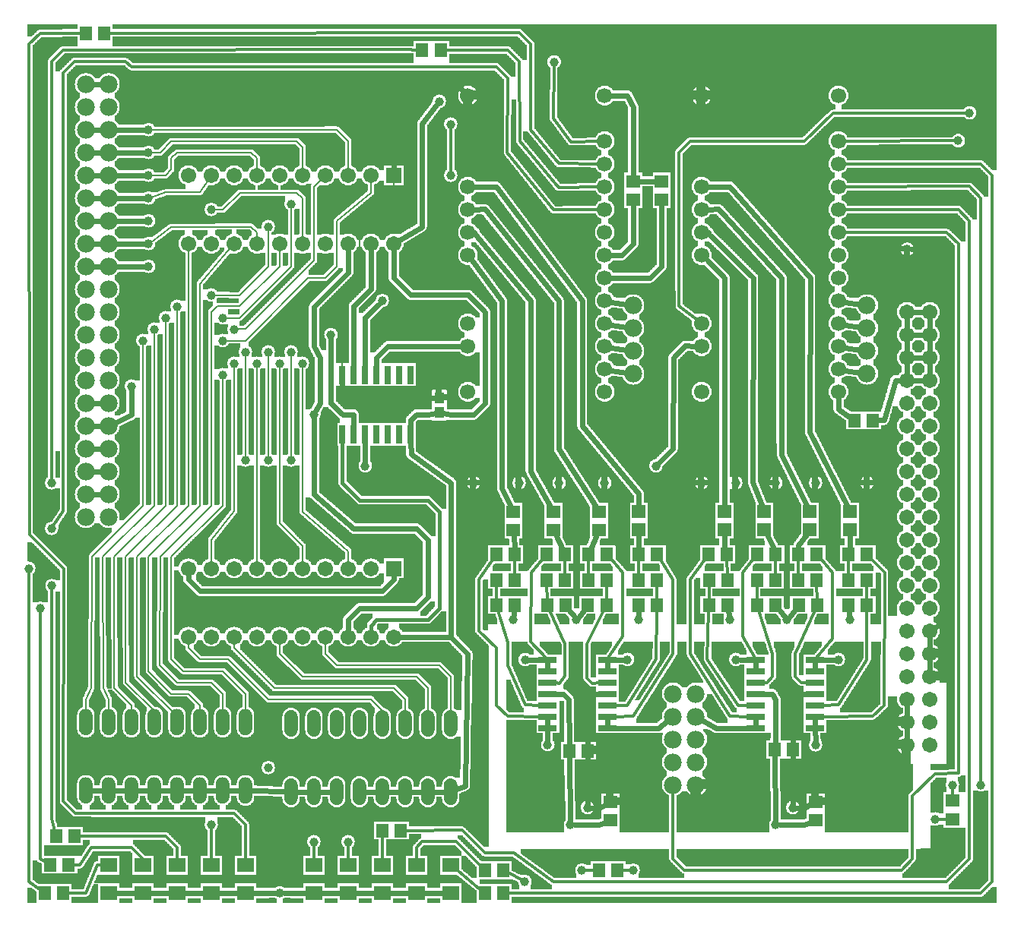
<source format=gtl>
G04 MADE WITH FRITZING*
G04 WWW.FRITZING.ORG*
G04 DOUBLE SIDED*
G04 HOLES PLATED*
G04 CONTOUR ON CENTER OF CONTOUR VECTOR*
%ASAXBY*%
%FSLAX23Y23*%
%MOIN*%
%OFA0B0*%
%SFA1.0B1.0*%
%ADD10C,0.075000*%
%ADD11C,0.066889*%
%ADD12C,0.039370*%
%ADD13C,0.078000*%
%ADD14C,0.067559*%
%ADD15C,0.058189*%
%ADD16R,0.059055X0.055118*%
%ADD17R,0.055118X0.059055*%
%ADD18R,0.043307X0.047244*%
%ADD19R,0.067559X0.067559*%
%ADD20R,0.080000X0.026000*%
%ADD21R,0.026000X0.080000*%
%ADD22R,0.074803X0.062992*%
%ADD23C,0.024000*%
%ADD24C,0.012000*%
%ADD25C,0.008000*%
%ADD26C,0.016000*%
%ADD27R,0.001000X0.001000*%
%LNCOPPER1*%
G90*
G70*
G54D10*
X1319Y3341D03*
X1378Y3122D03*
X2497Y1970D03*
X3434Y2005D03*
X2325Y1971D03*
X3371Y1776D03*
X2258Y1753D03*
X934Y2824D03*
X1384Y2636D03*
X1619Y2566D03*
X1203Y2626D03*
X659Y2854D03*
X1794Y2380D03*
X3688Y2796D03*
X481Y1886D03*
X1600Y1994D03*
X970Y1693D03*
X1123Y1632D03*
X1518Y1605D03*
X2601Y710D03*
X3805Y816D03*
X3719Y978D03*
X2201Y787D03*
X3075Y733D03*
X4055Y315D03*
X2774Y219D03*
X2334Y3821D03*
G54D11*
X3596Y2285D03*
X3596Y2385D03*
X3596Y2485D03*
X3596Y2585D03*
X3596Y2685D03*
X3596Y2785D03*
X3596Y2885D03*
X3596Y2985D03*
X3596Y3085D03*
X3596Y3185D03*
X3596Y3285D03*
X3596Y3385D03*
X3596Y3585D03*
X2996Y2285D03*
X2996Y2485D03*
X2996Y2585D03*
X2996Y2885D03*
X2996Y2985D03*
X2996Y3085D03*
X2996Y3185D03*
X2996Y3585D03*
G54D12*
X1996Y1885D03*
X3721Y1885D03*
X3496Y1885D03*
X3321Y1885D03*
X3146Y1885D03*
X2996Y1885D03*
X2196Y1885D03*
X2371Y1885D03*
X2571Y1885D03*
X3395Y460D03*
X2471Y185D03*
X1296Y310D03*
X3321Y385D03*
X2495Y460D03*
X2421Y385D03*
X1896Y3460D03*
X2221Y135D03*
X4221Y560D03*
X1446Y310D03*
X4021Y410D03*
X1096Y635D03*
X1371Y2536D03*
X2171Y1285D03*
X3121Y1285D03*
X2446Y1285D03*
X3371Y1285D03*
X3646Y1285D03*
X2721Y1285D03*
X896Y2510D03*
X946Y2560D03*
X896Y2610D03*
X846Y2710D03*
X1096Y3010D03*
X1196Y3110D03*
X846Y3085D03*
X3897Y2911D03*
X571Y3435D03*
X571Y3335D03*
X571Y3235D03*
X571Y3135D03*
X571Y3035D03*
X571Y2935D03*
X571Y2835D03*
X1296Y2185D03*
X1596Y2685D03*
X1846Y3560D03*
X1246Y2410D03*
X946Y2410D03*
X1196Y1985D03*
X1146Y2410D03*
X1096Y1985D03*
X1046Y2410D03*
X996Y1985D03*
X1196Y2460D03*
X1096Y2460D03*
X996Y2460D03*
X696Y2660D03*
X646Y2610D03*
X546Y2510D03*
X596Y2560D03*
X896Y2360D03*
X2349Y3733D03*
X146Y1885D03*
X846Y385D03*
X147Y1435D03*
X146Y1685D03*
X1896Y3235D03*
G54D13*
X3721Y2665D03*
X3721Y2565D03*
X3721Y2465D03*
X3721Y2365D03*
X2696Y2665D03*
X2696Y2565D03*
X2696Y2465D03*
X2696Y2365D03*
G54D12*
X4121Y3387D03*
X4171Y3510D03*
X1146Y86D03*
X2796Y1960D03*
X1521Y1960D03*
G54D14*
X1646Y1510D03*
X1646Y1210D03*
X1546Y1510D03*
X1546Y1210D03*
X1446Y1510D03*
X1446Y1210D03*
X1346Y1510D03*
X1346Y1210D03*
X1246Y1510D03*
X1246Y1210D03*
X1146Y1510D03*
X1146Y1210D03*
X1046Y1510D03*
X1046Y1210D03*
X946Y1510D03*
X946Y1210D03*
X846Y1510D03*
X846Y1210D03*
X746Y1510D03*
X746Y1210D03*
X1646Y3235D03*
X1646Y2935D03*
X1546Y3235D03*
X1546Y2935D03*
X1446Y3235D03*
X1446Y2935D03*
X1346Y3235D03*
X1346Y2935D03*
X1246Y3235D03*
X1246Y2935D03*
X1146Y3235D03*
X1146Y2935D03*
X1046Y3235D03*
X1046Y2935D03*
X946Y3235D03*
X946Y2935D03*
X846Y3235D03*
X846Y2935D03*
X746Y3235D03*
X746Y2935D03*
G54D12*
X496Y2310D03*
X2321Y736D03*
X2222Y1110D03*
X2671Y1110D03*
X3146Y1110D03*
X3496Y735D03*
X3596Y1110D03*
X46Y1510D03*
X96Y1335D03*
X4096Y560D03*
X2696Y185D03*
G54D15*
X296Y535D03*
X396Y535D03*
X896Y535D03*
X996Y535D03*
X496Y535D03*
X596Y535D03*
X796Y535D03*
X696Y535D03*
X996Y835D03*
X896Y835D03*
X796Y835D03*
X696Y835D03*
X596Y835D03*
X496Y835D03*
X396Y835D03*
X296Y835D03*
X296Y535D03*
X396Y535D03*
X896Y535D03*
X996Y535D03*
X496Y535D03*
X596Y535D03*
X796Y535D03*
X696Y535D03*
X996Y835D03*
X896Y835D03*
X796Y835D03*
X696Y835D03*
X596Y835D03*
X496Y835D03*
X396Y835D03*
X296Y835D03*
X1196Y530D03*
X1296Y530D03*
X1796Y530D03*
X1896Y530D03*
X1396Y530D03*
X1496Y530D03*
X1696Y530D03*
X1596Y530D03*
X1896Y830D03*
X1796Y830D03*
X1696Y830D03*
X1596Y830D03*
X1496Y830D03*
X1396Y830D03*
X1296Y830D03*
X1196Y830D03*
X1196Y530D03*
X1296Y530D03*
X1796Y530D03*
X1896Y530D03*
X1396Y530D03*
X1496Y530D03*
X1696Y530D03*
X1596Y530D03*
X1896Y830D03*
X1796Y830D03*
X1696Y830D03*
X1596Y830D03*
X1496Y830D03*
X1396Y830D03*
X1296Y830D03*
X1196Y830D03*
G54D13*
X296Y3635D03*
X296Y3535D03*
X296Y3435D03*
X296Y3335D03*
X296Y3235D03*
X296Y3135D03*
X296Y3035D03*
X296Y2935D03*
X296Y2835D03*
X296Y2735D03*
X296Y2635D03*
X296Y2535D03*
X296Y2435D03*
X296Y2335D03*
X296Y2235D03*
X296Y2135D03*
X296Y2035D03*
X296Y1935D03*
X296Y1835D03*
X296Y1735D03*
X296Y3635D03*
X296Y3535D03*
X296Y3435D03*
X296Y3335D03*
X296Y3235D03*
X296Y3135D03*
X296Y3035D03*
X296Y2935D03*
X296Y2835D03*
X296Y2735D03*
X296Y2635D03*
X296Y2535D03*
X296Y2435D03*
X296Y2335D03*
X296Y2235D03*
X296Y2135D03*
X296Y2035D03*
X296Y1935D03*
X296Y1835D03*
X296Y1735D03*
X396Y1735D03*
X396Y1835D03*
X396Y1935D03*
X396Y2035D03*
X396Y2135D03*
X396Y2235D03*
X396Y2335D03*
X396Y2435D03*
X396Y2535D03*
X396Y2635D03*
X396Y2735D03*
X396Y2835D03*
X396Y2935D03*
X396Y3035D03*
X396Y3135D03*
X396Y3235D03*
X396Y3335D03*
X396Y3435D03*
X396Y3535D03*
X396Y3635D03*
G54D14*
X3996Y735D03*
X3996Y835D03*
X3996Y935D03*
X3996Y1035D03*
X3996Y1135D03*
X3996Y1235D03*
X3996Y1335D03*
X3996Y1435D03*
X3996Y1535D03*
X3996Y1635D03*
X3996Y1735D03*
X3996Y1835D03*
X3996Y1935D03*
X3996Y2035D03*
X3996Y2135D03*
X3996Y2235D03*
X3996Y2335D03*
X3996Y2435D03*
X3996Y2535D03*
X3996Y2635D03*
X3996Y735D03*
X3996Y835D03*
X3996Y935D03*
X3996Y1035D03*
X3996Y1135D03*
X3996Y1235D03*
X3996Y1335D03*
X3996Y1435D03*
X3996Y1535D03*
X3996Y1635D03*
X3996Y1735D03*
X3996Y1835D03*
X3996Y1935D03*
X3996Y2035D03*
X3996Y2135D03*
X3996Y2235D03*
X3996Y2335D03*
X3996Y2435D03*
X3996Y2535D03*
X3996Y2635D03*
X3896Y2635D03*
X3896Y2535D03*
X3896Y2435D03*
X3896Y2335D03*
X3896Y2235D03*
X3896Y2135D03*
X3896Y2035D03*
X3896Y1935D03*
X3896Y1835D03*
X3896Y1735D03*
X3896Y1635D03*
X3896Y1535D03*
X3896Y1435D03*
X3896Y1335D03*
X3896Y1235D03*
X3896Y1135D03*
X3896Y1035D03*
X3896Y935D03*
X3896Y835D03*
X3896Y735D03*
G54D13*
X2871Y960D03*
X2871Y860D03*
X2871Y760D03*
X2871Y660D03*
X2871Y560D03*
X2871Y960D03*
X2871Y860D03*
X2871Y760D03*
X2871Y660D03*
X2871Y560D03*
X2971Y560D03*
X2971Y660D03*
X2971Y760D03*
X2971Y860D03*
X2971Y960D03*
G54D11*
X2571Y2285D03*
X2571Y2385D03*
X2571Y2485D03*
X2571Y2585D03*
X2571Y2685D03*
X2571Y2785D03*
X2571Y2885D03*
X2571Y2985D03*
X2571Y3085D03*
X2571Y3185D03*
X2571Y3285D03*
X2571Y3385D03*
X2571Y3585D03*
X1971Y2285D03*
X1971Y2485D03*
X1971Y2585D03*
X1971Y2885D03*
X1971Y2985D03*
X1971Y3085D03*
X1971Y3185D03*
X1971Y3585D03*
G54D16*
X3496Y485D03*
X3496Y405D03*
X2596Y485D03*
X2596Y405D03*
G54D17*
X3746Y2160D03*
X3665Y2160D03*
G54D16*
X2821Y3210D03*
X2821Y3130D03*
X2696Y3210D03*
X2696Y3130D03*
G54D18*
X1846Y2194D03*
X1846Y2260D03*
G54D19*
X1646Y1510D03*
X1646Y3235D03*
G54D20*
X3232Y1110D03*
X3232Y1060D03*
X3232Y1010D03*
X3232Y960D03*
X3232Y910D03*
X3232Y860D03*
X3232Y810D03*
X3493Y810D03*
X3493Y860D03*
X3493Y910D03*
X3493Y960D03*
X3493Y1010D03*
X3493Y1060D03*
X3493Y1110D03*
X2321Y1110D03*
X2321Y1060D03*
X2321Y1010D03*
X2321Y960D03*
X2321Y910D03*
X2321Y860D03*
X2321Y810D03*
X2582Y810D03*
X2582Y860D03*
X2582Y910D03*
X2582Y960D03*
X2582Y1010D03*
X2582Y1060D03*
X2582Y1110D03*
G54D16*
X2171Y1760D03*
X2171Y1680D03*
G54D17*
X3721Y1460D03*
X3640Y1460D03*
X2177Y1460D03*
X2096Y1460D03*
X3500Y1460D03*
X3420Y1460D03*
X2397Y1460D03*
X2316Y1460D03*
G54D16*
X2346Y1760D03*
X2346Y1680D03*
G54D17*
X3422Y1350D03*
X3502Y1350D03*
X2318Y1350D03*
X2399Y1350D03*
X3397Y715D03*
X3317Y715D03*
X2496Y710D03*
X2415Y710D03*
X3721Y1350D03*
X3640Y1350D03*
X2177Y1350D03*
X2096Y1350D03*
X3721Y1571D03*
X3640Y1571D03*
X2177Y1571D03*
X2096Y1571D03*
X3500Y1571D03*
X3420Y1571D03*
X2397Y1571D03*
X2316Y1571D03*
G54D16*
X2546Y1760D03*
X2546Y1680D03*
G54D17*
X3319Y1460D03*
X3239Y1460D03*
X2499Y1460D03*
X2580Y1460D03*
X3028Y1460D03*
X3109Y1460D03*
X2720Y1460D03*
X2801Y1460D03*
X3028Y1350D03*
X3109Y1350D03*
X2720Y1350D03*
X2801Y1350D03*
X3107Y1571D03*
X3026Y1571D03*
X2720Y1571D03*
X2801Y1571D03*
X3319Y1350D03*
X3239Y1350D03*
X2578Y1350D03*
X2497Y1350D03*
X3240Y1571D03*
X3321Y1571D03*
X2499Y1571D03*
X2580Y1571D03*
G54D21*
X1721Y2360D03*
X1671Y2360D03*
X1621Y2360D03*
X1571Y2360D03*
X1521Y2360D03*
X1471Y2360D03*
X1421Y2360D03*
X1421Y2099D03*
X1471Y2099D03*
X1521Y2099D03*
X1571Y2099D03*
X1621Y2099D03*
X1671Y2099D03*
X1721Y2099D03*
G54D22*
X1446Y85D03*
X1446Y207D03*
X1746Y85D03*
X1746Y207D03*
X1596Y85D03*
X1596Y207D03*
X1896Y85D03*
X1896Y207D03*
X996Y85D03*
X996Y207D03*
X846Y85D03*
X846Y207D03*
X696Y85D03*
X696Y207D03*
X546Y85D03*
X546Y207D03*
X1296Y85D03*
X1296Y207D03*
X396Y85D03*
X396Y207D03*
G54D17*
X2046Y85D03*
X2127Y85D03*
X2046Y185D03*
X2127Y185D03*
X1596Y360D03*
X1677Y360D03*
G54D16*
X4096Y410D03*
X4096Y491D03*
G54D17*
X2546Y185D03*
X2627Y185D03*
X296Y3860D03*
X377Y3860D03*
X1771Y3785D03*
X1852Y3785D03*
X246Y335D03*
X165Y335D03*
X221Y210D03*
X140Y210D03*
X196Y85D03*
X115Y85D03*
G54D23*
X366Y2235D02*
X326Y2235D01*
D02*
X366Y2135D02*
X326Y2135D01*
D02*
X366Y2035D02*
X326Y2035D01*
D02*
X366Y1935D02*
X326Y1935D01*
D02*
X366Y1835D02*
X326Y1835D01*
D02*
X2546Y460D02*
X2572Y473D01*
D02*
X2546Y385D02*
X2572Y395D01*
D02*
X2440Y385D02*
X2546Y385D01*
D02*
X2514Y460D02*
X2546Y460D01*
D02*
X366Y2835D02*
X326Y2835D01*
D02*
X366Y2935D02*
X326Y2935D01*
D02*
X366Y3035D02*
X326Y3035D01*
D02*
X366Y3135D02*
X326Y3135D01*
D02*
X366Y3235D02*
X326Y3235D01*
D02*
X366Y3335D02*
X326Y3335D01*
D02*
X366Y3435D02*
X326Y3435D01*
D02*
X366Y3635D02*
X326Y3635D01*
D02*
X3445Y460D02*
X3414Y460D01*
D02*
X3445Y385D02*
X3340Y385D01*
D02*
X3472Y395D02*
X3445Y385D01*
D02*
X3472Y474D02*
X3445Y460D01*
D02*
X2770Y2786D02*
X2821Y2836D01*
D02*
X2821Y2836D02*
X2821Y3108D01*
D02*
X2601Y2785D02*
X2770Y2786D01*
D02*
X2646Y2885D02*
X2601Y2885D01*
D02*
X2697Y2935D02*
X2646Y2885D01*
D02*
X2696Y3108D02*
X2697Y2935D01*
D02*
X2720Y3210D02*
X2797Y3210D01*
D02*
X2671Y3585D02*
X2601Y3585D01*
D02*
X2697Y3534D02*
X2671Y3585D01*
D02*
X2696Y3232D02*
X2697Y3534D01*
D02*
X3596Y2209D02*
X3596Y2255D01*
D02*
X3795Y2162D02*
X3845Y2336D01*
D02*
X3845Y2336D02*
X3871Y2336D01*
D02*
X3768Y2161D02*
X3795Y2162D01*
D02*
X3643Y2176D02*
X3596Y2209D01*
D02*
X2720Y1595D02*
X2721Y1658D01*
D02*
X2510Y1595D02*
X2536Y1658D01*
D02*
X2420Y404D02*
X2416Y686D01*
D02*
X3321Y404D02*
X3317Y691D01*
G54D24*
D02*
X2871Y536D02*
X2871Y236D01*
G54D23*
D02*
X1995Y2184D02*
X2046Y2235D01*
D02*
X1720Y2711D02*
X1645Y2786D01*
D02*
X2046Y2235D02*
X2046Y2636D01*
D02*
X2046Y2636D02*
X1972Y2711D01*
D02*
X1972Y2711D02*
X1720Y2711D01*
D02*
X1645Y2786D02*
X1646Y2911D01*
D02*
X1896Y2185D02*
X1995Y2184D01*
D02*
X1862Y2191D02*
X1896Y2185D01*
G54D24*
D02*
X1896Y3447D02*
X1896Y3249D01*
G54D23*
D02*
X1371Y2517D02*
X1371Y2235D01*
D02*
X1371Y2235D02*
X1422Y2186D01*
D02*
X1470Y2185D02*
X1471Y2134D01*
D02*
X1830Y2260D02*
X1445Y2260D01*
D02*
X1422Y2285D02*
X1421Y2326D01*
D02*
X1796Y2185D02*
X1830Y2191D01*
D02*
X1720Y2161D02*
X1745Y2186D01*
D02*
X1720Y2134D02*
X1720Y2161D01*
D02*
X2496Y686D02*
X2495Y479D01*
D02*
X3395Y479D02*
X3397Y691D01*
D02*
X3117Y1304D02*
X3113Y1326D01*
D02*
X2172Y1304D02*
X2174Y1326D01*
D02*
X2435Y1301D02*
X2416Y1326D01*
D02*
X2458Y1300D02*
X2478Y1326D01*
D02*
X2721Y1304D02*
X2720Y1326D01*
D02*
X3359Y1300D02*
X3338Y1326D01*
D02*
X3383Y1300D02*
X3403Y1326D01*
D02*
X3644Y1304D02*
X3642Y1326D01*
G54D25*
D02*
X645Y3161D02*
X795Y3161D01*
D02*
X795Y3161D02*
X835Y3219D01*
D02*
X584Y3140D02*
X645Y3161D01*
D02*
X909Y2510D02*
X995Y2510D01*
D02*
X1346Y2785D02*
X1395Y2836D01*
D02*
X1271Y2785D02*
X1346Y2785D01*
D02*
X995Y2510D02*
X1271Y2785D01*
D02*
X1395Y2836D02*
X1397Y3036D01*
D02*
X1546Y3160D02*
X1546Y3216D01*
D02*
X1397Y3036D02*
X1546Y3160D01*
D02*
X1095Y2836D02*
X1096Y2997D01*
D02*
X859Y2710D02*
X971Y2710D01*
D02*
X971Y2710D02*
X1095Y2836D01*
D02*
X845Y2635D02*
X872Y2661D01*
D02*
X872Y2661D02*
X971Y2661D01*
D02*
X971Y2661D02*
X1146Y2836D01*
D02*
X1146Y2836D02*
X1146Y2916D01*
D02*
X909Y2610D02*
X971Y2610D01*
D02*
X971Y2610D02*
X1195Y2836D01*
D02*
X1195Y2836D02*
X1196Y3097D01*
D02*
X959Y2561D02*
X995Y2561D01*
D02*
X995Y2561D02*
X1295Y2861D01*
D02*
X1295Y2861D02*
X1296Y3186D01*
D02*
X1296Y3186D02*
X1332Y3222D01*
D02*
X795Y2760D02*
X933Y2921D01*
D02*
X1020Y3010D02*
X671Y3009D01*
D02*
X1046Y2985D02*
X1020Y3010D01*
D02*
X671Y3009D02*
X582Y2943D01*
D02*
X1046Y2955D02*
X1046Y2985D01*
D02*
X896Y3084D02*
X859Y3085D01*
D02*
X972Y3160D02*
X896Y3084D01*
D02*
X1221Y3160D02*
X972Y3160D01*
D02*
X1245Y3136D02*
X1221Y3160D01*
D02*
X1246Y2955D02*
X1245Y3136D01*
D02*
X1645Y3134D02*
X1646Y3216D01*
D02*
X1495Y3011D02*
X1645Y3134D01*
G54D23*
D02*
X552Y3235D02*
X426Y3235D01*
D02*
X552Y3135D02*
X426Y3135D01*
D02*
X1645Y3586D02*
X1697Y3635D01*
D02*
X1697Y3635D02*
X1921Y3635D01*
D02*
X1921Y3635D02*
X1949Y3607D01*
D02*
X1646Y3260D02*
X1645Y3586D01*
D02*
X3916Y2911D02*
X4022Y2911D01*
D02*
X4022Y2911D02*
X4071Y2862D01*
D02*
X4071Y2862D02*
X4071Y1285D01*
D02*
X4071Y1285D02*
X4017Y1249D01*
G54D25*
D02*
X1421Y2685D02*
X1497Y2760D01*
D02*
X1497Y2760D02*
X1495Y3011D01*
D02*
X1421Y2395D02*
X1421Y2685D01*
D02*
X1447Y3385D02*
X1446Y3255D01*
D02*
X645Y3235D02*
X584Y3235D01*
D02*
X670Y3261D02*
X645Y3235D01*
D02*
X670Y3311D02*
X670Y3261D01*
D02*
X1046Y3255D02*
X1046Y3311D01*
D02*
X697Y3335D02*
X670Y3311D01*
D02*
X1021Y3335D02*
X697Y3335D01*
D02*
X1046Y3311D02*
X1021Y3335D01*
D02*
X622Y3335D02*
X670Y3385D01*
D02*
X1221Y3385D02*
X1245Y3360D01*
D02*
X670Y3385D02*
X1221Y3385D01*
D02*
X584Y3335D02*
X622Y3335D01*
D02*
X1245Y3360D02*
X1246Y3255D01*
D02*
X1395Y3436D02*
X1447Y3385D01*
D02*
X584Y3435D02*
X1395Y3436D01*
G54D23*
D02*
X552Y2935D02*
X426Y2935D01*
D02*
X552Y3035D02*
X426Y3035D01*
D02*
X552Y2835D02*
X426Y2835D01*
D02*
X1546Y2736D02*
X1546Y2911D01*
D02*
X1470Y2661D02*
X1546Y2736D01*
D02*
X1471Y2395D02*
X1470Y2661D01*
D02*
X1446Y2810D02*
X1446Y2911D01*
D02*
X1297Y2660D02*
X1446Y2810D01*
D02*
X1322Y2236D02*
X1322Y2436D01*
D02*
X1322Y2436D02*
X1297Y2484D01*
D02*
X1297Y2484D02*
X1297Y2660D01*
D02*
X1304Y2202D02*
X1322Y2236D01*
D02*
X1496Y1336D02*
X1746Y1336D01*
D02*
X1446Y1286D02*
X1496Y1336D01*
D02*
X1746Y1336D02*
X1797Y1386D01*
D02*
X1797Y1386D02*
X1796Y1635D01*
D02*
X1796Y1635D02*
X1746Y1685D01*
D02*
X1746Y1685D02*
X1470Y1685D01*
D02*
X1470Y1685D02*
X1296Y1836D01*
D02*
X1296Y1836D02*
X1296Y2166D01*
D02*
X1446Y1235D02*
X1446Y1286D01*
G54D25*
D02*
X996Y960D02*
X996Y860D01*
D02*
X897Y1060D02*
X996Y960D01*
D02*
X722Y1060D02*
X897Y1060D01*
D02*
X670Y1111D02*
X722Y1060D01*
D02*
X670Y1561D02*
X670Y1111D01*
D02*
X896Y1785D02*
X670Y1561D01*
D02*
X897Y960D02*
X896Y860D01*
D02*
X845Y1010D02*
X897Y960D01*
D02*
X696Y1010D02*
X845Y1010D01*
D02*
X620Y1085D02*
X696Y1010D01*
D02*
X622Y1561D02*
X620Y1085D01*
D02*
X846Y1785D02*
X622Y1561D01*
G54D23*
D02*
X1521Y2611D02*
X1582Y2672D01*
D02*
X1521Y2395D02*
X1521Y2611D01*
D02*
X552Y3335D02*
X426Y3335D01*
D02*
X552Y3435D02*
X426Y3435D01*
D02*
X1958Y556D02*
X1924Y541D01*
D02*
X1970Y1134D02*
X1958Y556D01*
D02*
X1897Y1210D02*
X1970Y1134D01*
D02*
X1671Y1210D02*
X1897Y1210D01*
D02*
X1769Y3009D02*
X1667Y2948D01*
D02*
X1770Y3461D02*
X1769Y3009D01*
D02*
X1834Y3545D02*
X1770Y3461D01*
D02*
X1722Y2011D02*
X1721Y2065D01*
D02*
X1897Y1886D02*
X1722Y2011D01*
D02*
X1897Y1210D02*
X1897Y1886D01*
G54D25*
D02*
X1696Y936D02*
X1696Y854D01*
D02*
X1647Y986D02*
X1696Y936D01*
D02*
X1122Y986D02*
X1647Y986D01*
D02*
X946Y1161D02*
X1122Y986D01*
D02*
X946Y1191D02*
X946Y1161D01*
D02*
X1796Y986D02*
X1796Y854D01*
D02*
X1746Y1036D02*
X1796Y986D01*
D02*
X1247Y1036D02*
X1746Y1036D01*
D02*
X1145Y1134D02*
X1247Y1036D01*
D02*
X1146Y1191D02*
X1145Y1134D01*
D02*
X1895Y1036D02*
X1896Y854D01*
D02*
X1845Y1085D02*
X1895Y1036D01*
D02*
X1396Y1085D02*
X1845Y1085D01*
D02*
X1346Y1135D02*
X1396Y1085D01*
D02*
X1346Y1191D02*
X1346Y1135D01*
D02*
X1595Y885D02*
X1595Y854D01*
D02*
X1545Y936D02*
X1595Y885D01*
D02*
X1096Y936D02*
X1545Y936D01*
D02*
X921Y1111D02*
X1096Y936D01*
D02*
X795Y1111D02*
X921Y1111D01*
D02*
X746Y1161D02*
X795Y1111D01*
D02*
X746Y1191D02*
X746Y1161D01*
G54D26*
D02*
X1845Y1336D02*
X1797Y1286D01*
D02*
X1846Y1759D02*
X1845Y1336D01*
D02*
X1497Y1809D02*
X1796Y1809D01*
D02*
X1420Y1886D02*
X1497Y1809D01*
D02*
X1796Y1809D02*
X1846Y1759D01*
D02*
X1571Y1286D02*
X1546Y1260D01*
D02*
X1797Y1286D02*
X1571Y1286D01*
D02*
X1546Y1260D02*
X1546Y1230D01*
D02*
X1421Y2065D02*
X1420Y1886D01*
G54D25*
D02*
X1446Y1586D02*
X1446Y1530D01*
D02*
X1246Y1760D02*
X1446Y1586D01*
D02*
X1246Y2397D02*
X1246Y1760D01*
D02*
X1147Y1709D02*
X1245Y1609D01*
D02*
X1046Y1635D02*
X1046Y1530D01*
D02*
X1245Y1609D02*
X1246Y1530D01*
D02*
X1046Y1760D02*
X1046Y1635D01*
D02*
X1046Y2397D02*
X1046Y1760D01*
D02*
X1146Y2397D02*
X1147Y1709D01*
G54D23*
D02*
X746Y1461D02*
X746Y1486D01*
D02*
X796Y1411D02*
X746Y1461D01*
D02*
X1595Y1411D02*
X796Y1411D01*
D02*
X1645Y1461D02*
X1595Y1411D01*
D02*
X1645Y1486D02*
X1645Y1461D01*
G54D25*
D02*
X946Y1762D02*
X846Y1635D01*
D02*
X846Y1635D02*
X846Y1530D01*
D02*
X946Y2397D02*
X946Y1762D01*
D02*
X796Y1785D02*
X795Y2760D01*
D02*
X846Y1785D02*
X845Y2635D01*
D02*
X996Y1999D02*
X996Y2447D01*
D02*
X1096Y1999D02*
X1096Y2447D01*
D02*
X1196Y2447D02*
X1196Y1999D01*
D02*
X296Y936D02*
X296Y860D01*
D02*
X320Y986D02*
X296Y936D01*
D02*
X322Y1561D02*
X320Y986D01*
D02*
X546Y1785D02*
X322Y1561D01*
D02*
X546Y1785D02*
X546Y2497D01*
D02*
X596Y1785D02*
X596Y2547D01*
D02*
X646Y1785D02*
X646Y2597D01*
D02*
X696Y1785D02*
X696Y2647D01*
D02*
X896Y1785D02*
X896Y2347D01*
D02*
X746Y960D02*
X795Y910D01*
D02*
X795Y910D02*
X796Y860D01*
D02*
X670Y960D02*
X746Y960D01*
D02*
X571Y1060D02*
X670Y960D01*
D02*
X571Y1561D02*
X571Y1060D01*
D02*
X796Y1785D02*
X571Y1561D01*
D02*
X696Y861D02*
X696Y860D01*
D02*
X521Y1036D02*
X696Y861D01*
D02*
X521Y1561D02*
X521Y1036D01*
D02*
X746Y1786D02*
X521Y1561D01*
D02*
X746Y2916D02*
X746Y1786D01*
D02*
X596Y885D02*
X596Y860D01*
D02*
X471Y1010D02*
X596Y885D01*
D02*
X471Y1561D02*
X471Y1010D01*
D02*
X696Y1785D02*
X471Y1561D01*
D02*
X495Y910D02*
X496Y860D01*
D02*
X421Y986D02*
X495Y910D01*
D02*
X420Y1561D02*
X421Y986D01*
D02*
X646Y1785D02*
X420Y1561D01*
D02*
X396Y936D02*
X396Y860D01*
D02*
X372Y986D02*
X396Y936D01*
D02*
X370Y1561D02*
X372Y986D01*
D02*
X596Y1785D02*
X370Y1561D01*
G54D23*
D02*
X3896Y760D02*
X3896Y811D01*
D02*
X3996Y1160D02*
X3996Y1211D01*
D02*
X3996Y1060D02*
X3996Y1111D01*
D02*
X3896Y860D02*
X3896Y911D01*
D02*
X3646Y1611D02*
X3646Y1658D01*
D02*
X3420Y1611D02*
X3455Y1658D01*
D02*
X3321Y1585D02*
X3283Y1658D01*
D02*
X3095Y1585D02*
X3096Y1658D01*
D02*
X3644Y1595D02*
X3646Y1611D01*
D02*
X3420Y1595D02*
X3420Y1611D01*
D02*
X3321Y1571D02*
X3321Y1585D01*
D02*
X3107Y1571D02*
X3095Y1585D01*
G54D24*
D02*
X1621Y3711D02*
X2096Y3711D01*
D02*
X497Y3711D02*
X1621Y3711D01*
D02*
X471Y3735D02*
X497Y3711D01*
D02*
X197Y1762D02*
X196Y3685D01*
D02*
X2144Y3335D02*
X2345Y3084D01*
D02*
X2345Y3084D02*
X2546Y3085D01*
D02*
X2146Y3661D02*
X2144Y3335D01*
D02*
X2096Y3711D02*
X2146Y3661D01*
D02*
X246Y3736D02*
X471Y3735D01*
D02*
X196Y3685D02*
X246Y3736D01*
D02*
X2368Y3183D02*
X2198Y3386D01*
D02*
X2196Y3735D02*
X2146Y3785D01*
D02*
X2198Y3386D02*
X2196Y3735D01*
D02*
X2146Y3785D02*
X1874Y3785D01*
D02*
X2546Y3185D02*
X2368Y3183D01*
D02*
X1698Y3787D02*
X1749Y3786D01*
D02*
X196Y3786D02*
X1698Y3787D01*
D02*
X145Y3736D02*
X196Y3786D01*
D02*
X97Y3860D02*
X274Y3860D01*
D02*
X46Y3811D02*
X97Y3860D01*
D02*
X48Y1660D02*
X46Y3811D01*
D02*
X198Y1510D02*
X48Y1660D01*
D02*
X2368Y3287D02*
X2546Y3286D01*
D02*
X2247Y3436D02*
X2368Y3287D01*
D02*
X2246Y3811D02*
X2247Y3436D01*
D02*
X2196Y3862D02*
X2246Y3811D01*
D02*
X399Y3860D02*
X2196Y3862D01*
D02*
X146Y1899D02*
X145Y3736D01*
D02*
X2345Y3486D02*
X2423Y3383D01*
D02*
X2348Y3720D02*
X2345Y3486D01*
D02*
X2423Y3383D02*
X2546Y3385D01*
G54D23*
D02*
X2666Y2370D02*
X2601Y2380D01*
D02*
X2666Y2470D02*
X2601Y2480D01*
D02*
X2666Y2570D02*
X2601Y2580D01*
D02*
X2666Y2670D02*
X2601Y2680D01*
G54D24*
D02*
X2871Y236D02*
X2921Y186D01*
D02*
X2921Y186D02*
X3872Y186D01*
D02*
X3872Y186D02*
X3919Y236D01*
D02*
X3919Y236D02*
X3919Y511D01*
D02*
X3919Y511D02*
X4020Y609D01*
D02*
X4020Y609D02*
X4123Y611D01*
D02*
X4123Y611D02*
X4122Y2936D01*
D02*
X4071Y2984D02*
X3621Y2985D01*
D02*
X4122Y2936D02*
X4071Y2984D01*
G54D23*
D02*
X3691Y2370D02*
X3626Y2380D01*
D02*
X3691Y2470D02*
X3626Y2480D01*
D02*
X3691Y2570D02*
X3626Y2580D01*
D02*
X3691Y2670D02*
X3626Y2680D01*
G54D24*
D02*
X3445Y3386D02*
X3572Y3508D01*
D02*
X4108Y3387D02*
X3621Y3385D01*
D02*
X2896Y3336D02*
X2945Y3386D01*
D02*
X2945Y3386D02*
X3445Y3386D01*
G54D23*
D02*
X3971Y2335D02*
X3921Y2335D01*
D02*
X3971Y2435D02*
X3921Y2435D01*
D02*
X3971Y2535D02*
X3921Y2535D01*
D02*
X3996Y2611D02*
X3996Y2560D01*
D02*
X3996Y2360D02*
X3996Y2411D01*
D02*
X3896Y2360D02*
X3896Y2411D01*
D02*
X3896Y2560D02*
X3896Y2611D01*
G54D24*
D02*
X3572Y3508D02*
X4157Y3510D01*
G54D23*
D02*
X1266Y530D02*
X1226Y530D01*
D02*
X3996Y2460D02*
X3996Y2511D01*
D02*
X3896Y2460D02*
X3896Y2511D01*
D02*
X3971Y2635D02*
X3921Y2635D01*
D02*
X1166Y531D02*
X1026Y535D01*
D02*
X1826Y530D02*
X1866Y530D01*
D02*
X1726Y530D02*
X1766Y530D01*
D02*
X1626Y530D02*
X1666Y530D01*
D02*
X1526Y530D02*
X1566Y530D01*
D02*
X1326Y530D02*
X1366Y530D01*
D02*
X2869Y2034D02*
X2809Y1974D01*
D02*
X2872Y2435D02*
X2869Y2034D01*
D02*
X2923Y2487D02*
X2872Y2435D01*
D02*
X1521Y1979D02*
X1521Y2065D01*
D02*
X2965Y2486D02*
X2923Y2487D01*
D02*
X1570Y2436D02*
X1571Y2395D01*
D02*
X1621Y2485D02*
X1570Y2436D01*
D02*
X1940Y2485D02*
X1621Y2485D01*
D02*
X496Y2184D02*
X423Y2149D01*
D02*
X496Y2291D02*
X496Y2184D01*
G54D24*
D02*
X4122Y3085D02*
X4170Y3035D01*
D02*
X3621Y3085D02*
X4122Y3085D01*
D02*
X4170Y3187D02*
X4220Y3136D01*
D02*
X3621Y3185D02*
X4170Y3187D01*
D02*
X4220Y3285D02*
X4271Y3235D01*
D02*
X3621Y3285D02*
X4220Y3285D01*
G54D23*
D02*
X3020Y2986D02*
X3222Y2786D01*
D02*
X3221Y1887D02*
X3262Y1782D01*
D02*
X3222Y2786D02*
X3221Y1887D01*
D02*
X3026Y2986D02*
X3020Y2986D01*
D02*
X3096Y2786D02*
X3018Y2864D01*
D02*
X3096Y1782D02*
X3096Y2786D01*
G54D24*
D02*
X2897Y2661D02*
X2896Y3336D01*
D02*
X2976Y2601D02*
X2897Y2661D01*
G54D23*
D02*
X3070Y3087D02*
X3346Y2786D01*
D02*
X3121Y3185D02*
X3472Y2786D01*
D02*
X3470Y2110D02*
X3635Y1782D01*
D02*
X3472Y2786D02*
X3470Y2110D01*
D02*
X3026Y3185D02*
X3121Y3185D01*
D02*
X3347Y2010D02*
X3460Y1782D01*
D02*
X3346Y2786D02*
X3347Y2010D01*
D02*
X3026Y3086D02*
X3070Y3087D01*
G54D24*
D02*
X2697Y861D02*
X2871Y1135D01*
D02*
X2871Y1135D02*
X2870Y1461D01*
D02*
X2870Y1461D02*
X2816Y1547D01*
D02*
X2617Y860D02*
X2697Y861D01*
D02*
X3108Y1484D02*
X3107Y1547D01*
D02*
X3121Y861D02*
X2946Y1135D01*
D02*
X2946Y1135D02*
X2945Y1461D01*
D02*
X2945Y1461D02*
X3008Y1547D01*
D02*
X3198Y860D02*
X3121Y861D01*
D02*
X3157Y909D02*
X3198Y910D01*
D02*
X3021Y1111D02*
X3157Y909D01*
D02*
X3027Y1326D02*
X3021Y1111D01*
D02*
X3028Y1374D02*
X3028Y1436D01*
D02*
X3307Y1035D02*
X3282Y1010D01*
D02*
X3282Y1010D02*
X3267Y1010D01*
D02*
X3307Y1134D02*
X3307Y1035D01*
D02*
X3246Y1326D02*
X3307Y1134D01*
D02*
X3239Y1374D02*
X3239Y1436D01*
D02*
X3320Y1484D02*
X3321Y1547D01*
D02*
X3177Y1212D02*
X3177Y1493D01*
D02*
X3177Y1493D02*
X3221Y1547D01*
D02*
X3228Y1118D02*
X3177Y1212D01*
D02*
X3721Y1374D02*
X3721Y1436D01*
D02*
X3640Y1484D02*
X3640Y1547D01*
D02*
X3570Y1202D02*
X3570Y1493D01*
D02*
X3570Y1493D02*
X3522Y1547D01*
D02*
X3500Y1118D02*
X3570Y1202D01*
D02*
X3420Y1484D02*
X3420Y1547D01*
D02*
X3502Y1374D02*
X3501Y1436D01*
D02*
X3407Y1036D02*
X3433Y1010D01*
D02*
X3433Y1010D02*
X3459Y1010D01*
D02*
X3407Y1135D02*
X3407Y1036D01*
D02*
X3492Y1326D02*
X3407Y1135D01*
D02*
X3798Y1493D02*
X3743Y1549D01*
D02*
X3796Y909D02*
X3798Y1493D01*
D02*
X3746Y862D02*
X3796Y909D01*
D02*
X3528Y860D02*
X3746Y862D01*
D02*
X3596Y911D02*
X3528Y910D01*
D02*
X3721Y1110D02*
X3596Y911D01*
D02*
X3721Y1326D02*
X3721Y1110D01*
G54D23*
D02*
X3528Y1110D02*
X3577Y1110D01*
D02*
X3494Y803D02*
X3495Y754D01*
D02*
X2287Y1110D02*
X2241Y1110D01*
D02*
X2321Y803D02*
X2321Y755D01*
D02*
X3320Y935D02*
X3306Y959D01*
D02*
X3306Y959D02*
X3267Y960D01*
D02*
X3320Y786D02*
X3320Y935D01*
D02*
X3318Y739D02*
X3320Y786D01*
G54D24*
D02*
X2492Y1180D02*
X2492Y1030D01*
D02*
X2397Y1180D02*
X2397Y1037D01*
D02*
X2492Y1030D02*
X2516Y1006D01*
D02*
X2516Y1006D02*
X2548Y1008D01*
D02*
X2566Y1326D02*
X2492Y1180D01*
D02*
X2397Y1037D02*
X2374Y1006D01*
D02*
X2374Y1006D02*
X2356Y1007D01*
D02*
X2329Y1326D02*
X2397Y1180D01*
D02*
X2651Y1493D02*
X2602Y1547D01*
D02*
X2651Y1212D02*
X2651Y1493D01*
D02*
X2587Y1118D02*
X2651Y1212D01*
G54D23*
D02*
X2386Y1595D02*
X2356Y1658D01*
G54D24*
D02*
X2247Y1187D02*
X2249Y1493D01*
D02*
X2249Y1493D02*
X2295Y1547D01*
D02*
X2314Y1118D02*
X2247Y1187D01*
D02*
X2146Y1086D02*
X2146Y1184D01*
D02*
X2146Y1184D02*
X2103Y1326D01*
D02*
X2222Y911D02*
X2146Y1086D01*
D02*
X2287Y910D02*
X2222Y911D01*
D02*
X2097Y1161D02*
X2020Y1236D01*
D02*
X2096Y909D02*
X2097Y1161D01*
D02*
X2020Y1461D02*
X2079Y1547D01*
D02*
X2020Y1236D02*
X2020Y1461D01*
D02*
X2147Y862D02*
X2096Y909D01*
D02*
X2287Y860D02*
X2147Y862D01*
D02*
X2670Y910D02*
X2617Y910D01*
D02*
X2796Y1111D02*
X2670Y910D01*
D02*
X2800Y1326D02*
X2796Y1111D01*
G54D23*
D02*
X2370Y2035D02*
X2532Y1782D01*
D02*
X2370Y2684D02*
X2370Y2035D01*
D02*
X2045Y3087D02*
X2370Y2684D01*
D02*
X2001Y3086D02*
X2045Y3087D01*
D02*
X2721Y1837D02*
X2721Y1782D01*
D02*
X2472Y2136D02*
X2721Y1837D01*
D02*
X2472Y2685D02*
X2472Y2136D01*
D02*
X2095Y3185D02*
X2472Y2685D01*
D02*
X2001Y3185D02*
X2095Y3185D01*
D02*
X2121Y1861D02*
X2160Y1782D01*
D02*
X2121Y2684D02*
X2121Y1861D01*
D02*
X1989Y2861D02*
X2121Y2684D01*
D02*
X2247Y1936D02*
X2333Y1782D01*
D02*
X2247Y2684D02*
X2247Y1936D01*
D02*
X1997Y2986D02*
X2247Y2684D01*
D02*
X2001Y2986D02*
X1997Y2986D01*
G54D24*
D02*
X2317Y1436D02*
X2318Y1374D01*
D02*
X2397Y1484D02*
X2397Y1547D01*
D02*
X2096Y1436D02*
X2096Y1374D01*
D02*
X2177Y1547D02*
X2177Y1484D01*
G54D23*
D02*
X2175Y1595D02*
X2172Y1658D01*
D02*
X2321Y818D02*
X2321Y853D01*
G54D24*
D02*
X2580Y1436D02*
X2579Y1374D01*
D02*
X2499Y1484D02*
X2499Y1547D01*
D02*
X2801Y1374D02*
X2801Y1436D01*
D02*
X2720Y1484D02*
X2720Y1547D01*
G54D23*
D02*
X2806Y810D02*
X2847Y842D01*
D02*
X2617Y810D02*
X2806Y810D01*
D02*
X878Y85D02*
X964Y85D01*
D02*
X728Y85D02*
X814Y85D01*
D02*
X578Y85D02*
X664Y85D01*
D02*
X514Y85D02*
X428Y85D01*
G54D24*
D02*
X346Y210D02*
X364Y209D01*
D02*
X696Y285D02*
X696Y233D01*
D02*
X646Y336D02*
X696Y285D01*
D02*
X145Y411D02*
X159Y359D01*
D02*
X296Y86D02*
X346Y210D01*
D02*
X270Y210D02*
X320Y286D01*
D02*
X197Y487D02*
X248Y436D01*
D02*
X320Y286D02*
X497Y285D01*
D02*
X545Y235D02*
X545Y233D01*
D02*
X497Y285D02*
X545Y235D01*
D02*
X95Y236D02*
X118Y223D01*
D02*
X47Y135D02*
X93Y101D01*
D02*
X147Y1421D02*
X145Y411D01*
G54D23*
D02*
X626Y535D02*
X666Y535D01*
D02*
X526Y535D02*
X566Y535D01*
D02*
X426Y535D02*
X466Y535D01*
D02*
X366Y535D02*
X326Y535D01*
G54D24*
D02*
X248Y436D02*
X947Y434D01*
D02*
X995Y386D02*
X996Y233D01*
D02*
X947Y434D02*
X995Y386D01*
D02*
X198Y1510D02*
X197Y487D01*
D02*
X846Y372D02*
X846Y233D01*
D02*
X268Y335D02*
X646Y336D01*
D02*
X197Y1762D02*
X153Y1697D01*
D02*
X218Y86D02*
X296Y86D01*
D02*
X243Y210D02*
X270Y210D01*
D02*
X96Y1322D02*
X95Y236D01*
D02*
X46Y1460D02*
X47Y135D01*
D02*
X46Y1497D02*
X46Y1460D01*
G54D23*
D02*
X926Y535D02*
X966Y535D01*
D02*
X826Y535D02*
X866Y535D01*
D02*
X726Y535D02*
X766Y535D01*
D02*
X1478Y85D02*
X1564Y85D01*
D02*
X1328Y85D02*
X1414Y85D01*
D02*
X1165Y86D02*
X1264Y86D01*
D02*
X1028Y86D02*
X1127Y86D01*
G54D24*
D02*
X1921Y311D02*
X1770Y311D01*
D02*
X1746Y285D02*
X1746Y233D01*
D02*
X1770Y311D02*
X1746Y285D01*
D02*
X4072Y410D02*
X4034Y410D01*
D02*
X1446Y297D02*
X1446Y233D01*
D02*
X2024Y208D02*
X1921Y311D01*
D02*
X4220Y3136D02*
X4221Y574D01*
D02*
X2024Y103D02*
X1928Y182D01*
D02*
X4271Y3235D02*
X4271Y136D01*
G54D23*
D02*
X1778Y85D02*
X1864Y85D01*
D02*
X1628Y85D02*
X1714Y85D01*
G54D24*
D02*
X2524Y185D02*
X2484Y185D01*
D02*
X1296Y297D02*
X1296Y233D01*
D02*
X2682Y185D02*
X2649Y185D01*
D02*
X4096Y547D02*
X4096Y513D01*
D02*
X2172Y261D02*
X2046Y261D01*
D02*
X2046Y261D02*
X1945Y361D01*
D02*
X1945Y361D02*
X1699Y360D01*
D02*
X2346Y134D02*
X2172Y261D01*
D02*
X4071Y134D02*
X2346Y134D01*
D02*
X4170Y235D02*
X4071Y134D01*
D02*
X4170Y3035D02*
X4170Y235D01*
D02*
X1596Y336D02*
X1596Y233D01*
D02*
X2209Y142D02*
X2149Y174D01*
D02*
X4220Y85D02*
X2149Y85D01*
D02*
X4271Y136D02*
X4220Y85D01*
G54D23*
D02*
X3198Y1110D02*
X3165Y1110D01*
D02*
X2617Y1110D02*
X2652Y1110D01*
D02*
X3493Y818D02*
X3493Y853D01*
D02*
X3493Y1068D02*
X3493Y1103D01*
D02*
X3232Y818D02*
X3232Y853D01*
D02*
X3232Y1068D02*
X3232Y1103D01*
D02*
X3058Y810D02*
X2997Y845D01*
D02*
X2582Y818D02*
X2582Y853D01*
D02*
X3198Y810D02*
X3058Y810D01*
D02*
X3396Y760D02*
X3396Y739D01*
D02*
X3396Y935D02*
X3396Y760D01*
D02*
X3431Y960D02*
X3396Y935D01*
D02*
X3459Y960D02*
X3431Y960D01*
D02*
X2492Y927D02*
X2495Y734D01*
D02*
X2516Y959D02*
X2492Y927D01*
D02*
X2548Y959D02*
X2516Y959D01*
D02*
X2414Y935D02*
X2390Y959D01*
D02*
X2390Y959D02*
X2356Y959D01*
D02*
X2415Y734D02*
X2414Y935D01*
D02*
X2321Y1068D02*
X2321Y1103D01*
D02*
X2582Y1068D02*
X2582Y1103D01*
D02*
X1745Y2186D02*
X1796Y2185D01*
D02*
X1445Y2260D02*
X1422Y2285D01*
D02*
X1422Y2186D02*
X1470Y2185D01*
G36*
X40Y3897D02*
X40Y3845D01*
X60Y3845D01*
X60Y3847D01*
X62Y3847D01*
X62Y3849D01*
X64Y3849D01*
X64Y3851D01*
X66Y3851D01*
X66Y3853D01*
X68Y3853D01*
X68Y3855D01*
X70Y3855D01*
X70Y3857D01*
X72Y3857D01*
X72Y3859D01*
X74Y3859D01*
X74Y3861D01*
X76Y3861D01*
X76Y3863D01*
X78Y3863D01*
X78Y3865D01*
X80Y3865D01*
X80Y3867D01*
X82Y3867D01*
X82Y3869D01*
X84Y3869D01*
X84Y3871D01*
X86Y3871D01*
X86Y3873D01*
X90Y3873D01*
X90Y3875D01*
X194Y3875D01*
X194Y3877D01*
X258Y3877D01*
X258Y3897D01*
X40Y3897D01*
G37*
D02*
G36*
X414Y3845D02*
X414Y3825D01*
X1890Y3825D01*
X1890Y3801D01*
X2152Y3801D01*
X2152Y3799D01*
X2156Y3799D01*
X2156Y3797D01*
X2158Y3797D01*
X2158Y3795D01*
X2160Y3795D01*
X2160Y3793D01*
X2162Y3793D01*
X2162Y3791D01*
X2164Y3791D01*
X2164Y3789D01*
X2166Y3789D01*
X2166Y3787D01*
X2168Y3787D01*
X2168Y3785D01*
X2170Y3785D01*
X2170Y3783D01*
X2172Y3783D01*
X2172Y3781D01*
X2174Y3781D01*
X2174Y3779D01*
X2176Y3779D01*
X2176Y3777D01*
X2178Y3777D01*
X2178Y3775D01*
X2180Y3775D01*
X2180Y3773D01*
X2182Y3773D01*
X2182Y3771D01*
X2184Y3771D01*
X2184Y3769D01*
X2186Y3769D01*
X2186Y3767D01*
X2188Y3767D01*
X2188Y3765D01*
X2190Y3765D01*
X2190Y3763D01*
X2192Y3763D01*
X2192Y3761D01*
X2194Y3761D01*
X2194Y3759D01*
X2196Y3759D01*
X2196Y3757D01*
X2198Y3757D01*
X2198Y3755D01*
X2200Y3755D01*
X2200Y3753D01*
X2202Y3753D01*
X2202Y3751D01*
X2204Y3751D01*
X2204Y3749D01*
X2206Y3749D01*
X2206Y3747D01*
X2208Y3747D01*
X2208Y3745D01*
X2210Y3745D01*
X2210Y3741D01*
X2230Y3741D01*
X2230Y3805D01*
X2228Y3805D01*
X2228Y3807D01*
X2226Y3807D01*
X2226Y3809D01*
X2224Y3809D01*
X2224Y3811D01*
X2222Y3811D01*
X2222Y3813D01*
X2220Y3813D01*
X2220Y3815D01*
X2218Y3815D01*
X2218Y3817D01*
X2216Y3817D01*
X2216Y3819D01*
X2214Y3819D01*
X2214Y3821D01*
X2212Y3821D01*
X2212Y3823D01*
X2210Y3823D01*
X2210Y3825D01*
X2208Y3825D01*
X2208Y3827D01*
X2206Y3827D01*
X2206Y3829D01*
X2204Y3829D01*
X2204Y3831D01*
X2202Y3831D01*
X2202Y3833D01*
X2200Y3833D01*
X2200Y3835D01*
X2198Y3835D01*
X2198Y3837D01*
X2196Y3837D01*
X2196Y3839D01*
X2194Y3839D01*
X2194Y3841D01*
X2192Y3841D01*
X2192Y3843D01*
X2190Y3843D01*
X2190Y3845D01*
X414Y3845D01*
G37*
D02*
G36*
X414Y3825D02*
X414Y3803D01*
X1734Y3803D01*
X1734Y3825D01*
X414Y3825D01*
G37*
D02*
G36*
X202Y3771D02*
X202Y3769D01*
X200Y3769D01*
X200Y3767D01*
X198Y3767D01*
X198Y3765D01*
X196Y3765D01*
X196Y3763D01*
X194Y3763D01*
X194Y3761D01*
X192Y3761D01*
X192Y3759D01*
X190Y3759D01*
X190Y3757D01*
X188Y3757D01*
X188Y3755D01*
X186Y3755D01*
X186Y3753D01*
X184Y3753D01*
X184Y3751D01*
X474Y3751D01*
X474Y3749D01*
X480Y3749D01*
X480Y3747D01*
X482Y3747D01*
X482Y3745D01*
X484Y3745D01*
X484Y3743D01*
X486Y3743D01*
X486Y3741D01*
X488Y3741D01*
X488Y3739D01*
X490Y3739D01*
X490Y3737D01*
X492Y3737D01*
X492Y3735D01*
X496Y3735D01*
X496Y3733D01*
X498Y3733D01*
X498Y3731D01*
X500Y3731D01*
X500Y3729D01*
X502Y3729D01*
X502Y3727D01*
X1734Y3727D01*
X1734Y3771D01*
X202Y3771D01*
G37*
D02*
G36*
X182Y3751D02*
X182Y3749D01*
X180Y3749D01*
X180Y3747D01*
X178Y3747D01*
X178Y3745D01*
X176Y3745D01*
X176Y3743D01*
X174Y3743D01*
X174Y3741D01*
X172Y3741D01*
X172Y3739D01*
X170Y3739D01*
X170Y3737D01*
X168Y3737D01*
X168Y3735D01*
X166Y3735D01*
X166Y3733D01*
X164Y3733D01*
X164Y3731D01*
X162Y3731D01*
X162Y3691D01*
X182Y3691D01*
X182Y3695D01*
X184Y3695D01*
X184Y3697D01*
X186Y3697D01*
X186Y3699D01*
X188Y3699D01*
X188Y3701D01*
X190Y3701D01*
X190Y3703D01*
X192Y3703D01*
X192Y3705D01*
X194Y3705D01*
X194Y3707D01*
X196Y3707D01*
X196Y3709D01*
X198Y3709D01*
X198Y3711D01*
X200Y3711D01*
X200Y3713D01*
X202Y3713D01*
X202Y3715D01*
X204Y3715D01*
X204Y3717D01*
X206Y3717D01*
X206Y3719D01*
X208Y3719D01*
X208Y3721D01*
X210Y3721D01*
X210Y3723D01*
X212Y3723D01*
X212Y3725D01*
X214Y3725D01*
X214Y3727D01*
X216Y3727D01*
X216Y3729D01*
X218Y3729D01*
X218Y3731D01*
X220Y3731D01*
X220Y3733D01*
X222Y3733D01*
X222Y3735D01*
X224Y3735D01*
X224Y3737D01*
X226Y3737D01*
X226Y3739D01*
X228Y3739D01*
X228Y3741D01*
X230Y3741D01*
X230Y3743D01*
X232Y3743D01*
X232Y3745D01*
X234Y3745D01*
X234Y3747D01*
X236Y3747D01*
X236Y3749D01*
X240Y3749D01*
X240Y3751D01*
X182Y3751D01*
G37*
D02*
G36*
X1890Y3769D02*
X1890Y3747D01*
X1888Y3747D01*
X1888Y3727D01*
X2102Y3727D01*
X2102Y3725D01*
X2106Y3725D01*
X2106Y3723D01*
X2108Y3723D01*
X2108Y3721D01*
X2110Y3721D01*
X2110Y3719D01*
X2112Y3719D01*
X2112Y3717D01*
X2114Y3717D01*
X2114Y3715D01*
X2116Y3715D01*
X2116Y3713D01*
X2118Y3713D01*
X2118Y3711D01*
X2120Y3711D01*
X2120Y3709D01*
X2122Y3709D01*
X2122Y3707D01*
X2124Y3707D01*
X2124Y3705D01*
X2126Y3705D01*
X2126Y3703D01*
X2128Y3703D01*
X2128Y3701D01*
X2130Y3701D01*
X2130Y3699D01*
X2132Y3699D01*
X2132Y3697D01*
X2134Y3697D01*
X2134Y3695D01*
X2136Y3695D01*
X2136Y3693D01*
X2138Y3693D01*
X2138Y3691D01*
X2140Y3691D01*
X2140Y3689D01*
X2142Y3689D01*
X2142Y3687D01*
X2144Y3687D01*
X2144Y3685D01*
X2146Y3685D01*
X2146Y3683D01*
X2148Y3683D01*
X2148Y3681D01*
X2150Y3681D01*
X2150Y3679D01*
X2152Y3679D01*
X2152Y3677D01*
X2154Y3677D01*
X2154Y3675D01*
X2156Y3675D01*
X2156Y3673D01*
X2158Y3673D01*
X2158Y3671D01*
X2160Y3671D01*
X2160Y3667D01*
X2180Y3667D01*
X2180Y3729D01*
X2178Y3729D01*
X2178Y3731D01*
X2176Y3731D01*
X2176Y3733D01*
X2174Y3733D01*
X2174Y3735D01*
X2172Y3735D01*
X2172Y3737D01*
X2170Y3737D01*
X2170Y3739D01*
X2168Y3739D01*
X2168Y3741D01*
X2166Y3741D01*
X2166Y3743D01*
X2164Y3743D01*
X2164Y3745D01*
X2162Y3745D01*
X2162Y3747D01*
X2160Y3747D01*
X2160Y3749D01*
X2158Y3749D01*
X2158Y3751D01*
X2156Y3751D01*
X2156Y3753D01*
X2154Y3753D01*
X2154Y3755D01*
X2152Y3755D01*
X2152Y3757D01*
X2150Y3757D01*
X2150Y3759D01*
X2148Y3759D01*
X2148Y3761D01*
X2146Y3761D01*
X2146Y3763D01*
X2144Y3763D01*
X2144Y3765D01*
X2142Y3765D01*
X2142Y3767D01*
X2140Y3767D01*
X2140Y3769D01*
X1890Y3769D01*
G37*
D02*
G36*
X2162Y3567D02*
X2162Y3503D01*
X2160Y3503D01*
X2160Y3339D01*
X2162Y3339D01*
X2162Y3337D01*
X2164Y3337D01*
X2164Y3335D01*
X2166Y3335D01*
X2166Y3333D01*
X2168Y3333D01*
X2168Y3329D01*
X2170Y3329D01*
X2170Y3327D01*
X2172Y3327D01*
X2172Y3325D01*
X2174Y3325D01*
X2174Y3323D01*
X2176Y3323D01*
X2176Y3319D01*
X2178Y3319D01*
X2178Y3317D01*
X2180Y3317D01*
X2180Y3315D01*
X2182Y3315D01*
X2182Y3313D01*
X2184Y3313D01*
X2184Y3309D01*
X2186Y3309D01*
X2186Y3307D01*
X2188Y3307D01*
X2188Y3305D01*
X2190Y3305D01*
X2190Y3303D01*
X2192Y3303D01*
X2192Y3299D01*
X2194Y3299D01*
X2194Y3297D01*
X2196Y3297D01*
X2196Y3295D01*
X2198Y3295D01*
X2198Y3293D01*
X2200Y3293D01*
X2200Y3289D01*
X2202Y3289D01*
X2202Y3287D01*
X2204Y3287D01*
X2204Y3285D01*
X2206Y3285D01*
X2206Y3283D01*
X2208Y3283D01*
X2208Y3279D01*
X2210Y3279D01*
X2210Y3277D01*
X2212Y3277D01*
X2212Y3275D01*
X2214Y3275D01*
X2214Y3273D01*
X2216Y3273D01*
X2216Y3269D01*
X2218Y3269D01*
X2218Y3267D01*
X2220Y3267D01*
X2220Y3265D01*
X2222Y3265D01*
X2222Y3263D01*
X2224Y3263D01*
X2224Y3259D01*
X2226Y3259D01*
X2226Y3257D01*
X2228Y3257D01*
X2228Y3255D01*
X2230Y3255D01*
X2230Y3253D01*
X2232Y3253D01*
X2232Y3249D01*
X2234Y3249D01*
X2234Y3247D01*
X2236Y3247D01*
X2236Y3245D01*
X2238Y3245D01*
X2238Y3243D01*
X2240Y3243D01*
X2240Y3239D01*
X2242Y3239D01*
X2242Y3237D01*
X2244Y3237D01*
X2244Y3235D01*
X2246Y3235D01*
X2246Y3233D01*
X2248Y3233D01*
X2248Y3229D01*
X2250Y3229D01*
X2250Y3227D01*
X2252Y3227D01*
X2252Y3225D01*
X2254Y3225D01*
X2254Y3223D01*
X2256Y3223D01*
X2256Y3219D01*
X2258Y3219D01*
X2258Y3217D01*
X2260Y3217D01*
X2260Y3215D01*
X2262Y3215D01*
X2262Y3213D01*
X2264Y3213D01*
X2264Y3209D01*
X2266Y3209D01*
X2266Y3207D01*
X2268Y3207D01*
X2268Y3205D01*
X2270Y3205D01*
X2270Y3203D01*
X2272Y3203D01*
X2272Y3199D01*
X2274Y3199D01*
X2274Y3197D01*
X2276Y3197D01*
X2276Y3195D01*
X2278Y3195D01*
X2278Y3193D01*
X2280Y3193D01*
X2280Y3189D01*
X2282Y3189D01*
X2282Y3187D01*
X2284Y3187D01*
X2284Y3185D01*
X2286Y3185D01*
X2286Y3183D01*
X2288Y3183D01*
X2288Y3179D01*
X2290Y3179D01*
X2290Y3177D01*
X2292Y3177D01*
X2292Y3175D01*
X2294Y3175D01*
X2294Y3173D01*
X2296Y3173D01*
X2296Y3169D01*
X2298Y3169D01*
X2298Y3167D01*
X2362Y3167D01*
X2362Y3169D01*
X2360Y3169D01*
X2360Y3171D01*
X2356Y3171D01*
X2356Y3173D01*
X2354Y3173D01*
X2354Y3177D01*
X2352Y3177D01*
X2352Y3179D01*
X2350Y3179D01*
X2350Y3181D01*
X2348Y3181D01*
X2348Y3183D01*
X2346Y3183D01*
X2346Y3185D01*
X2344Y3185D01*
X2344Y3189D01*
X2342Y3189D01*
X2342Y3191D01*
X2340Y3191D01*
X2340Y3193D01*
X2338Y3193D01*
X2338Y3195D01*
X2336Y3195D01*
X2336Y3197D01*
X2334Y3197D01*
X2334Y3201D01*
X2332Y3201D01*
X2332Y3203D01*
X2330Y3203D01*
X2330Y3205D01*
X2328Y3205D01*
X2328Y3207D01*
X2326Y3207D01*
X2326Y3209D01*
X2324Y3209D01*
X2324Y3213D01*
X2322Y3213D01*
X2322Y3215D01*
X2320Y3215D01*
X2320Y3217D01*
X2318Y3217D01*
X2318Y3219D01*
X2316Y3219D01*
X2316Y3221D01*
X2314Y3221D01*
X2314Y3225D01*
X2312Y3225D01*
X2312Y3227D01*
X2310Y3227D01*
X2310Y3229D01*
X2308Y3229D01*
X2308Y3231D01*
X2306Y3231D01*
X2306Y3233D01*
X2304Y3233D01*
X2304Y3237D01*
X2302Y3237D01*
X2302Y3239D01*
X2300Y3239D01*
X2300Y3241D01*
X2298Y3241D01*
X2298Y3243D01*
X2296Y3243D01*
X2296Y3245D01*
X2294Y3245D01*
X2294Y3247D01*
X2292Y3247D01*
X2292Y3251D01*
X2290Y3251D01*
X2290Y3253D01*
X2288Y3253D01*
X2288Y3255D01*
X2286Y3255D01*
X2286Y3257D01*
X2284Y3257D01*
X2284Y3259D01*
X2282Y3259D01*
X2282Y3263D01*
X2280Y3263D01*
X2280Y3265D01*
X2278Y3265D01*
X2278Y3267D01*
X2276Y3267D01*
X2276Y3269D01*
X2274Y3269D01*
X2274Y3271D01*
X2272Y3271D01*
X2272Y3275D01*
X2270Y3275D01*
X2270Y3277D01*
X2268Y3277D01*
X2268Y3279D01*
X2266Y3279D01*
X2266Y3281D01*
X2264Y3281D01*
X2264Y3283D01*
X2262Y3283D01*
X2262Y3287D01*
X2260Y3287D01*
X2260Y3289D01*
X2258Y3289D01*
X2258Y3291D01*
X2256Y3291D01*
X2256Y3293D01*
X2254Y3293D01*
X2254Y3295D01*
X2252Y3295D01*
X2252Y3299D01*
X2250Y3299D01*
X2250Y3301D01*
X2248Y3301D01*
X2248Y3303D01*
X2246Y3303D01*
X2246Y3305D01*
X2244Y3305D01*
X2244Y3307D01*
X2242Y3307D01*
X2242Y3311D01*
X2240Y3311D01*
X2240Y3313D01*
X2238Y3313D01*
X2238Y3315D01*
X2236Y3315D01*
X2236Y3317D01*
X2234Y3317D01*
X2234Y3319D01*
X2232Y3319D01*
X2232Y3321D01*
X2230Y3321D01*
X2230Y3325D01*
X2228Y3325D01*
X2228Y3327D01*
X2226Y3327D01*
X2226Y3329D01*
X2224Y3329D01*
X2224Y3331D01*
X2222Y3331D01*
X2222Y3333D01*
X2220Y3333D01*
X2220Y3337D01*
X2218Y3337D01*
X2218Y3339D01*
X2216Y3339D01*
X2216Y3341D01*
X2214Y3341D01*
X2214Y3343D01*
X2212Y3343D01*
X2212Y3345D01*
X2210Y3345D01*
X2210Y3349D01*
X2208Y3349D01*
X2208Y3351D01*
X2206Y3351D01*
X2206Y3353D01*
X2204Y3353D01*
X2204Y3355D01*
X2202Y3355D01*
X2202Y3357D01*
X2200Y3357D01*
X2200Y3361D01*
X2198Y3361D01*
X2198Y3363D01*
X2196Y3363D01*
X2196Y3365D01*
X2194Y3365D01*
X2194Y3367D01*
X2192Y3367D01*
X2192Y3369D01*
X2190Y3369D01*
X2190Y3373D01*
X2188Y3373D01*
X2188Y3375D01*
X2186Y3375D01*
X2186Y3377D01*
X2184Y3377D01*
X2184Y3381D01*
X2182Y3381D01*
X2182Y3567D01*
X2162Y3567D01*
G37*
D02*
G36*
X2452Y3169D02*
X2452Y3167D01*
X2532Y3167D01*
X2532Y3169D01*
X2452Y3169D01*
G37*
D02*
G36*
X2300Y3167D02*
X2300Y3165D01*
X2532Y3165D01*
X2532Y3167D01*
X2300Y3167D01*
G37*
D02*
G36*
X2300Y3167D02*
X2300Y3165D01*
X2532Y3165D01*
X2532Y3167D01*
X2300Y3167D01*
G37*
D02*
G36*
X2302Y3165D02*
X2302Y3163D01*
X2304Y3163D01*
X2304Y3159D01*
X2306Y3159D01*
X2306Y3157D01*
X2308Y3157D01*
X2308Y3155D01*
X2310Y3155D01*
X2310Y3153D01*
X2312Y3153D01*
X2312Y3149D01*
X2314Y3149D01*
X2314Y3147D01*
X2316Y3147D01*
X2316Y3145D01*
X2318Y3145D01*
X2318Y3143D01*
X2320Y3143D01*
X2320Y3139D01*
X2322Y3139D01*
X2322Y3137D01*
X2324Y3137D01*
X2324Y3135D01*
X2326Y3135D01*
X2326Y3133D01*
X2328Y3133D01*
X2328Y3129D01*
X2330Y3129D01*
X2330Y3127D01*
X2332Y3127D01*
X2332Y3125D01*
X2334Y3125D01*
X2334Y3123D01*
X2336Y3123D01*
X2336Y3119D01*
X2338Y3119D01*
X2338Y3117D01*
X2340Y3117D01*
X2340Y3115D01*
X2342Y3115D01*
X2342Y3113D01*
X2344Y3113D01*
X2344Y3109D01*
X2346Y3109D01*
X2346Y3107D01*
X2348Y3107D01*
X2348Y3105D01*
X2350Y3105D01*
X2350Y3103D01*
X2352Y3103D01*
X2352Y3099D01*
X2386Y3099D01*
X2386Y3101D01*
X2530Y3101D01*
X2530Y3103D01*
X2532Y3103D01*
X2532Y3107D01*
X2534Y3107D01*
X2534Y3109D01*
X2536Y3109D01*
X2536Y3113D01*
X2538Y3113D01*
X2538Y3115D01*
X2540Y3115D01*
X2540Y3117D01*
X2542Y3117D01*
X2542Y3119D01*
X2544Y3119D01*
X2544Y3121D01*
X2548Y3121D01*
X2548Y3123D01*
X2552Y3123D01*
X2552Y3125D01*
X2556Y3125D01*
X2556Y3145D01*
X2552Y3145D01*
X2552Y3147D01*
X2550Y3147D01*
X2550Y3149D01*
X2546Y3149D01*
X2546Y3151D01*
X2544Y3151D01*
X2544Y3153D01*
X2540Y3153D01*
X2540Y3155D01*
X2538Y3155D01*
X2538Y3159D01*
X2536Y3159D01*
X2536Y3161D01*
X2534Y3161D01*
X2534Y3165D01*
X2302Y3165D01*
G37*
D02*
G36*
X2214Y3429D02*
X2214Y3391D01*
X2216Y3391D01*
X2216Y3389D01*
X2218Y3389D01*
X2218Y3387D01*
X2220Y3387D01*
X2220Y3383D01*
X2222Y3383D01*
X2222Y3381D01*
X2224Y3381D01*
X2224Y3379D01*
X2226Y3379D01*
X2226Y3377D01*
X2228Y3377D01*
X2228Y3375D01*
X2230Y3375D01*
X2230Y3371D01*
X2232Y3371D01*
X2232Y3369D01*
X2234Y3369D01*
X2234Y3367D01*
X2236Y3367D01*
X2236Y3365D01*
X2238Y3365D01*
X2238Y3363D01*
X2240Y3363D01*
X2240Y3359D01*
X2242Y3359D01*
X2242Y3357D01*
X2244Y3357D01*
X2244Y3355D01*
X2246Y3355D01*
X2246Y3353D01*
X2248Y3353D01*
X2248Y3351D01*
X2250Y3351D01*
X2250Y3347D01*
X2252Y3347D01*
X2252Y3345D01*
X2254Y3345D01*
X2254Y3343D01*
X2256Y3343D01*
X2256Y3341D01*
X2258Y3341D01*
X2258Y3339D01*
X2260Y3339D01*
X2260Y3337D01*
X2262Y3337D01*
X2262Y3333D01*
X2264Y3333D01*
X2264Y3331D01*
X2266Y3331D01*
X2266Y3329D01*
X2268Y3329D01*
X2268Y3327D01*
X2270Y3327D01*
X2270Y3325D01*
X2272Y3325D01*
X2272Y3321D01*
X2274Y3321D01*
X2274Y3319D01*
X2276Y3319D01*
X2276Y3317D01*
X2278Y3317D01*
X2278Y3315D01*
X2280Y3315D01*
X2280Y3313D01*
X2282Y3313D01*
X2282Y3309D01*
X2284Y3309D01*
X2284Y3307D01*
X2286Y3307D01*
X2286Y3305D01*
X2288Y3305D01*
X2288Y3303D01*
X2290Y3303D01*
X2290Y3301D01*
X2292Y3301D01*
X2292Y3297D01*
X2294Y3297D01*
X2294Y3295D01*
X2296Y3295D01*
X2296Y3293D01*
X2298Y3293D01*
X2298Y3291D01*
X2300Y3291D01*
X2300Y3289D01*
X2302Y3289D01*
X2302Y3285D01*
X2304Y3285D01*
X2304Y3283D01*
X2306Y3283D01*
X2306Y3281D01*
X2308Y3281D01*
X2308Y3279D01*
X2310Y3279D01*
X2310Y3277D01*
X2312Y3277D01*
X2312Y3273D01*
X2314Y3273D01*
X2314Y3271D01*
X2316Y3271D01*
X2316Y3269D01*
X2318Y3269D01*
X2318Y3267D01*
X2320Y3267D01*
X2320Y3265D01*
X2322Y3265D01*
X2322Y3263D01*
X2324Y3263D01*
X2324Y3259D01*
X2326Y3259D01*
X2326Y3257D01*
X2328Y3257D01*
X2328Y3255D01*
X2330Y3255D01*
X2330Y3253D01*
X2332Y3253D01*
X2332Y3251D01*
X2334Y3251D01*
X2334Y3247D01*
X2336Y3247D01*
X2336Y3245D01*
X2338Y3245D01*
X2338Y3243D01*
X2340Y3243D01*
X2340Y3241D01*
X2342Y3241D01*
X2342Y3239D01*
X2344Y3239D01*
X2344Y3235D01*
X2346Y3235D01*
X2346Y3233D01*
X2348Y3233D01*
X2348Y3231D01*
X2350Y3231D01*
X2350Y3229D01*
X2352Y3229D01*
X2352Y3227D01*
X2354Y3227D01*
X2354Y3223D01*
X2356Y3223D01*
X2356Y3221D01*
X2358Y3221D01*
X2358Y3219D01*
X2360Y3219D01*
X2360Y3217D01*
X2362Y3217D01*
X2362Y3215D01*
X2364Y3215D01*
X2364Y3211D01*
X2366Y3211D01*
X2366Y3209D01*
X2368Y3209D01*
X2368Y3207D01*
X2370Y3207D01*
X2370Y3205D01*
X2372Y3205D01*
X2372Y3203D01*
X2374Y3203D01*
X2374Y3199D01*
X2450Y3199D01*
X2450Y3201D01*
X2530Y3201D01*
X2530Y3203D01*
X2532Y3203D01*
X2532Y3207D01*
X2534Y3207D01*
X2534Y3209D01*
X2536Y3209D01*
X2536Y3213D01*
X2538Y3213D01*
X2538Y3215D01*
X2540Y3215D01*
X2540Y3217D01*
X2542Y3217D01*
X2542Y3219D01*
X2544Y3219D01*
X2544Y3221D01*
X2548Y3221D01*
X2548Y3223D01*
X2552Y3223D01*
X2552Y3225D01*
X2556Y3225D01*
X2556Y3245D01*
X2552Y3245D01*
X2552Y3247D01*
X2550Y3247D01*
X2550Y3249D01*
X2546Y3249D01*
X2546Y3251D01*
X2544Y3251D01*
X2544Y3253D01*
X2540Y3253D01*
X2540Y3257D01*
X2538Y3257D01*
X2538Y3259D01*
X2536Y3259D01*
X2536Y3261D01*
X2534Y3261D01*
X2534Y3265D01*
X2532Y3265D01*
X2532Y3269D01*
X2510Y3269D01*
X2510Y3271D01*
X2364Y3271D01*
X2364Y3273D01*
X2360Y3273D01*
X2360Y3275D01*
X2358Y3275D01*
X2358Y3277D01*
X2356Y3277D01*
X2356Y3279D01*
X2354Y3279D01*
X2354Y3281D01*
X2352Y3281D01*
X2352Y3283D01*
X2350Y3283D01*
X2350Y3285D01*
X2348Y3285D01*
X2348Y3289D01*
X2346Y3289D01*
X2346Y3291D01*
X2344Y3291D01*
X2344Y3293D01*
X2342Y3293D01*
X2342Y3295D01*
X2340Y3295D01*
X2340Y3299D01*
X2338Y3299D01*
X2338Y3301D01*
X2336Y3301D01*
X2336Y3303D01*
X2334Y3303D01*
X2334Y3305D01*
X2332Y3305D01*
X2332Y3307D01*
X2330Y3307D01*
X2330Y3311D01*
X2328Y3311D01*
X2328Y3313D01*
X2326Y3313D01*
X2326Y3315D01*
X2324Y3315D01*
X2324Y3317D01*
X2322Y3317D01*
X2322Y3321D01*
X2320Y3321D01*
X2320Y3323D01*
X2318Y3323D01*
X2318Y3325D01*
X2316Y3325D01*
X2316Y3327D01*
X2314Y3327D01*
X2314Y3329D01*
X2312Y3329D01*
X2312Y3333D01*
X2310Y3333D01*
X2310Y3335D01*
X2308Y3335D01*
X2308Y3337D01*
X2306Y3337D01*
X2306Y3339D01*
X2304Y3339D01*
X2304Y3343D01*
X2302Y3343D01*
X2302Y3345D01*
X2300Y3345D01*
X2300Y3347D01*
X2298Y3347D01*
X2298Y3349D01*
X2296Y3349D01*
X2296Y3353D01*
X2294Y3353D01*
X2294Y3355D01*
X2292Y3355D01*
X2292Y3357D01*
X2290Y3357D01*
X2290Y3359D01*
X2288Y3359D01*
X2288Y3361D01*
X2286Y3361D01*
X2286Y3365D01*
X2284Y3365D01*
X2284Y3367D01*
X2282Y3367D01*
X2282Y3369D01*
X2280Y3369D01*
X2280Y3371D01*
X2278Y3371D01*
X2278Y3375D01*
X2276Y3375D01*
X2276Y3377D01*
X2274Y3377D01*
X2274Y3379D01*
X2272Y3379D01*
X2272Y3381D01*
X2270Y3381D01*
X2270Y3383D01*
X2268Y3383D01*
X2268Y3387D01*
X2266Y3387D01*
X2266Y3389D01*
X2264Y3389D01*
X2264Y3391D01*
X2262Y3391D01*
X2262Y3393D01*
X2260Y3393D01*
X2260Y3397D01*
X2258Y3397D01*
X2258Y3399D01*
X2256Y3399D01*
X2256Y3401D01*
X2254Y3401D01*
X2254Y3403D01*
X2252Y3403D01*
X2252Y3405D01*
X2250Y3405D01*
X2250Y3409D01*
X2248Y3409D01*
X2248Y3411D01*
X2246Y3411D01*
X2246Y3413D01*
X2244Y3413D01*
X2244Y3415D01*
X2242Y3415D01*
X2242Y3419D01*
X2240Y3419D01*
X2240Y3421D01*
X2238Y3421D01*
X2238Y3423D01*
X2236Y3423D01*
X2236Y3425D01*
X2234Y3425D01*
X2234Y3429D01*
X2214Y3429D01*
G37*
D02*
G36*
X1354Y3423D02*
X1354Y3421D01*
X596Y3421D01*
X596Y3419D01*
X594Y3419D01*
X594Y3415D01*
X592Y3415D01*
X592Y3413D01*
X588Y3413D01*
X588Y3411D01*
X586Y3411D01*
X586Y3409D01*
X582Y3409D01*
X582Y3407D01*
X574Y3407D01*
X574Y3405D01*
X1406Y3405D01*
X1406Y3407D01*
X1404Y3407D01*
X1404Y3409D01*
X1402Y3409D01*
X1402Y3411D01*
X1400Y3411D01*
X1400Y3413D01*
X1398Y3413D01*
X1398Y3415D01*
X1396Y3415D01*
X1396Y3417D01*
X1394Y3417D01*
X1394Y3419D01*
X1392Y3419D01*
X1392Y3421D01*
X1390Y3421D01*
X1390Y3423D01*
X1354Y3423D01*
G37*
D02*
G36*
X438Y3413D02*
X438Y3409D01*
X436Y3409D01*
X436Y3407D01*
X434Y3407D01*
X434Y3405D01*
X568Y3405D01*
X568Y3407D01*
X560Y3407D01*
X560Y3409D01*
X556Y3409D01*
X556Y3411D01*
X552Y3411D01*
X552Y3413D01*
X438Y3413D01*
G37*
D02*
G36*
X434Y3405D02*
X434Y3403D01*
X1408Y3403D01*
X1408Y3405D01*
X434Y3405D01*
G37*
D02*
G36*
X434Y3405D02*
X434Y3403D01*
X1408Y3403D01*
X1408Y3405D01*
X434Y3405D01*
G37*
D02*
G36*
X432Y3403D02*
X432Y3401D01*
X430Y3401D01*
X430Y3399D01*
X1224Y3399D01*
X1224Y3397D01*
X1228Y3397D01*
X1228Y3395D01*
X1232Y3395D01*
X1232Y3393D01*
X1234Y3393D01*
X1234Y3391D01*
X1236Y3391D01*
X1236Y3389D01*
X1238Y3389D01*
X1238Y3387D01*
X1240Y3387D01*
X1240Y3385D01*
X1242Y3385D01*
X1242Y3383D01*
X1244Y3383D01*
X1244Y3381D01*
X1246Y3381D01*
X1246Y3379D01*
X1248Y3379D01*
X1248Y3377D01*
X1250Y3377D01*
X1250Y3375D01*
X1252Y3375D01*
X1252Y3373D01*
X1254Y3373D01*
X1254Y3371D01*
X1256Y3371D01*
X1256Y3367D01*
X1258Y3367D01*
X1258Y3363D01*
X1260Y3363D01*
X1260Y3279D01*
X1356Y3279D01*
X1356Y3277D01*
X1362Y3277D01*
X1362Y3275D01*
X1366Y3275D01*
X1366Y3273D01*
X1370Y3273D01*
X1370Y3271D01*
X1372Y3271D01*
X1372Y3269D01*
X1374Y3269D01*
X1374Y3267D01*
X1378Y3267D01*
X1378Y3263D01*
X1380Y3263D01*
X1380Y3261D01*
X1382Y3261D01*
X1382Y3259D01*
X1384Y3259D01*
X1384Y3255D01*
X1386Y3255D01*
X1386Y3251D01*
X1406Y3251D01*
X1406Y3255D01*
X1408Y3255D01*
X1408Y3259D01*
X1410Y3259D01*
X1410Y3261D01*
X1412Y3261D01*
X1412Y3265D01*
X1414Y3265D01*
X1414Y3267D01*
X1416Y3267D01*
X1416Y3269D01*
X1420Y3269D01*
X1420Y3271D01*
X1422Y3271D01*
X1422Y3273D01*
X1426Y3273D01*
X1426Y3275D01*
X1430Y3275D01*
X1430Y3277D01*
X1432Y3277D01*
X1432Y3381D01*
X1430Y3381D01*
X1430Y3383D01*
X1428Y3383D01*
X1428Y3385D01*
X1426Y3385D01*
X1426Y3387D01*
X1424Y3387D01*
X1424Y3389D01*
X1422Y3389D01*
X1422Y3391D01*
X1420Y3391D01*
X1420Y3393D01*
X1418Y3393D01*
X1418Y3395D01*
X1416Y3395D01*
X1416Y3397D01*
X1414Y3397D01*
X1414Y3399D01*
X1412Y3399D01*
X1412Y3401D01*
X1410Y3401D01*
X1410Y3403D01*
X432Y3403D01*
G37*
D02*
G36*
X428Y3399D02*
X428Y3397D01*
X424Y3397D01*
X424Y3375D01*
X426Y3375D01*
X426Y3373D01*
X428Y3373D01*
X428Y3371D01*
X430Y3371D01*
X430Y3369D01*
X432Y3369D01*
X432Y3367D01*
X434Y3367D01*
X434Y3365D01*
X578Y3365D01*
X578Y3363D01*
X584Y3363D01*
X584Y3361D01*
X588Y3361D01*
X588Y3359D01*
X590Y3359D01*
X590Y3357D01*
X592Y3357D01*
X592Y3355D01*
X594Y3355D01*
X594Y3353D01*
X596Y3353D01*
X596Y3349D01*
X616Y3349D01*
X616Y3351D01*
X618Y3351D01*
X618Y3353D01*
X620Y3353D01*
X620Y3355D01*
X622Y3355D01*
X622Y3357D01*
X624Y3357D01*
X624Y3359D01*
X626Y3359D01*
X626Y3361D01*
X628Y3361D01*
X628Y3363D01*
X630Y3363D01*
X630Y3365D01*
X632Y3365D01*
X632Y3367D01*
X634Y3367D01*
X634Y3369D01*
X636Y3369D01*
X636Y3371D01*
X638Y3371D01*
X638Y3373D01*
X640Y3373D01*
X640Y3375D01*
X642Y3375D01*
X642Y3377D01*
X644Y3377D01*
X644Y3379D01*
X646Y3379D01*
X646Y3381D01*
X648Y3381D01*
X648Y3383D01*
X650Y3383D01*
X650Y3385D01*
X652Y3385D01*
X652Y3387D01*
X654Y3387D01*
X654Y3389D01*
X656Y3389D01*
X656Y3391D01*
X658Y3391D01*
X658Y3393D01*
X660Y3393D01*
X660Y3395D01*
X662Y3395D01*
X662Y3397D01*
X666Y3397D01*
X666Y3399D01*
X428Y3399D01*
G37*
D02*
G36*
X436Y3365D02*
X436Y3361D01*
X438Y3361D01*
X438Y3359D01*
X440Y3359D01*
X440Y3357D01*
X552Y3357D01*
X552Y3359D01*
X554Y3359D01*
X554Y3361D01*
X558Y3361D01*
X558Y3363D01*
X564Y3363D01*
X564Y3365D01*
X436Y3365D01*
G37*
D02*
G36*
X1260Y3279D02*
X1260Y3277D01*
X1262Y3277D01*
X1262Y3275D01*
X1266Y3275D01*
X1266Y3273D01*
X1270Y3273D01*
X1270Y3271D01*
X1272Y3271D01*
X1272Y3269D01*
X1274Y3269D01*
X1274Y3267D01*
X1278Y3267D01*
X1278Y3263D01*
X1280Y3263D01*
X1280Y3261D01*
X1282Y3261D01*
X1282Y3259D01*
X1284Y3259D01*
X1284Y3255D01*
X1286Y3255D01*
X1286Y3251D01*
X1306Y3251D01*
X1306Y3255D01*
X1308Y3255D01*
X1308Y3259D01*
X1310Y3259D01*
X1310Y3261D01*
X1312Y3261D01*
X1312Y3265D01*
X1314Y3265D01*
X1314Y3267D01*
X1316Y3267D01*
X1316Y3269D01*
X1320Y3269D01*
X1320Y3271D01*
X1322Y3271D01*
X1322Y3273D01*
X1326Y3273D01*
X1326Y3275D01*
X1330Y3275D01*
X1330Y3277D01*
X1336Y3277D01*
X1336Y3279D01*
X1260Y3279D01*
G37*
D02*
G36*
X676Y3371D02*
X676Y3369D01*
X674Y3369D01*
X674Y3367D01*
X672Y3367D01*
X672Y3365D01*
X670Y3365D01*
X670Y3363D01*
X668Y3363D01*
X668Y3361D01*
X666Y3361D01*
X666Y3359D01*
X664Y3359D01*
X664Y3357D01*
X662Y3357D01*
X662Y3355D01*
X660Y3355D01*
X660Y3353D01*
X658Y3353D01*
X658Y3351D01*
X656Y3351D01*
X656Y3349D01*
X1028Y3349D01*
X1028Y3347D01*
X1030Y3347D01*
X1030Y3345D01*
X1032Y3345D01*
X1032Y3343D01*
X1034Y3343D01*
X1034Y3341D01*
X1036Y3341D01*
X1036Y3339D01*
X1038Y3339D01*
X1038Y3337D01*
X1040Y3337D01*
X1040Y3335D01*
X1042Y3335D01*
X1042Y3333D01*
X1044Y3333D01*
X1044Y3331D01*
X1046Y3331D01*
X1046Y3329D01*
X1048Y3329D01*
X1048Y3327D01*
X1050Y3327D01*
X1050Y3325D01*
X1052Y3325D01*
X1052Y3323D01*
X1054Y3323D01*
X1054Y3321D01*
X1056Y3321D01*
X1056Y3319D01*
X1058Y3319D01*
X1058Y3315D01*
X1060Y3315D01*
X1060Y3279D01*
X1156Y3279D01*
X1156Y3277D01*
X1162Y3277D01*
X1162Y3275D01*
X1166Y3275D01*
X1166Y3273D01*
X1170Y3273D01*
X1170Y3271D01*
X1172Y3271D01*
X1172Y3269D01*
X1174Y3269D01*
X1174Y3267D01*
X1178Y3267D01*
X1178Y3263D01*
X1180Y3263D01*
X1180Y3261D01*
X1182Y3261D01*
X1182Y3259D01*
X1184Y3259D01*
X1184Y3255D01*
X1186Y3255D01*
X1186Y3251D01*
X1206Y3251D01*
X1206Y3255D01*
X1208Y3255D01*
X1208Y3259D01*
X1210Y3259D01*
X1210Y3261D01*
X1212Y3261D01*
X1212Y3265D01*
X1214Y3265D01*
X1214Y3267D01*
X1216Y3267D01*
X1216Y3269D01*
X1220Y3269D01*
X1220Y3271D01*
X1222Y3271D01*
X1222Y3273D01*
X1226Y3273D01*
X1226Y3275D01*
X1230Y3275D01*
X1230Y3277D01*
X1232Y3277D01*
X1232Y3355D01*
X1230Y3355D01*
X1230Y3357D01*
X1228Y3357D01*
X1228Y3359D01*
X1226Y3359D01*
X1226Y3361D01*
X1224Y3361D01*
X1224Y3363D01*
X1222Y3363D01*
X1222Y3365D01*
X1220Y3365D01*
X1220Y3367D01*
X1218Y3367D01*
X1218Y3369D01*
X1216Y3369D01*
X1216Y3371D01*
X676Y3371D01*
G37*
D02*
G36*
X654Y3349D02*
X654Y3347D01*
X652Y3347D01*
X652Y3345D01*
X650Y3345D01*
X650Y3343D01*
X648Y3343D01*
X648Y3341D01*
X646Y3341D01*
X646Y3339D01*
X644Y3339D01*
X644Y3337D01*
X642Y3337D01*
X642Y3335D01*
X640Y3335D01*
X640Y3333D01*
X638Y3333D01*
X638Y3331D01*
X636Y3331D01*
X636Y3329D01*
X634Y3329D01*
X634Y3327D01*
X632Y3327D01*
X632Y3325D01*
X630Y3325D01*
X630Y3323D01*
X626Y3323D01*
X626Y3321D01*
X596Y3321D01*
X596Y3319D01*
X594Y3319D01*
X594Y3315D01*
X592Y3315D01*
X592Y3313D01*
X588Y3313D01*
X588Y3311D01*
X586Y3311D01*
X586Y3309D01*
X582Y3309D01*
X582Y3307D01*
X574Y3307D01*
X574Y3305D01*
X656Y3305D01*
X656Y3317D01*
X658Y3317D01*
X658Y3319D01*
X660Y3319D01*
X660Y3321D01*
X662Y3321D01*
X662Y3323D01*
X664Y3323D01*
X664Y3325D01*
X666Y3325D01*
X666Y3327D01*
X668Y3327D01*
X668Y3329D01*
X670Y3329D01*
X670Y3331D01*
X672Y3331D01*
X672Y3333D01*
X674Y3333D01*
X674Y3335D01*
X676Y3335D01*
X676Y3337D01*
X678Y3337D01*
X678Y3339D01*
X682Y3339D01*
X682Y3341D01*
X684Y3341D01*
X684Y3343D01*
X686Y3343D01*
X686Y3345D01*
X688Y3345D01*
X688Y3347D01*
X692Y3347D01*
X692Y3349D01*
X654Y3349D01*
G37*
D02*
G36*
X438Y3313D02*
X438Y3309D01*
X436Y3309D01*
X436Y3307D01*
X434Y3307D01*
X434Y3305D01*
X568Y3305D01*
X568Y3307D01*
X560Y3307D01*
X560Y3309D01*
X556Y3309D01*
X556Y3311D01*
X552Y3311D01*
X552Y3313D01*
X438Y3313D01*
G37*
D02*
G36*
X434Y3305D02*
X434Y3303D01*
X656Y3303D01*
X656Y3305D01*
X434Y3305D01*
G37*
D02*
G36*
X434Y3305D02*
X434Y3303D01*
X656Y3303D01*
X656Y3305D01*
X434Y3305D01*
G37*
D02*
G36*
X432Y3303D02*
X432Y3301D01*
X430Y3301D01*
X430Y3299D01*
X428Y3299D01*
X428Y3297D01*
X424Y3297D01*
X424Y3275D01*
X426Y3275D01*
X426Y3273D01*
X428Y3273D01*
X428Y3271D01*
X430Y3271D01*
X430Y3269D01*
X432Y3269D01*
X432Y3267D01*
X434Y3267D01*
X434Y3265D01*
X578Y3265D01*
X578Y3263D01*
X584Y3263D01*
X584Y3261D01*
X588Y3261D01*
X588Y3259D01*
X590Y3259D01*
X590Y3257D01*
X592Y3257D01*
X592Y3255D01*
X594Y3255D01*
X594Y3253D01*
X596Y3253D01*
X596Y3249D01*
X640Y3249D01*
X640Y3251D01*
X642Y3251D01*
X642Y3253D01*
X644Y3253D01*
X644Y3255D01*
X646Y3255D01*
X646Y3257D01*
X648Y3257D01*
X648Y3259D01*
X650Y3259D01*
X650Y3261D01*
X652Y3261D01*
X652Y3263D01*
X654Y3263D01*
X654Y3265D01*
X656Y3265D01*
X656Y3303D01*
X432Y3303D01*
G37*
D02*
G36*
X1060Y3279D02*
X1060Y3277D01*
X1062Y3277D01*
X1062Y3275D01*
X1066Y3275D01*
X1066Y3273D01*
X1070Y3273D01*
X1070Y3271D01*
X1072Y3271D01*
X1072Y3269D01*
X1074Y3269D01*
X1074Y3267D01*
X1078Y3267D01*
X1078Y3263D01*
X1080Y3263D01*
X1080Y3261D01*
X1082Y3261D01*
X1082Y3259D01*
X1084Y3259D01*
X1084Y3255D01*
X1086Y3255D01*
X1086Y3251D01*
X1106Y3251D01*
X1106Y3255D01*
X1108Y3255D01*
X1108Y3259D01*
X1110Y3259D01*
X1110Y3261D01*
X1112Y3261D01*
X1112Y3265D01*
X1114Y3265D01*
X1114Y3267D01*
X1116Y3267D01*
X1116Y3269D01*
X1120Y3269D01*
X1120Y3271D01*
X1122Y3271D01*
X1122Y3273D01*
X1126Y3273D01*
X1126Y3275D01*
X1130Y3275D01*
X1130Y3277D01*
X1136Y3277D01*
X1136Y3279D01*
X1060Y3279D01*
G37*
D02*
G36*
X436Y3265D02*
X436Y3261D01*
X438Y3261D01*
X438Y3259D01*
X440Y3259D01*
X440Y3257D01*
X552Y3257D01*
X552Y3259D01*
X554Y3259D01*
X554Y3261D01*
X558Y3261D01*
X558Y3263D01*
X564Y3263D01*
X564Y3265D01*
X436Y3265D01*
G37*
D02*
G36*
X3636Y3269D02*
X3636Y3267D01*
X3634Y3267D01*
X3634Y3263D01*
X3632Y3263D01*
X3632Y3261D01*
X3630Y3261D01*
X3630Y3257D01*
X3628Y3257D01*
X3628Y3255D01*
X3626Y3255D01*
X3626Y3253D01*
X3624Y3253D01*
X3624Y3251D01*
X3620Y3251D01*
X3620Y3249D01*
X3618Y3249D01*
X3618Y3247D01*
X3614Y3247D01*
X3614Y3245D01*
X3610Y3245D01*
X3610Y3225D01*
X3616Y3225D01*
X3616Y3223D01*
X3618Y3223D01*
X3618Y3221D01*
X3622Y3221D01*
X3622Y3219D01*
X3624Y3219D01*
X3624Y3217D01*
X3626Y3217D01*
X3626Y3215D01*
X3628Y3215D01*
X3628Y3213D01*
X3630Y3213D01*
X3630Y3211D01*
X3632Y3211D01*
X3632Y3207D01*
X3634Y3207D01*
X3634Y3203D01*
X4174Y3203D01*
X4174Y3201D01*
X4178Y3201D01*
X4178Y3199D01*
X4182Y3199D01*
X4182Y3197D01*
X4184Y3197D01*
X4184Y3195D01*
X4186Y3195D01*
X4186Y3193D01*
X4188Y3193D01*
X4188Y3191D01*
X4190Y3191D01*
X4190Y3189D01*
X4192Y3189D01*
X4192Y3187D01*
X4194Y3187D01*
X4194Y3185D01*
X4196Y3185D01*
X4196Y3183D01*
X4198Y3183D01*
X4198Y3181D01*
X4200Y3181D01*
X4200Y3179D01*
X4202Y3179D01*
X4202Y3177D01*
X4204Y3177D01*
X4204Y3175D01*
X4206Y3175D01*
X4206Y3173D01*
X4208Y3173D01*
X4208Y3171D01*
X4210Y3171D01*
X4210Y3169D01*
X4212Y3169D01*
X4212Y3167D01*
X4214Y3167D01*
X4214Y3165D01*
X4216Y3165D01*
X4216Y3163D01*
X4218Y3163D01*
X4218Y3161D01*
X4220Y3161D01*
X4220Y3159D01*
X4222Y3159D01*
X4222Y3157D01*
X4224Y3157D01*
X4224Y3155D01*
X4226Y3155D01*
X4226Y3153D01*
X4228Y3153D01*
X4228Y3151D01*
X4230Y3151D01*
X4230Y3149D01*
X4232Y3149D01*
X4232Y3145D01*
X4234Y3145D01*
X4234Y3143D01*
X4254Y3143D01*
X4254Y3231D01*
X4252Y3231D01*
X4252Y3233D01*
X4250Y3233D01*
X4250Y3235D01*
X4248Y3235D01*
X4248Y3237D01*
X4246Y3237D01*
X4246Y3239D01*
X4244Y3239D01*
X4244Y3241D01*
X4242Y3241D01*
X4242Y3243D01*
X4240Y3243D01*
X4240Y3245D01*
X4238Y3245D01*
X4238Y3247D01*
X4236Y3247D01*
X4236Y3249D01*
X4234Y3249D01*
X4234Y3251D01*
X4232Y3251D01*
X4232Y3253D01*
X4230Y3253D01*
X4230Y3255D01*
X4228Y3255D01*
X4228Y3257D01*
X4226Y3257D01*
X4226Y3259D01*
X4224Y3259D01*
X4224Y3261D01*
X4222Y3261D01*
X4222Y3263D01*
X4220Y3263D01*
X4220Y3265D01*
X4218Y3265D01*
X4218Y3267D01*
X4216Y3267D01*
X4216Y3269D01*
X3636Y3269D01*
G37*
D02*
G36*
X3636Y3203D02*
X3636Y3201D01*
X3906Y3201D01*
X3906Y3203D01*
X3636Y3203D01*
G37*
D02*
G36*
X1086Y3221D02*
X1086Y3217D01*
X1084Y3217D01*
X1084Y3213D01*
X1082Y3213D01*
X1082Y3209D01*
X1080Y3209D01*
X1080Y3207D01*
X1078Y3207D01*
X1078Y3205D01*
X1076Y3205D01*
X1076Y3203D01*
X1074Y3203D01*
X1074Y3201D01*
X1072Y3201D01*
X1072Y3199D01*
X1068Y3199D01*
X1068Y3197D01*
X1064Y3197D01*
X1064Y3195D01*
X1060Y3195D01*
X1060Y3193D01*
X1050Y3193D01*
X1050Y3173D01*
X1140Y3173D01*
X1140Y3193D01*
X1132Y3193D01*
X1132Y3195D01*
X1128Y3195D01*
X1128Y3197D01*
X1124Y3197D01*
X1124Y3199D01*
X1120Y3199D01*
X1120Y3201D01*
X1118Y3201D01*
X1118Y3203D01*
X1116Y3203D01*
X1116Y3205D01*
X1114Y3205D01*
X1114Y3207D01*
X1112Y3207D01*
X1112Y3209D01*
X1110Y3209D01*
X1110Y3213D01*
X1108Y3213D01*
X1108Y3215D01*
X1106Y3215D01*
X1106Y3221D01*
X1086Y3221D01*
G37*
D02*
G36*
X1186Y3221D02*
X1186Y3217D01*
X1184Y3217D01*
X1184Y3213D01*
X1182Y3213D01*
X1182Y3209D01*
X1180Y3209D01*
X1180Y3207D01*
X1178Y3207D01*
X1178Y3205D01*
X1176Y3205D01*
X1176Y3203D01*
X1174Y3203D01*
X1174Y3201D01*
X1172Y3201D01*
X1172Y3199D01*
X1168Y3199D01*
X1168Y3197D01*
X1164Y3197D01*
X1164Y3195D01*
X1160Y3195D01*
X1160Y3193D01*
X1150Y3193D01*
X1150Y3191D01*
X1240Y3191D01*
X1240Y3193D01*
X1232Y3193D01*
X1232Y3195D01*
X1228Y3195D01*
X1228Y3197D01*
X1224Y3197D01*
X1224Y3199D01*
X1220Y3199D01*
X1220Y3201D01*
X1218Y3201D01*
X1218Y3203D01*
X1216Y3203D01*
X1216Y3205D01*
X1214Y3205D01*
X1214Y3207D01*
X1212Y3207D01*
X1212Y3209D01*
X1210Y3209D01*
X1210Y3213D01*
X1208Y3213D01*
X1208Y3215D01*
X1206Y3215D01*
X1206Y3221D01*
X1186Y3221D01*
G37*
D02*
G36*
X1268Y3199D02*
X1268Y3197D01*
X1264Y3197D01*
X1264Y3195D01*
X1260Y3195D01*
X1260Y3193D01*
X1250Y3193D01*
X1250Y3191D01*
X1284Y3191D01*
X1284Y3195D01*
X1286Y3195D01*
X1286Y3197D01*
X1288Y3197D01*
X1288Y3199D01*
X1268Y3199D01*
G37*
D02*
G36*
X1150Y3191D02*
X1150Y3189D01*
X1284Y3189D01*
X1284Y3191D01*
X1150Y3191D01*
G37*
D02*
G36*
X1150Y3191D02*
X1150Y3189D01*
X1284Y3189D01*
X1284Y3191D01*
X1150Y3191D01*
G37*
D02*
G36*
X1150Y3189D02*
X1150Y3173D01*
X1228Y3173D01*
X1228Y3171D01*
X1230Y3171D01*
X1230Y3169D01*
X1232Y3169D01*
X1232Y3167D01*
X1234Y3167D01*
X1234Y3165D01*
X1236Y3165D01*
X1236Y3163D01*
X1238Y3163D01*
X1238Y3161D01*
X1240Y3161D01*
X1240Y3159D01*
X1242Y3159D01*
X1242Y3157D01*
X1244Y3157D01*
X1244Y3155D01*
X1246Y3155D01*
X1246Y3153D01*
X1248Y3153D01*
X1248Y3151D01*
X1250Y3151D01*
X1250Y3149D01*
X1252Y3149D01*
X1252Y3147D01*
X1254Y3147D01*
X1254Y3145D01*
X1256Y3145D01*
X1256Y3143D01*
X1258Y3143D01*
X1258Y3139D01*
X1260Y3139D01*
X1260Y2977D01*
X1262Y2977D01*
X1262Y2975D01*
X1282Y2975D01*
X1282Y3189D01*
X1150Y3189D01*
G37*
D02*
G36*
X1386Y3221D02*
X1386Y3217D01*
X1384Y3217D01*
X1384Y3213D01*
X1382Y3213D01*
X1382Y3209D01*
X1380Y3209D01*
X1380Y3207D01*
X1378Y3207D01*
X1378Y3205D01*
X1376Y3205D01*
X1376Y3203D01*
X1374Y3203D01*
X1374Y3201D01*
X1372Y3201D01*
X1372Y3199D01*
X1368Y3199D01*
X1368Y3197D01*
X1364Y3197D01*
X1364Y3195D01*
X1360Y3195D01*
X1360Y3193D01*
X1350Y3193D01*
X1350Y3191D01*
X1440Y3191D01*
X1440Y3193D01*
X1432Y3193D01*
X1432Y3195D01*
X1428Y3195D01*
X1428Y3197D01*
X1424Y3197D01*
X1424Y3199D01*
X1420Y3199D01*
X1420Y3201D01*
X1418Y3201D01*
X1418Y3203D01*
X1416Y3203D01*
X1416Y3205D01*
X1414Y3205D01*
X1414Y3207D01*
X1412Y3207D01*
X1412Y3209D01*
X1410Y3209D01*
X1410Y3213D01*
X1408Y3213D01*
X1408Y3215D01*
X1406Y3215D01*
X1406Y3221D01*
X1386Y3221D01*
G37*
D02*
G36*
X1486Y3221D02*
X1486Y3217D01*
X1484Y3217D01*
X1484Y3213D01*
X1482Y3213D01*
X1482Y3209D01*
X1480Y3209D01*
X1480Y3207D01*
X1478Y3207D01*
X1478Y3205D01*
X1476Y3205D01*
X1476Y3203D01*
X1474Y3203D01*
X1474Y3201D01*
X1472Y3201D01*
X1472Y3199D01*
X1468Y3199D01*
X1468Y3197D01*
X1464Y3197D01*
X1464Y3195D01*
X1460Y3195D01*
X1460Y3193D01*
X1450Y3193D01*
X1450Y3191D01*
X1532Y3191D01*
X1532Y3195D01*
X1528Y3195D01*
X1528Y3197D01*
X1524Y3197D01*
X1524Y3199D01*
X1520Y3199D01*
X1520Y3201D01*
X1518Y3201D01*
X1518Y3203D01*
X1516Y3203D01*
X1516Y3205D01*
X1514Y3205D01*
X1514Y3207D01*
X1512Y3207D01*
X1512Y3209D01*
X1510Y3209D01*
X1510Y3213D01*
X1508Y3213D01*
X1508Y3215D01*
X1506Y3215D01*
X1506Y3221D01*
X1486Y3221D01*
G37*
D02*
G36*
X1320Y3191D02*
X1320Y3189D01*
X1532Y3189D01*
X1532Y3191D01*
X1320Y3191D01*
G37*
D02*
G36*
X1320Y3191D02*
X1320Y3189D01*
X1532Y3189D01*
X1532Y3191D01*
X1320Y3191D01*
G37*
D02*
G36*
X1318Y3189D02*
X1318Y3187D01*
X1316Y3187D01*
X1316Y3185D01*
X1314Y3185D01*
X1314Y3183D01*
X1312Y3183D01*
X1312Y3181D01*
X1310Y3181D01*
X1310Y2979D01*
X1356Y2979D01*
X1356Y2977D01*
X1362Y2977D01*
X1362Y2975D01*
X1382Y2975D01*
X1382Y3039D01*
X1384Y3039D01*
X1384Y3043D01*
X1386Y3043D01*
X1386Y3045D01*
X1388Y3045D01*
X1388Y3047D01*
X1390Y3047D01*
X1390Y3049D01*
X1392Y3049D01*
X1392Y3051D01*
X1394Y3051D01*
X1394Y3053D01*
X1396Y3053D01*
X1396Y3055D01*
X1400Y3055D01*
X1400Y3057D01*
X1402Y3057D01*
X1402Y3059D01*
X1404Y3059D01*
X1404Y3061D01*
X1406Y3061D01*
X1406Y3063D01*
X1408Y3063D01*
X1408Y3065D01*
X1412Y3065D01*
X1412Y3067D01*
X1414Y3067D01*
X1414Y3069D01*
X1416Y3069D01*
X1416Y3071D01*
X1418Y3071D01*
X1418Y3073D01*
X1420Y3073D01*
X1420Y3075D01*
X1424Y3075D01*
X1424Y3077D01*
X1426Y3077D01*
X1426Y3079D01*
X1428Y3079D01*
X1428Y3081D01*
X1430Y3081D01*
X1430Y3083D01*
X1432Y3083D01*
X1432Y3085D01*
X1436Y3085D01*
X1436Y3087D01*
X1438Y3087D01*
X1438Y3089D01*
X1440Y3089D01*
X1440Y3091D01*
X1442Y3091D01*
X1442Y3093D01*
X1444Y3093D01*
X1444Y3095D01*
X1448Y3095D01*
X1448Y3097D01*
X1450Y3097D01*
X1450Y3099D01*
X1452Y3099D01*
X1452Y3101D01*
X1454Y3101D01*
X1454Y3103D01*
X1456Y3103D01*
X1456Y3105D01*
X1460Y3105D01*
X1460Y3107D01*
X1462Y3107D01*
X1462Y3109D01*
X1464Y3109D01*
X1464Y3111D01*
X1466Y3111D01*
X1466Y3113D01*
X1468Y3113D01*
X1468Y3115D01*
X1472Y3115D01*
X1472Y3117D01*
X1474Y3117D01*
X1474Y3119D01*
X1476Y3119D01*
X1476Y3121D01*
X1478Y3121D01*
X1478Y3123D01*
X1480Y3123D01*
X1480Y3125D01*
X1484Y3125D01*
X1484Y3127D01*
X1486Y3127D01*
X1486Y3129D01*
X1488Y3129D01*
X1488Y3131D01*
X1490Y3131D01*
X1490Y3133D01*
X1492Y3133D01*
X1492Y3135D01*
X1496Y3135D01*
X1496Y3137D01*
X1498Y3137D01*
X1498Y3139D01*
X1500Y3139D01*
X1500Y3141D01*
X1502Y3141D01*
X1502Y3143D01*
X1504Y3143D01*
X1504Y3145D01*
X1508Y3145D01*
X1508Y3147D01*
X1510Y3147D01*
X1510Y3149D01*
X1512Y3149D01*
X1512Y3151D01*
X1514Y3151D01*
X1514Y3153D01*
X1516Y3153D01*
X1516Y3155D01*
X1518Y3155D01*
X1518Y3157D01*
X1522Y3157D01*
X1522Y3159D01*
X1524Y3159D01*
X1524Y3161D01*
X1526Y3161D01*
X1526Y3163D01*
X1528Y3163D01*
X1528Y3165D01*
X1530Y3165D01*
X1530Y3167D01*
X1532Y3167D01*
X1532Y3189D01*
X1318Y3189D01*
G37*
D02*
G36*
X1310Y2979D02*
X1310Y2975D01*
X1330Y2975D01*
X1330Y2977D01*
X1336Y2977D01*
X1336Y2979D01*
X1310Y2979D01*
G37*
D02*
G36*
X700Y3321D02*
X700Y3319D01*
X698Y3319D01*
X698Y3317D01*
X696Y3317D01*
X696Y3315D01*
X694Y3315D01*
X694Y3313D01*
X692Y3313D01*
X692Y3311D01*
X690Y3311D01*
X690Y3309D01*
X688Y3309D01*
X688Y3307D01*
X686Y3307D01*
X686Y3305D01*
X684Y3305D01*
X684Y3279D01*
X956Y3279D01*
X956Y3277D01*
X962Y3277D01*
X962Y3275D01*
X966Y3275D01*
X966Y3273D01*
X970Y3273D01*
X970Y3271D01*
X972Y3271D01*
X972Y3269D01*
X974Y3269D01*
X974Y3267D01*
X978Y3267D01*
X978Y3263D01*
X980Y3263D01*
X980Y3261D01*
X982Y3261D01*
X982Y3259D01*
X984Y3259D01*
X984Y3255D01*
X986Y3255D01*
X986Y3251D01*
X1006Y3251D01*
X1006Y3255D01*
X1008Y3255D01*
X1008Y3259D01*
X1010Y3259D01*
X1010Y3261D01*
X1012Y3261D01*
X1012Y3265D01*
X1014Y3265D01*
X1014Y3267D01*
X1016Y3267D01*
X1016Y3269D01*
X1020Y3269D01*
X1020Y3271D01*
X1022Y3271D01*
X1022Y3273D01*
X1026Y3273D01*
X1026Y3275D01*
X1030Y3275D01*
X1030Y3277D01*
X1032Y3277D01*
X1032Y3305D01*
X1030Y3305D01*
X1030Y3307D01*
X1028Y3307D01*
X1028Y3309D01*
X1026Y3309D01*
X1026Y3311D01*
X1024Y3311D01*
X1024Y3313D01*
X1022Y3313D01*
X1022Y3315D01*
X1020Y3315D01*
X1020Y3317D01*
X1018Y3317D01*
X1018Y3319D01*
X1016Y3319D01*
X1016Y3321D01*
X700Y3321D01*
G37*
D02*
G36*
X684Y3279D02*
X684Y3257D01*
X682Y3257D01*
X682Y3253D01*
X680Y3253D01*
X680Y3251D01*
X678Y3251D01*
X678Y3249D01*
X676Y3249D01*
X676Y3247D01*
X674Y3247D01*
X674Y3245D01*
X672Y3245D01*
X672Y3241D01*
X670Y3241D01*
X670Y3239D01*
X668Y3239D01*
X668Y3237D01*
X666Y3237D01*
X666Y3235D01*
X664Y3235D01*
X664Y3233D01*
X662Y3233D01*
X662Y3231D01*
X660Y3231D01*
X660Y3229D01*
X658Y3229D01*
X658Y3227D01*
X656Y3227D01*
X656Y3225D01*
X654Y3225D01*
X654Y3223D01*
X652Y3223D01*
X652Y3221D01*
X596Y3221D01*
X596Y3219D01*
X594Y3219D01*
X594Y3215D01*
X592Y3215D01*
X592Y3213D01*
X588Y3213D01*
X588Y3211D01*
X586Y3211D01*
X586Y3209D01*
X582Y3209D01*
X582Y3207D01*
X574Y3207D01*
X574Y3205D01*
X714Y3205D01*
X714Y3207D01*
X712Y3207D01*
X712Y3209D01*
X710Y3209D01*
X710Y3213D01*
X708Y3213D01*
X708Y3215D01*
X706Y3215D01*
X706Y3221D01*
X704Y3221D01*
X704Y3227D01*
X702Y3227D01*
X702Y3243D01*
X704Y3243D01*
X704Y3251D01*
X706Y3251D01*
X706Y3255D01*
X708Y3255D01*
X708Y3259D01*
X710Y3259D01*
X710Y3261D01*
X712Y3261D01*
X712Y3265D01*
X714Y3265D01*
X714Y3267D01*
X716Y3267D01*
X716Y3269D01*
X720Y3269D01*
X720Y3271D01*
X722Y3271D01*
X722Y3273D01*
X726Y3273D01*
X726Y3275D01*
X730Y3275D01*
X730Y3277D01*
X736Y3277D01*
X736Y3279D01*
X684Y3279D01*
G37*
D02*
G36*
X756Y3279D02*
X756Y3277D01*
X762Y3277D01*
X762Y3275D01*
X766Y3275D01*
X766Y3273D01*
X770Y3273D01*
X770Y3271D01*
X772Y3271D01*
X772Y3269D01*
X774Y3269D01*
X774Y3267D01*
X778Y3267D01*
X778Y3263D01*
X780Y3263D01*
X780Y3261D01*
X782Y3261D01*
X782Y3259D01*
X784Y3259D01*
X784Y3255D01*
X786Y3255D01*
X786Y3251D01*
X806Y3251D01*
X806Y3255D01*
X808Y3255D01*
X808Y3259D01*
X810Y3259D01*
X810Y3261D01*
X812Y3261D01*
X812Y3265D01*
X814Y3265D01*
X814Y3267D01*
X816Y3267D01*
X816Y3269D01*
X820Y3269D01*
X820Y3271D01*
X822Y3271D01*
X822Y3273D01*
X826Y3273D01*
X826Y3275D01*
X830Y3275D01*
X830Y3277D01*
X836Y3277D01*
X836Y3279D01*
X756Y3279D01*
G37*
D02*
G36*
X856Y3279D02*
X856Y3277D01*
X862Y3277D01*
X862Y3275D01*
X866Y3275D01*
X866Y3273D01*
X870Y3273D01*
X870Y3271D01*
X872Y3271D01*
X872Y3269D01*
X874Y3269D01*
X874Y3267D01*
X878Y3267D01*
X878Y3263D01*
X880Y3263D01*
X880Y3261D01*
X882Y3261D01*
X882Y3259D01*
X884Y3259D01*
X884Y3255D01*
X886Y3255D01*
X886Y3251D01*
X906Y3251D01*
X906Y3255D01*
X908Y3255D01*
X908Y3259D01*
X910Y3259D01*
X910Y3261D01*
X912Y3261D01*
X912Y3265D01*
X914Y3265D01*
X914Y3267D01*
X916Y3267D01*
X916Y3269D01*
X920Y3269D01*
X920Y3271D01*
X922Y3271D01*
X922Y3273D01*
X926Y3273D01*
X926Y3275D01*
X930Y3275D01*
X930Y3277D01*
X936Y3277D01*
X936Y3279D01*
X856Y3279D01*
G37*
D02*
G36*
X438Y3213D02*
X438Y3209D01*
X436Y3209D01*
X436Y3207D01*
X434Y3207D01*
X434Y3205D01*
X568Y3205D01*
X568Y3207D01*
X560Y3207D01*
X560Y3209D01*
X556Y3209D01*
X556Y3211D01*
X552Y3211D01*
X552Y3213D01*
X438Y3213D01*
G37*
D02*
G36*
X434Y3205D02*
X434Y3203D01*
X716Y3203D01*
X716Y3205D01*
X434Y3205D01*
G37*
D02*
G36*
X434Y3205D02*
X434Y3203D01*
X716Y3203D01*
X716Y3205D01*
X434Y3205D01*
G37*
D02*
G36*
X432Y3203D02*
X432Y3201D01*
X430Y3201D01*
X430Y3199D01*
X428Y3199D01*
X428Y3197D01*
X424Y3197D01*
X424Y3175D01*
X426Y3175D01*
X426Y3173D01*
X428Y3173D01*
X428Y3171D01*
X430Y3171D01*
X430Y3169D01*
X432Y3169D01*
X432Y3167D01*
X434Y3167D01*
X434Y3165D01*
X578Y3165D01*
X578Y3163D01*
X584Y3163D01*
X584Y3161D01*
X606Y3161D01*
X606Y3163D01*
X612Y3163D01*
X612Y3165D01*
X618Y3165D01*
X618Y3167D01*
X624Y3167D01*
X624Y3169D01*
X630Y3169D01*
X630Y3171D01*
X636Y3171D01*
X636Y3173D01*
X642Y3173D01*
X642Y3175D01*
X732Y3175D01*
X732Y3195D01*
X728Y3195D01*
X728Y3197D01*
X724Y3197D01*
X724Y3199D01*
X720Y3199D01*
X720Y3201D01*
X718Y3201D01*
X718Y3203D01*
X432Y3203D01*
G37*
D02*
G36*
X436Y3165D02*
X436Y3161D01*
X438Y3161D01*
X438Y3159D01*
X440Y3159D01*
X440Y3157D01*
X552Y3157D01*
X552Y3159D01*
X554Y3159D01*
X554Y3161D01*
X558Y3161D01*
X558Y3163D01*
X564Y3163D01*
X564Y3165D01*
X436Y3165D01*
G37*
D02*
G36*
X2736Y3189D02*
X2736Y3093D01*
X2718Y3093D01*
X2718Y2927D01*
X2716Y2927D01*
X2716Y2923D01*
X2714Y2923D01*
X2714Y2921D01*
X2712Y2921D01*
X2712Y2919D01*
X2710Y2919D01*
X2710Y2917D01*
X2708Y2917D01*
X2708Y2915D01*
X2706Y2915D01*
X2706Y2913D01*
X2704Y2913D01*
X2704Y2911D01*
X2702Y2911D01*
X2702Y2909D01*
X2700Y2909D01*
X2700Y2907D01*
X2698Y2907D01*
X2698Y2905D01*
X2696Y2905D01*
X2696Y2903D01*
X2694Y2903D01*
X2694Y2901D01*
X2692Y2901D01*
X2692Y2899D01*
X2690Y2899D01*
X2690Y2897D01*
X2688Y2897D01*
X2688Y2895D01*
X2686Y2895D01*
X2686Y2893D01*
X2684Y2893D01*
X2684Y2891D01*
X2682Y2891D01*
X2682Y2889D01*
X2680Y2889D01*
X2680Y2887D01*
X2678Y2887D01*
X2678Y2885D01*
X2676Y2885D01*
X2676Y2883D01*
X2674Y2883D01*
X2674Y2881D01*
X2672Y2881D01*
X2672Y2879D01*
X2670Y2879D01*
X2670Y2877D01*
X2668Y2877D01*
X2668Y2875D01*
X2666Y2875D01*
X2666Y2873D01*
X2664Y2873D01*
X2664Y2871D01*
X2662Y2871D01*
X2662Y2869D01*
X2660Y2869D01*
X2660Y2867D01*
X2658Y2867D01*
X2658Y2865D01*
X2654Y2865D01*
X2654Y2863D01*
X2608Y2863D01*
X2608Y2861D01*
X2606Y2861D01*
X2606Y2859D01*
X2604Y2859D01*
X2604Y2857D01*
X2602Y2857D01*
X2602Y2855D01*
X2600Y2855D01*
X2600Y2853D01*
X2598Y2853D01*
X2598Y2851D01*
X2596Y2851D01*
X2596Y2849D01*
X2592Y2849D01*
X2592Y2847D01*
X2588Y2847D01*
X2588Y2845D01*
X2586Y2845D01*
X2586Y2825D01*
X2590Y2825D01*
X2590Y2823D01*
X2594Y2823D01*
X2594Y2821D01*
X2596Y2821D01*
X2596Y2819D01*
X2600Y2819D01*
X2600Y2817D01*
X2602Y2817D01*
X2602Y2815D01*
X2604Y2815D01*
X2604Y2811D01*
X2606Y2811D01*
X2606Y2809D01*
X2608Y2809D01*
X2608Y2807D01*
X2762Y2807D01*
X2762Y2809D01*
X2764Y2809D01*
X2764Y2811D01*
X2766Y2811D01*
X2766Y2813D01*
X2768Y2813D01*
X2768Y2815D01*
X2770Y2815D01*
X2770Y2817D01*
X2772Y2817D01*
X2772Y2819D01*
X2774Y2819D01*
X2774Y2821D01*
X2776Y2821D01*
X2776Y2823D01*
X2778Y2823D01*
X2778Y2825D01*
X2780Y2825D01*
X2780Y2827D01*
X2782Y2827D01*
X2782Y2829D01*
X2784Y2829D01*
X2784Y2831D01*
X2786Y2831D01*
X2786Y2833D01*
X2788Y2833D01*
X2788Y2835D01*
X2790Y2835D01*
X2790Y2837D01*
X2792Y2837D01*
X2792Y2839D01*
X2794Y2839D01*
X2794Y2841D01*
X2796Y2841D01*
X2796Y2843D01*
X2798Y2843D01*
X2798Y3093D01*
X2782Y3093D01*
X2782Y3189D01*
X2736Y3189D01*
G37*
D02*
G36*
X3912Y3171D02*
X3912Y3169D01*
X3636Y3169D01*
X3636Y3167D01*
X3634Y3167D01*
X3634Y3163D01*
X3632Y3163D01*
X3632Y3161D01*
X3630Y3161D01*
X3630Y3157D01*
X3628Y3157D01*
X3628Y3155D01*
X3626Y3155D01*
X3626Y3153D01*
X3624Y3153D01*
X3624Y3151D01*
X3620Y3151D01*
X3620Y3149D01*
X3618Y3149D01*
X3618Y3147D01*
X3614Y3147D01*
X3614Y3145D01*
X3610Y3145D01*
X3610Y3125D01*
X3616Y3125D01*
X3616Y3123D01*
X3618Y3123D01*
X3618Y3121D01*
X3622Y3121D01*
X3622Y3119D01*
X3624Y3119D01*
X3624Y3117D01*
X3626Y3117D01*
X3626Y3115D01*
X3628Y3115D01*
X3628Y3113D01*
X3630Y3113D01*
X3630Y3111D01*
X3632Y3111D01*
X3632Y3107D01*
X3634Y3107D01*
X3634Y3103D01*
X3636Y3103D01*
X3636Y3101D01*
X4128Y3101D01*
X4128Y3099D01*
X4132Y3099D01*
X4132Y3097D01*
X4134Y3097D01*
X4134Y3095D01*
X4136Y3095D01*
X4136Y3093D01*
X4138Y3093D01*
X4138Y3091D01*
X4140Y3091D01*
X4140Y3089D01*
X4142Y3089D01*
X4142Y3087D01*
X4144Y3087D01*
X4144Y3085D01*
X4146Y3085D01*
X4146Y3083D01*
X4148Y3083D01*
X4148Y3079D01*
X4150Y3079D01*
X4150Y3077D01*
X4152Y3077D01*
X4152Y3075D01*
X4154Y3075D01*
X4154Y3073D01*
X4156Y3073D01*
X4156Y3071D01*
X4158Y3071D01*
X4158Y3069D01*
X4160Y3069D01*
X4160Y3067D01*
X4162Y3067D01*
X4162Y3065D01*
X4164Y3065D01*
X4164Y3063D01*
X4166Y3063D01*
X4166Y3061D01*
X4168Y3061D01*
X4168Y3059D01*
X4170Y3059D01*
X4170Y3057D01*
X4172Y3057D01*
X4172Y3055D01*
X4174Y3055D01*
X4174Y3053D01*
X4176Y3053D01*
X4176Y3051D01*
X4178Y3051D01*
X4178Y3049D01*
X4180Y3049D01*
X4180Y3047D01*
X4182Y3047D01*
X4182Y3045D01*
X4184Y3045D01*
X4184Y3041D01*
X4204Y3041D01*
X4204Y3131D01*
X4202Y3131D01*
X4202Y3133D01*
X4200Y3133D01*
X4200Y3135D01*
X4198Y3135D01*
X4198Y3137D01*
X4196Y3137D01*
X4196Y3139D01*
X4194Y3139D01*
X4194Y3141D01*
X4192Y3141D01*
X4192Y3143D01*
X4190Y3143D01*
X4190Y3145D01*
X4188Y3145D01*
X4188Y3147D01*
X4186Y3147D01*
X4186Y3149D01*
X4184Y3149D01*
X4184Y3151D01*
X4182Y3151D01*
X4182Y3153D01*
X4180Y3153D01*
X4180Y3155D01*
X4178Y3155D01*
X4178Y3157D01*
X4176Y3157D01*
X4176Y3159D01*
X4174Y3159D01*
X4174Y3161D01*
X4172Y3161D01*
X4172Y3163D01*
X4170Y3163D01*
X4170Y3165D01*
X4168Y3165D01*
X4168Y3167D01*
X4166Y3167D01*
X4166Y3169D01*
X4164Y3169D01*
X4164Y3171D01*
X3912Y3171D01*
G37*
D02*
G36*
X2008Y3163D02*
X2008Y3161D01*
X2006Y3161D01*
X2006Y3159D01*
X2004Y3159D01*
X2004Y3157D01*
X2002Y3157D01*
X2002Y3155D01*
X2000Y3155D01*
X2000Y3153D01*
X1998Y3153D01*
X1998Y3151D01*
X1996Y3151D01*
X1996Y3149D01*
X1992Y3149D01*
X1992Y3147D01*
X1988Y3147D01*
X1988Y3145D01*
X1986Y3145D01*
X1986Y3125D01*
X1990Y3125D01*
X1990Y3123D01*
X1994Y3123D01*
X1994Y3121D01*
X1996Y3121D01*
X1996Y3119D01*
X2000Y3119D01*
X2000Y3117D01*
X2002Y3117D01*
X2002Y3115D01*
X2004Y3115D01*
X2004Y3111D01*
X2006Y3111D01*
X2006Y3109D01*
X2050Y3109D01*
X2050Y3107D01*
X2054Y3107D01*
X2054Y3105D01*
X2058Y3105D01*
X2058Y3103D01*
X2060Y3103D01*
X2060Y3101D01*
X2062Y3101D01*
X2062Y3099D01*
X2064Y3099D01*
X2064Y3097D01*
X2066Y3097D01*
X2066Y3093D01*
X2068Y3093D01*
X2068Y3091D01*
X2070Y3091D01*
X2070Y3089D01*
X2072Y3089D01*
X2072Y3087D01*
X2074Y3087D01*
X2074Y3085D01*
X2076Y3085D01*
X2076Y3081D01*
X2078Y3081D01*
X2078Y3079D01*
X2080Y3079D01*
X2080Y3077D01*
X2082Y3077D01*
X2082Y3075D01*
X2084Y3075D01*
X2084Y3071D01*
X2086Y3071D01*
X2086Y3069D01*
X2088Y3069D01*
X2088Y3067D01*
X2090Y3067D01*
X2090Y3065D01*
X2092Y3065D01*
X2092Y3061D01*
X2094Y3061D01*
X2094Y3059D01*
X2096Y3059D01*
X2096Y3057D01*
X2098Y3057D01*
X2098Y3055D01*
X2100Y3055D01*
X2100Y3051D01*
X2102Y3051D01*
X2102Y3049D01*
X2104Y3049D01*
X2104Y3047D01*
X2106Y3047D01*
X2106Y3045D01*
X2108Y3045D01*
X2108Y3041D01*
X2110Y3041D01*
X2110Y3039D01*
X2112Y3039D01*
X2112Y3037D01*
X2114Y3037D01*
X2114Y3035D01*
X2116Y3035D01*
X2116Y3033D01*
X2118Y3033D01*
X2118Y3029D01*
X2120Y3029D01*
X2120Y3027D01*
X2122Y3027D01*
X2122Y3025D01*
X2124Y3025D01*
X2124Y3023D01*
X2126Y3023D01*
X2126Y3019D01*
X2128Y3019D01*
X2128Y3017D01*
X2130Y3017D01*
X2130Y3015D01*
X2132Y3015D01*
X2132Y3013D01*
X2134Y3013D01*
X2134Y3009D01*
X2136Y3009D01*
X2136Y3007D01*
X2138Y3007D01*
X2138Y3005D01*
X2140Y3005D01*
X2140Y3003D01*
X2142Y3003D01*
X2142Y2999D01*
X2144Y2999D01*
X2144Y2997D01*
X2146Y2997D01*
X2146Y2995D01*
X2148Y2995D01*
X2148Y2993D01*
X2150Y2993D01*
X2150Y2989D01*
X2152Y2989D01*
X2152Y2987D01*
X2154Y2987D01*
X2154Y2985D01*
X2156Y2985D01*
X2156Y2983D01*
X2158Y2983D01*
X2158Y2981D01*
X2160Y2981D01*
X2160Y2977D01*
X2162Y2977D01*
X2162Y2975D01*
X2164Y2975D01*
X2164Y2973D01*
X2166Y2973D01*
X2166Y2971D01*
X2168Y2971D01*
X2168Y2967D01*
X2170Y2967D01*
X2170Y2965D01*
X2172Y2965D01*
X2172Y2963D01*
X2174Y2963D01*
X2174Y2961D01*
X2176Y2961D01*
X2176Y2957D01*
X2178Y2957D01*
X2178Y2955D01*
X2180Y2955D01*
X2180Y2953D01*
X2182Y2953D01*
X2182Y2951D01*
X2184Y2951D01*
X2184Y2947D01*
X2186Y2947D01*
X2186Y2945D01*
X2188Y2945D01*
X2188Y2943D01*
X2190Y2943D01*
X2190Y2941D01*
X2192Y2941D01*
X2192Y2937D01*
X2194Y2937D01*
X2194Y2935D01*
X2196Y2935D01*
X2196Y2933D01*
X2198Y2933D01*
X2198Y2931D01*
X2200Y2931D01*
X2200Y2929D01*
X2202Y2929D01*
X2202Y2925D01*
X2204Y2925D01*
X2204Y2923D01*
X2206Y2923D01*
X2206Y2921D01*
X2208Y2921D01*
X2208Y2919D01*
X2210Y2919D01*
X2210Y2915D01*
X2212Y2915D01*
X2212Y2913D01*
X2214Y2913D01*
X2214Y2911D01*
X2216Y2911D01*
X2216Y2909D01*
X2218Y2909D01*
X2218Y2905D01*
X2220Y2905D01*
X2220Y2903D01*
X2222Y2903D01*
X2222Y2901D01*
X2224Y2901D01*
X2224Y2899D01*
X2226Y2899D01*
X2226Y2895D01*
X2228Y2895D01*
X2228Y2893D01*
X2230Y2893D01*
X2230Y2891D01*
X2232Y2891D01*
X2232Y2889D01*
X2234Y2889D01*
X2234Y2885D01*
X2236Y2885D01*
X2236Y2883D01*
X2238Y2883D01*
X2238Y2881D01*
X2240Y2881D01*
X2240Y2879D01*
X2242Y2879D01*
X2242Y2875D01*
X2244Y2875D01*
X2244Y2873D01*
X2246Y2873D01*
X2246Y2871D01*
X2248Y2871D01*
X2248Y2869D01*
X2250Y2869D01*
X2250Y2867D01*
X2252Y2867D01*
X2252Y2863D01*
X2254Y2863D01*
X2254Y2861D01*
X2256Y2861D01*
X2256Y2859D01*
X2258Y2859D01*
X2258Y2857D01*
X2260Y2857D01*
X2260Y2853D01*
X2262Y2853D01*
X2262Y2851D01*
X2264Y2851D01*
X2264Y2849D01*
X2266Y2849D01*
X2266Y2847D01*
X2268Y2847D01*
X2268Y2843D01*
X2270Y2843D01*
X2270Y2841D01*
X2272Y2841D01*
X2272Y2839D01*
X2274Y2839D01*
X2274Y2837D01*
X2276Y2837D01*
X2276Y2833D01*
X2278Y2833D01*
X2278Y2831D01*
X2280Y2831D01*
X2280Y2829D01*
X2282Y2829D01*
X2282Y2827D01*
X2284Y2827D01*
X2284Y2823D01*
X2286Y2823D01*
X2286Y2821D01*
X2288Y2821D01*
X2288Y2819D01*
X2290Y2819D01*
X2290Y2817D01*
X2292Y2817D01*
X2292Y2815D01*
X2294Y2815D01*
X2294Y2811D01*
X2296Y2811D01*
X2296Y2809D01*
X2298Y2809D01*
X2298Y2807D01*
X2300Y2807D01*
X2300Y2805D01*
X2302Y2805D01*
X2302Y2801D01*
X2304Y2801D01*
X2304Y2799D01*
X2306Y2799D01*
X2306Y2797D01*
X2308Y2797D01*
X2308Y2795D01*
X2310Y2795D01*
X2310Y2791D01*
X2312Y2791D01*
X2312Y2789D01*
X2314Y2789D01*
X2314Y2787D01*
X2316Y2787D01*
X2316Y2785D01*
X2318Y2785D01*
X2318Y2781D01*
X2320Y2781D01*
X2320Y2779D01*
X2322Y2779D01*
X2322Y2777D01*
X2324Y2777D01*
X2324Y2775D01*
X2326Y2775D01*
X2326Y2771D01*
X2328Y2771D01*
X2328Y2769D01*
X2330Y2769D01*
X2330Y2767D01*
X2332Y2767D01*
X2332Y2765D01*
X2334Y2765D01*
X2334Y2763D01*
X2336Y2763D01*
X2336Y2759D01*
X2338Y2759D01*
X2338Y2757D01*
X2340Y2757D01*
X2340Y2755D01*
X2342Y2755D01*
X2342Y2753D01*
X2344Y2753D01*
X2344Y2749D01*
X2346Y2749D01*
X2346Y2747D01*
X2348Y2747D01*
X2348Y2745D01*
X2350Y2745D01*
X2350Y2743D01*
X2352Y2743D01*
X2352Y2739D01*
X2354Y2739D01*
X2354Y2737D01*
X2356Y2737D01*
X2356Y2735D01*
X2358Y2735D01*
X2358Y2733D01*
X2360Y2733D01*
X2360Y2729D01*
X2362Y2729D01*
X2362Y2727D01*
X2364Y2727D01*
X2364Y2725D01*
X2366Y2725D01*
X2366Y2723D01*
X2368Y2723D01*
X2368Y2719D01*
X2370Y2719D01*
X2370Y2717D01*
X2372Y2717D01*
X2372Y2715D01*
X2374Y2715D01*
X2374Y2713D01*
X2376Y2713D01*
X2376Y2711D01*
X2378Y2711D01*
X2378Y2707D01*
X2380Y2707D01*
X2380Y2705D01*
X2382Y2705D01*
X2382Y2703D01*
X2384Y2703D01*
X2384Y2701D01*
X2386Y2701D01*
X2386Y2697D01*
X2388Y2697D01*
X2388Y2695D01*
X2390Y2695D01*
X2390Y2689D01*
X2392Y2689D01*
X2392Y2039D01*
X2394Y2039D01*
X2394Y2035D01*
X2396Y2035D01*
X2396Y2033D01*
X2398Y2033D01*
X2398Y2029D01*
X2400Y2029D01*
X2400Y2027D01*
X2402Y2027D01*
X2402Y2023D01*
X2404Y2023D01*
X2404Y2021D01*
X2406Y2021D01*
X2406Y2017D01*
X2408Y2017D01*
X2408Y2015D01*
X2410Y2015D01*
X2410Y2011D01*
X2412Y2011D01*
X2412Y2007D01*
X2414Y2007D01*
X2414Y2005D01*
X2416Y2005D01*
X2416Y2001D01*
X2418Y2001D01*
X2418Y1999D01*
X2420Y1999D01*
X2420Y1995D01*
X2422Y1995D01*
X2422Y1993D01*
X2424Y1993D01*
X2424Y1989D01*
X2426Y1989D01*
X2426Y1987D01*
X2428Y1987D01*
X2428Y1983D01*
X2430Y1983D01*
X2430Y1979D01*
X2432Y1979D01*
X2432Y1977D01*
X2434Y1977D01*
X2434Y1973D01*
X2436Y1973D01*
X2436Y1971D01*
X2438Y1971D01*
X2438Y1967D01*
X2440Y1967D01*
X2440Y1965D01*
X2442Y1965D01*
X2442Y1961D01*
X2444Y1961D01*
X2444Y1959D01*
X2446Y1959D01*
X2446Y1955D01*
X2448Y1955D01*
X2448Y1951D01*
X2450Y1951D01*
X2450Y1949D01*
X2452Y1949D01*
X2452Y1945D01*
X2454Y1945D01*
X2454Y1943D01*
X2456Y1943D01*
X2456Y1939D01*
X2458Y1939D01*
X2458Y1937D01*
X2460Y1937D01*
X2460Y1933D01*
X2462Y1933D01*
X2462Y1929D01*
X2464Y1929D01*
X2464Y1927D01*
X2466Y1927D01*
X2466Y1923D01*
X2468Y1923D01*
X2468Y1921D01*
X2470Y1921D01*
X2470Y1917D01*
X2472Y1917D01*
X2472Y1915D01*
X2578Y1915D01*
X2578Y1913D01*
X2584Y1913D01*
X2584Y1911D01*
X2588Y1911D01*
X2588Y1909D01*
X2590Y1909D01*
X2590Y1907D01*
X2592Y1907D01*
X2592Y1905D01*
X2594Y1905D01*
X2594Y1903D01*
X2596Y1903D01*
X2596Y1899D01*
X2598Y1899D01*
X2598Y1895D01*
X2600Y1895D01*
X2600Y1877D01*
X2598Y1877D01*
X2598Y1871D01*
X2596Y1871D01*
X2596Y1869D01*
X2594Y1869D01*
X2594Y1865D01*
X2592Y1865D01*
X2592Y1863D01*
X2588Y1863D01*
X2588Y1861D01*
X2586Y1861D01*
X2586Y1859D01*
X2582Y1859D01*
X2582Y1857D01*
X2574Y1857D01*
X2574Y1855D01*
X2676Y1855D01*
X2676Y1857D01*
X2674Y1857D01*
X2674Y1859D01*
X2672Y1859D01*
X2672Y1863D01*
X2670Y1863D01*
X2670Y1865D01*
X2668Y1865D01*
X2668Y1867D01*
X2666Y1867D01*
X2666Y1869D01*
X2664Y1869D01*
X2664Y1871D01*
X2662Y1871D01*
X2662Y1875D01*
X2660Y1875D01*
X2660Y1877D01*
X2658Y1877D01*
X2658Y1879D01*
X2656Y1879D01*
X2656Y1881D01*
X2654Y1881D01*
X2654Y1883D01*
X2652Y1883D01*
X2652Y1887D01*
X2650Y1887D01*
X2650Y1889D01*
X2648Y1889D01*
X2648Y1891D01*
X2646Y1891D01*
X2646Y1893D01*
X2644Y1893D01*
X2644Y1895D01*
X2642Y1895D01*
X2642Y1899D01*
X2640Y1899D01*
X2640Y1901D01*
X2638Y1901D01*
X2638Y1903D01*
X2636Y1903D01*
X2636Y1905D01*
X2634Y1905D01*
X2634Y1907D01*
X2632Y1907D01*
X2632Y1911D01*
X2630Y1911D01*
X2630Y1913D01*
X2628Y1913D01*
X2628Y1915D01*
X2626Y1915D01*
X2626Y1917D01*
X2624Y1917D01*
X2624Y1919D01*
X2622Y1919D01*
X2622Y1923D01*
X2620Y1923D01*
X2620Y1925D01*
X2618Y1925D01*
X2618Y1927D01*
X2616Y1927D01*
X2616Y1929D01*
X2614Y1929D01*
X2614Y1933D01*
X2612Y1933D01*
X2612Y1935D01*
X2610Y1935D01*
X2610Y1937D01*
X2608Y1937D01*
X2608Y1939D01*
X2606Y1939D01*
X2606Y1941D01*
X2604Y1941D01*
X2604Y1945D01*
X2602Y1945D01*
X2602Y1947D01*
X2600Y1947D01*
X2600Y1949D01*
X2598Y1949D01*
X2598Y1951D01*
X2596Y1951D01*
X2596Y1953D01*
X2594Y1953D01*
X2594Y1957D01*
X2592Y1957D01*
X2592Y1959D01*
X2590Y1959D01*
X2590Y1961D01*
X2588Y1961D01*
X2588Y1963D01*
X2586Y1963D01*
X2586Y1965D01*
X2584Y1965D01*
X2584Y1969D01*
X2582Y1969D01*
X2582Y1971D01*
X2580Y1971D01*
X2580Y1973D01*
X2578Y1973D01*
X2578Y1975D01*
X2576Y1975D01*
X2576Y1977D01*
X2574Y1977D01*
X2574Y1981D01*
X2572Y1981D01*
X2572Y1983D01*
X2570Y1983D01*
X2570Y1985D01*
X2568Y1985D01*
X2568Y1987D01*
X2566Y1987D01*
X2566Y1989D01*
X2564Y1989D01*
X2564Y1993D01*
X2562Y1993D01*
X2562Y1995D01*
X2560Y1995D01*
X2560Y1997D01*
X2558Y1997D01*
X2558Y1999D01*
X2556Y1999D01*
X2556Y2001D01*
X2554Y2001D01*
X2554Y2005D01*
X2552Y2005D01*
X2552Y2007D01*
X2550Y2007D01*
X2550Y2009D01*
X2548Y2009D01*
X2548Y2011D01*
X2546Y2011D01*
X2546Y2013D01*
X2544Y2013D01*
X2544Y2017D01*
X2542Y2017D01*
X2542Y2019D01*
X2540Y2019D01*
X2540Y2021D01*
X2538Y2021D01*
X2538Y2023D01*
X2536Y2023D01*
X2536Y2025D01*
X2534Y2025D01*
X2534Y2029D01*
X2532Y2029D01*
X2532Y2031D01*
X2530Y2031D01*
X2530Y2033D01*
X2528Y2033D01*
X2528Y2035D01*
X2526Y2035D01*
X2526Y2037D01*
X2524Y2037D01*
X2524Y2041D01*
X2522Y2041D01*
X2522Y2043D01*
X2520Y2043D01*
X2520Y2045D01*
X2518Y2045D01*
X2518Y2047D01*
X2516Y2047D01*
X2516Y2049D01*
X2514Y2049D01*
X2514Y2053D01*
X2512Y2053D01*
X2512Y2055D01*
X2510Y2055D01*
X2510Y2057D01*
X2508Y2057D01*
X2508Y2059D01*
X2506Y2059D01*
X2506Y2061D01*
X2504Y2061D01*
X2504Y2065D01*
X2502Y2065D01*
X2502Y2067D01*
X2500Y2067D01*
X2500Y2069D01*
X2498Y2069D01*
X2498Y2071D01*
X2496Y2071D01*
X2496Y2073D01*
X2494Y2073D01*
X2494Y2077D01*
X2492Y2077D01*
X2492Y2079D01*
X2490Y2079D01*
X2490Y2081D01*
X2488Y2081D01*
X2488Y2083D01*
X2486Y2083D01*
X2486Y2085D01*
X2484Y2085D01*
X2484Y2089D01*
X2482Y2089D01*
X2482Y2091D01*
X2480Y2091D01*
X2480Y2093D01*
X2478Y2093D01*
X2478Y2095D01*
X2476Y2095D01*
X2476Y2099D01*
X2474Y2099D01*
X2474Y2101D01*
X2472Y2101D01*
X2472Y2103D01*
X2470Y2103D01*
X2470Y2105D01*
X2468Y2105D01*
X2468Y2107D01*
X2466Y2107D01*
X2466Y2111D01*
X2464Y2111D01*
X2464Y2113D01*
X2462Y2113D01*
X2462Y2115D01*
X2460Y2115D01*
X2460Y2117D01*
X2458Y2117D01*
X2458Y2119D01*
X2456Y2119D01*
X2456Y2123D01*
X2454Y2123D01*
X2454Y2125D01*
X2452Y2125D01*
X2452Y2131D01*
X2450Y2131D01*
X2450Y2679D01*
X2448Y2679D01*
X2448Y2681D01*
X2446Y2681D01*
X2446Y2683D01*
X2444Y2683D01*
X2444Y2687D01*
X2442Y2687D01*
X2442Y2689D01*
X2440Y2689D01*
X2440Y2691D01*
X2438Y2691D01*
X2438Y2695D01*
X2436Y2695D01*
X2436Y2697D01*
X2434Y2697D01*
X2434Y2699D01*
X2432Y2699D01*
X2432Y2703D01*
X2430Y2703D01*
X2430Y2705D01*
X2428Y2705D01*
X2428Y2707D01*
X2426Y2707D01*
X2426Y2711D01*
X2424Y2711D01*
X2424Y2713D01*
X2422Y2713D01*
X2422Y2715D01*
X2420Y2715D01*
X2420Y2719D01*
X2418Y2719D01*
X2418Y2721D01*
X2416Y2721D01*
X2416Y2723D01*
X2414Y2723D01*
X2414Y2727D01*
X2412Y2727D01*
X2412Y2729D01*
X2410Y2729D01*
X2410Y2731D01*
X2408Y2731D01*
X2408Y2735D01*
X2406Y2735D01*
X2406Y2737D01*
X2404Y2737D01*
X2404Y2739D01*
X2402Y2739D01*
X2402Y2743D01*
X2400Y2743D01*
X2400Y2745D01*
X2398Y2745D01*
X2398Y2747D01*
X2396Y2747D01*
X2396Y2751D01*
X2394Y2751D01*
X2394Y2753D01*
X2392Y2753D01*
X2392Y2755D01*
X2390Y2755D01*
X2390Y2759D01*
X2388Y2759D01*
X2388Y2761D01*
X2386Y2761D01*
X2386Y2763D01*
X2384Y2763D01*
X2384Y2767D01*
X2382Y2767D01*
X2382Y2769D01*
X2380Y2769D01*
X2380Y2771D01*
X2378Y2771D01*
X2378Y2773D01*
X2376Y2773D01*
X2376Y2777D01*
X2374Y2777D01*
X2374Y2779D01*
X2372Y2779D01*
X2372Y2781D01*
X2370Y2781D01*
X2370Y2785D01*
X2368Y2785D01*
X2368Y2787D01*
X2366Y2787D01*
X2366Y2789D01*
X2364Y2789D01*
X2364Y2793D01*
X2362Y2793D01*
X2362Y2795D01*
X2360Y2795D01*
X2360Y2797D01*
X2358Y2797D01*
X2358Y2801D01*
X2356Y2801D01*
X2356Y2803D01*
X2354Y2803D01*
X2354Y2805D01*
X2352Y2805D01*
X2352Y2809D01*
X2350Y2809D01*
X2350Y2811D01*
X2348Y2811D01*
X2348Y2813D01*
X2346Y2813D01*
X2346Y2817D01*
X2344Y2817D01*
X2344Y2819D01*
X2342Y2819D01*
X2342Y2821D01*
X2340Y2821D01*
X2340Y2825D01*
X2338Y2825D01*
X2338Y2827D01*
X2336Y2827D01*
X2336Y2829D01*
X2334Y2829D01*
X2334Y2833D01*
X2332Y2833D01*
X2332Y2835D01*
X2330Y2835D01*
X2330Y2837D01*
X2328Y2837D01*
X2328Y2841D01*
X2326Y2841D01*
X2326Y2843D01*
X2324Y2843D01*
X2324Y2845D01*
X2322Y2845D01*
X2322Y2849D01*
X2320Y2849D01*
X2320Y2851D01*
X2318Y2851D01*
X2318Y2853D01*
X2316Y2853D01*
X2316Y2857D01*
X2314Y2857D01*
X2314Y2859D01*
X2312Y2859D01*
X2312Y2861D01*
X2310Y2861D01*
X2310Y2865D01*
X2308Y2865D01*
X2308Y2867D01*
X2306Y2867D01*
X2306Y2869D01*
X2304Y2869D01*
X2304Y2873D01*
X2302Y2873D01*
X2302Y2875D01*
X2300Y2875D01*
X2300Y2877D01*
X2298Y2877D01*
X2298Y2881D01*
X2296Y2881D01*
X2296Y2883D01*
X2294Y2883D01*
X2294Y2885D01*
X2292Y2885D01*
X2292Y2889D01*
X2290Y2889D01*
X2290Y2891D01*
X2288Y2891D01*
X2288Y2893D01*
X2286Y2893D01*
X2286Y2897D01*
X2284Y2897D01*
X2284Y2899D01*
X2282Y2899D01*
X2282Y2901D01*
X2280Y2901D01*
X2280Y2905D01*
X2278Y2905D01*
X2278Y2907D01*
X2276Y2907D01*
X2276Y2909D01*
X2274Y2909D01*
X2274Y2913D01*
X2272Y2913D01*
X2272Y2915D01*
X2270Y2915D01*
X2270Y2917D01*
X2268Y2917D01*
X2268Y2921D01*
X2266Y2921D01*
X2266Y2923D01*
X2264Y2923D01*
X2264Y2925D01*
X2262Y2925D01*
X2262Y2929D01*
X2260Y2929D01*
X2260Y2931D01*
X2258Y2931D01*
X2258Y2933D01*
X2256Y2933D01*
X2256Y2937D01*
X2254Y2937D01*
X2254Y2939D01*
X2252Y2939D01*
X2252Y2941D01*
X2250Y2941D01*
X2250Y2945D01*
X2248Y2945D01*
X2248Y2947D01*
X2246Y2947D01*
X2246Y2949D01*
X2244Y2949D01*
X2244Y2953D01*
X2242Y2953D01*
X2242Y2955D01*
X2240Y2955D01*
X2240Y2957D01*
X2238Y2957D01*
X2238Y2961D01*
X2236Y2961D01*
X2236Y2963D01*
X2234Y2963D01*
X2234Y2965D01*
X2232Y2965D01*
X2232Y2969D01*
X2230Y2969D01*
X2230Y2971D01*
X2228Y2971D01*
X2228Y2973D01*
X2226Y2973D01*
X2226Y2975D01*
X2224Y2975D01*
X2224Y2979D01*
X2222Y2979D01*
X2222Y2981D01*
X2220Y2981D01*
X2220Y2983D01*
X2218Y2983D01*
X2218Y2987D01*
X2216Y2987D01*
X2216Y2989D01*
X2214Y2989D01*
X2214Y2991D01*
X2212Y2991D01*
X2212Y2995D01*
X2210Y2995D01*
X2210Y2997D01*
X2208Y2997D01*
X2208Y2999D01*
X2206Y2999D01*
X2206Y3003D01*
X2204Y3003D01*
X2204Y3005D01*
X2202Y3005D01*
X2202Y3007D01*
X2200Y3007D01*
X2200Y3011D01*
X2198Y3011D01*
X2198Y3013D01*
X2196Y3013D01*
X2196Y3015D01*
X2194Y3015D01*
X2194Y3019D01*
X2192Y3019D01*
X2192Y3021D01*
X2190Y3021D01*
X2190Y3023D01*
X2188Y3023D01*
X2188Y3027D01*
X2186Y3027D01*
X2186Y3029D01*
X2184Y3029D01*
X2184Y3031D01*
X2182Y3031D01*
X2182Y3035D01*
X2180Y3035D01*
X2180Y3037D01*
X2178Y3037D01*
X2178Y3039D01*
X2176Y3039D01*
X2176Y3043D01*
X2174Y3043D01*
X2174Y3045D01*
X2172Y3045D01*
X2172Y3047D01*
X2170Y3047D01*
X2170Y3051D01*
X2168Y3051D01*
X2168Y3053D01*
X2166Y3053D01*
X2166Y3055D01*
X2164Y3055D01*
X2164Y3059D01*
X2162Y3059D01*
X2162Y3061D01*
X2160Y3061D01*
X2160Y3063D01*
X2158Y3063D01*
X2158Y3067D01*
X2156Y3067D01*
X2156Y3069D01*
X2154Y3069D01*
X2154Y3071D01*
X2152Y3071D01*
X2152Y3075D01*
X2150Y3075D01*
X2150Y3077D01*
X2148Y3077D01*
X2148Y3079D01*
X2146Y3079D01*
X2146Y3083D01*
X2144Y3083D01*
X2144Y3085D01*
X2142Y3085D01*
X2142Y3087D01*
X2140Y3087D01*
X2140Y3091D01*
X2138Y3091D01*
X2138Y3093D01*
X2136Y3093D01*
X2136Y3095D01*
X2134Y3095D01*
X2134Y3099D01*
X2132Y3099D01*
X2132Y3101D01*
X2130Y3101D01*
X2130Y3103D01*
X2128Y3103D01*
X2128Y3107D01*
X2126Y3107D01*
X2126Y3109D01*
X2124Y3109D01*
X2124Y3111D01*
X2122Y3111D01*
X2122Y3115D01*
X2120Y3115D01*
X2120Y3117D01*
X2118Y3117D01*
X2118Y3119D01*
X2116Y3119D01*
X2116Y3123D01*
X2114Y3123D01*
X2114Y3125D01*
X2112Y3125D01*
X2112Y3127D01*
X2110Y3127D01*
X2110Y3131D01*
X2108Y3131D01*
X2108Y3133D01*
X2106Y3133D01*
X2106Y3135D01*
X2104Y3135D01*
X2104Y3139D01*
X2102Y3139D01*
X2102Y3141D01*
X2100Y3141D01*
X2100Y3143D01*
X2098Y3143D01*
X2098Y3147D01*
X2096Y3147D01*
X2096Y3149D01*
X2094Y3149D01*
X2094Y3151D01*
X2092Y3151D01*
X2092Y3155D01*
X2090Y3155D01*
X2090Y3157D01*
X2088Y3157D01*
X2088Y3159D01*
X2086Y3159D01*
X2086Y3163D01*
X2008Y3163D01*
G37*
D02*
G36*
X2474Y1915D02*
X2474Y1911D01*
X2476Y1911D01*
X2476Y1909D01*
X2478Y1909D01*
X2478Y1905D01*
X2480Y1905D01*
X2480Y1901D01*
X2482Y1901D01*
X2482Y1899D01*
X2484Y1899D01*
X2484Y1895D01*
X2486Y1895D01*
X2486Y1893D01*
X2488Y1893D01*
X2488Y1889D01*
X2490Y1889D01*
X2490Y1887D01*
X2492Y1887D01*
X2492Y1883D01*
X2494Y1883D01*
X2494Y1881D01*
X2496Y1881D01*
X2496Y1877D01*
X2498Y1877D01*
X2498Y1873D01*
X2500Y1873D01*
X2500Y1871D01*
X2502Y1871D01*
X2502Y1867D01*
X2504Y1867D01*
X2504Y1865D01*
X2506Y1865D01*
X2506Y1861D01*
X2508Y1861D01*
X2508Y1859D01*
X2510Y1859D01*
X2510Y1855D01*
X2568Y1855D01*
X2568Y1857D01*
X2560Y1857D01*
X2560Y1859D01*
X2556Y1859D01*
X2556Y1861D01*
X2552Y1861D01*
X2552Y1863D01*
X2550Y1863D01*
X2550Y1865D01*
X2548Y1865D01*
X2548Y1867D01*
X2546Y1867D01*
X2546Y1871D01*
X2544Y1871D01*
X2544Y1875D01*
X2542Y1875D01*
X2542Y1895D01*
X2544Y1895D01*
X2544Y1899D01*
X2546Y1899D01*
X2546Y1903D01*
X2548Y1903D01*
X2548Y1905D01*
X2550Y1905D01*
X2550Y1907D01*
X2552Y1907D01*
X2552Y1909D01*
X2554Y1909D01*
X2554Y1911D01*
X2558Y1911D01*
X2558Y1913D01*
X2564Y1913D01*
X2564Y1915D01*
X2474Y1915D01*
G37*
D02*
G36*
X2512Y1855D02*
X2512Y1853D01*
X2678Y1853D01*
X2678Y1855D01*
X2512Y1855D01*
G37*
D02*
G36*
X2512Y1855D02*
X2512Y1853D01*
X2678Y1853D01*
X2678Y1855D01*
X2512Y1855D01*
G37*
D02*
G36*
X2514Y1853D02*
X2514Y1849D01*
X2516Y1849D01*
X2516Y1845D01*
X2518Y1845D01*
X2518Y1843D01*
X2520Y1843D01*
X2520Y1839D01*
X2522Y1839D01*
X2522Y1837D01*
X2524Y1837D01*
X2524Y1833D01*
X2526Y1833D01*
X2526Y1831D01*
X2528Y1831D01*
X2528Y1827D01*
X2530Y1827D01*
X2530Y1825D01*
X2532Y1825D01*
X2532Y1821D01*
X2534Y1821D01*
X2534Y1817D01*
X2536Y1817D01*
X2536Y1815D01*
X2538Y1815D01*
X2538Y1811D01*
X2540Y1811D01*
X2540Y1809D01*
X2542Y1809D01*
X2542Y1805D01*
X2544Y1805D01*
X2544Y1803D01*
X2546Y1803D01*
X2546Y1799D01*
X2548Y1799D01*
X2548Y1797D01*
X2586Y1797D01*
X2586Y1643D01*
X2554Y1643D01*
X2554Y1641D01*
X2552Y1641D01*
X2552Y1635D01*
X2550Y1635D01*
X2550Y1631D01*
X2548Y1631D01*
X2548Y1611D01*
X2616Y1611D01*
X2616Y1609D01*
X2618Y1609D01*
X2618Y1551D01*
X2620Y1551D01*
X2620Y1549D01*
X2622Y1549D01*
X2622Y1547D01*
X2624Y1547D01*
X2624Y1545D01*
X2626Y1545D01*
X2626Y1543D01*
X2628Y1543D01*
X2628Y1541D01*
X2630Y1541D01*
X2630Y1539D01*
X2632Y1539D01*
X2632Y1537D01*
X2634Y1537D01*
X2634Y1535D01*
X2636Y1535D01*
X2636Y1531D01*
X2638Y1531D01*
X2638Y1529D01*
X2640Y1529D01*
X2640Y1527D01*
X2642Y1527D01*
X2642Y1525D01*
X2644Y1525D01*
X2644Y1523D01*
X2646Y1523D01*
X2646Y1521D01*
X2648Y1521D01*
X2648Y1519D01*
X2650Y1519D01*
X2650Y1517D01*
X2652Y1517D01*
X2652Y1515D01*
X2654Y1515D01*
X2654Y1513D01*
X2656Y1513D01*
X2656Y1509D01*
X2658Y1509D01*
X2658Y1507D01*
X2660Y1507D01*
X2660Y1505D01*
X2662Y1505D01*
X2662Y1503D01*
X2664Y1503D01*
X2664Y1501D01*
X2666Y1501D01*
X2666Y1499D01*
X2704Y1499D01*
X2704Y1531D01*
X2682Y1531D01*
X2682Y1611D01*
X2698Y1611D01*
X2698Y1643D01*
X2682Y1643D01*
X2682Y1797D01*
X2698Y1797D01*
X2698Y1831D01*
X2696Y1831D01*
X2696Y1833D01*
X2694Y1833D01*
X2694Y1835D01*
X2692Y1835D01*
X2692Y1839D01*
X2690Y1839D01*
X2690Y1841D01*
X2688Y1841D01*
X2688Y1843D01*
X2686Y1843D01*
X2686Y1845D01*
X2684Y1845D01*
X2684Y1847D01*
X2682Y1847D01*
X2682Y1851D01*
X2680Y1851D01*
X2680Y1853D01*
X2514Y1853D01*
G37*
D02*
G36*
X3032Y3163D02*
X3032Y3161D01*
X3030Y3161D01*
X3030Y3157D01*
X3028Y3157D01*
X3028Y3155D01*
X3026Y3155D01*
X3026Y3153D01*
X3024Y3153D01*
X3024Y3151D01*
X3020Y3151D01*
X3020Y3149D01*
X3018Y3149D01*
X3018Y3147D01*
X3014Y3147D01*
X3014Y3145D01*
X3010Y3145D01*
X3010Y3125D01*
X3016Y3125D01*
X3016Y3123D01*
X3018Y3123D01*
X3018Y3121D01*
X3022Y3121D01*
X3022Y3119D01*
X3024Y3119D01*
X3024Y3117D01*
X3026Y3117D01*
X3026Y3115D01*
X3028Y3115D01*
X3028Y3113D01*
X3030Y3113D01*
X3030Y3111D01*
X3032Y3111D01*
X3032Y3109D01*
X3076Y3109D01*
X3076Y3107D01*
X3080Y3107D01*
X3080Y3105D01*
X3084Y3105D01*
X3084Y3103D01*
X3086Y3103D01*
X3086Y3101D01*
X3088Y3101D01*
X3088Y3099D01*
X3090Y3099D01*
X3090Y3097D01*
X3092Y3097D01*
X3092Y3095D01*
X3094Y3095D01*
X3094Y3093D01*
X3096Y3093D01*
X3096Y3091D01*
X3098Y3091D01*
X3098Y3087D01*
X3100Y3087D01*
X3100Y3085D01*
X3102Y3085D01*
X3102Y3083D01*
X3104Y3083D01*
X3104Y3081D01*
X3106Y3081D01*
X3106Y3079D01*
X3108Y3079D01*
X3108Y3077D01*
X3110Y3077D01*
X3110Y3075D01*
X3112Y3075D01*
X3112Y3073D01*
X3114Y3073D01*
X3114Y3071D01*
X3116Y3071D01*
X3116Y3069D01*
X3118Y3069D01*
X3118Y3065D01*
X3120Y3065D01*
X3120Y3063D01*
X3122Y3063D01*
X3122Y3061D01*
X3124Y3061D01*
X3124Y3059D01*
X3126Y3059D01*
X3126Y3057D01*
X3128Y3057D01*
X3128Y3055D01*
X3130Y3055D01*
X3130Y3053D01*
X3132Y3053D01*
X3132Y3051D01*
X3134Y3051D01*
X3134Y3049D01*
X3136Y3049D01*
X3136Y3047D01*
X3138Y3047D01*
X3138Y3045D01*
X3140Y3045D01*
X3140Y3041D01*
X3142Y3041D01*
X3142Y3039D01*
X3144Y3039D01*
X3144Y3037D01*
X3146Y3037D01*
X3146Y3035D01*
X3148Y3035D01*
X3148Y3033D01*
X3150Y3033D01*
X3150Y3031D01*
X3152Y3031D01*
X3152Y3029D01*
X3154Y3029D01*
X3154Y3027D01*
X3156Y3027D01*
X3156Y3025D01*
X3158Y3025D01*
X3158Y3023D01*
X3160Y3023D01*
X3160Y3021D01*
X3162Y3021D01*
X3162Y3017D01*
X3164Y3017D01*
X3164Y3015D01*
X3166Y3015D01*
X3166Y3013D01*
X3168Y3013D01*
X3168Y3011D01*
X3170Y3011D01*
X3170Y3009D01*
X3172Y3009D01*
X3172Y3007D01*
X3174Y3007D01*
X3174Y3005D01*
X3176Y3005D01*
X3176Y3003D01*
X3178Y3003D01*
X3178Y3001D01*
X3180Y3001D01*
X3180Y2999D01*
X3182Y2999D01*
X3182Y2997D01*
X3184Y2997D01*
X3184Y2993D01*
X3186Y2993D01*
X3186Y2991D01*
X3188Y2991D01*
X3188Y2989D01*
X3190Y2989D01*
X3190Y2987D01*
X3192Y2987D01*
X3192Y2985D01*
X3194Y2985D01*
X3194Y2983D01*
X3196Y2983D01*
X3196Y2981D01*
X3198Y2981D01*
X3198Y2979D01*
X3200Y2979D01*
X3200Y2977D01*
X3202Y2977D01*
X3202Y2975D01*
X3204Y2975D01*
X3204Y2973D01*
X3206Y2973D01*
X3206Y2969D01*
X3208Y2969D01*
X3208Y2967D01*
X3210Y2967D01*
X3210Y2965D01*
X3212Y2965D01*
X3212Y2963D01*
X3214Y2963D01*
X3214Y2961D01*
X3216Y2961D01*
X3216Y2959D01*
X3218Y2959D01*
X3218Y2957D01*
X3220Y2957D01*
X3220Y2955D01*
X3222Y2955D01*
X3222Y2953D01*
X3224Y2953D01*
X3224Y2951D01*
X3226Y2951D01*
X3226Y2949D01*
X3228Y2949D01*
X3228Y2945D01*
X3230Y2945D01*
X3230Y2943D01*
X3232Y2943D01*
X3232Y2941D01*
X3234Y2941D01*
X3234Y2939D01*
X3236Y2939D01*
X3236Y2937D01*
X3238Y2937D01*
X3238Y2935D01*
X3240Y2935D01*
X3240Y2933D01*
X3242Y2933D01*
X3242Y2931D01*
X3244Y2931D01*
X3244Y2929D01*
X3246Y2929D01*
X3246Y2927D01*
X3248Y2927D01*
X3248Y2925D01*
X3250Y2925D01*
X3250Y2921D01*
X3252Y2921D01*
X3252Y2919D01*
X3254Y2919D01*
X3254Y2917D01*
X3256Y2917D01*
X3256Y2915D01*
X3258Y2915D01*
X3258Y2913D01*
X3260Y2913D01*
X3260Y2911D01*
X3262Y2911D01*
X3262Y2909D01*
X3264Y2909D01*
X3264Y2907D01*
X3266Y2907D01*
X3266Y2905D01*
X3268Y2905D01*
X3268Y2903D01*
X3270Y2903D01*
X3270Y2901D01*
X3272Y2901D01*
X3272Y2897D01*
X3274Y2897D01*
X3274Y2895D01*
X3276Y2895D01*
X3276Y2893D01*
X3278Y2893D01*
X3278Y2891D01*
X3280Y2891D01*
X3280Y2889D01*
X3282Y2889D01*
X3282Y2887D01*
X3284Y2887D01*
X3284Y2885D01*
X3286Y2885D01*
X3286Y2883D01*
X3288Y2883D01*
X3288Y2881D01*
X3290Y2881D01*
X3290Y2879D01*
X3292Y2879D01*
X3292Y2877D01*
X3294Y2877D01*
X3294Y2873D01*
X3296Y2873D01*
X3296Y2871D01*
X3298Y2871D01*
X3298Y2869D01*
X3300Y2869D01*
X3300Y2867D01*
X3302Y2867D01*
X3302Y2865D01*
X3304Y2865D01*
X3304Y2863D01*
X3306Y2863D01*
X3306Y2861D01*
X3308Y2861D01*
X3308Y2859D01*
X3310Y2859D01*
X3310Y2857D01*
X3312Y2857D01*
X3312Y2855D01*
X3314Y2855D01*
X3314Y2853D01*
X3316Y2853D01*
X3316Y2849D01*
X3318Y2849D01*
X3318Y2847D01*
X3320Y2847D01*
X3320Y2845D01*
X3322Y2845D01*
X3322Y2843D01*
X3324Y2843D01*
X3324Y2841D01*
X3326Y2841D01*
X3326Y2839D01*
X3328Y2839D01*
X3328Y2837D01*
X3330Y2837D01*
X3330Y2835D01*
X3332Y2835D01*
X3332Y2833D01*
X3334Y2833D01*
X3334Y2831D01*
X3336Y2831D01*
X3336Y2829D01*
X3338Y2829D01*
X3338Y2825D01*
X3340Y2825D01*
X3340Y2823D01*
X3342Y2823D01*
X3342Y2821D01*
X3344Y2821D01*
X3344Y2819D01*
X3346Y2819D01*
X3346Y2817D01*
X3348Y2817D01*
X3348Y2815D01*
X3350Y2815D01*
X3350Y2813D01*
X3352Y2813D01*
X3352Y2811D01*
X3354Y2811D01*
X3354Y2809D01*
X3356Y2809D01*
X3356Y2807D01*
X3358Y2807D01*
X3358Y2803D01*
X3360Y2803D01*
X3360Y2801D01*
X3362Y2801D01*
X3362Y2799D01*
X3364Y2799D01*
X3364Y2797D01*
X3366Y2797D01*
X3366Y2791D01*
X3368Y2791D01*
X3368Y2063D01*
X3370Y2063D01*
X3370Y2011D01*
X3372Y2011D01*
X3372Y2007D01*
X3374Y2007D01*
X3374Y2003D01*
X3376Y2003D01*
X3376Y1999D01*
X3378Y1999D01*
X3378Y1995D01*
X3380Y1995D01*
X3380Y1991D01*
X3382Y1991D01*
X3382Y1987D01*
X3384Y1987D01*
X3384Y1983D01*
X3386Y1983D01*
X3386Y1979D01*
X3388Y1979D01*
X3388Y1975D01*
X3390Y1975D01*
X3390Y1971D01*
X3392Y1971D01*
X3392Y1967D01*
X3394Y1967D01*
X3394Y1963D01*
X3396Y1963D01*
X3396Y1959D01*
X3398Y1959D01*
X3398Y1955D01*
X3400Y1955D01*
X3400Y1951D01*
X3402Y1951D01*
X3402Y1947D01*
X3404Y1947D01*
X3404Y1943D01*
X3406Y1943D01*
X3406Y1939D01*
X3408Y1939D01*
X3408Y1935D01*
X3410Y1935D01*
X3410Y1931D01*
X3412Y1931D01*
X3412Y1927D01*
X3414Y1927D01*
X3414Y1923D01*
X3416Y1923D01*
X3416Y1919D01*
X3418Y1919D01*
X3418Y1915D01*
X3504Y1915D01*
X3504Y1913D01*
X3508Y1913D01*
X3508Y1911D01*
X3512Y1911D01*
X3512Y1909D01*
X3514Y1909D01*
X3514Y1907D01*
X3518Y1907D01*
X3518Y1903D01*
X3520Y1903D01*
X3520Y1901D01*
X3522Y1901D01*
X3522Y1897D01*
X3524Y1897D01*
X3524Y1889D01*
X3526Y1889D01*
X3526Y1881D01*
X3524Y1881D01*
X3524Y1873D01*
X3522Y1873D01*
X3522Y1871D01*
X3520Y1871D01*
X3520Y1867D01*
X3518Y1867D01*
X3518Y1865D01*
X3516Y1865D01*
X3516Y1863D01*
X3514Y1863D01*
X3514Y1861D01*
X3510Y1861D01*
X3510Y1859D01*
X3506Y1859D01*
X3506Y1857D01*
X3498Y1857D01*
X3498Y1855D01*
X3574Y1855D01*
X3574Y1857D01*
X3572Y1857D01*
X3572Y1861D01*
X3570Y1861D01*
X3570Y1863D01*
X3568Y1863D01*
X3568Y1867D01*
X3566Y1867D01*
X3566Y1871D01*
X3564Y1871D01*
X3564Y1875D01*
X3562Y1875D01*
X3562Y1879D01*
X3560Y1879D01*
X3560Y1883D01*
X3558Y1883D01*
X3558Y1887D01*
X3556Y1887D01*
X3556Y1891D01*
X3554Y1891D01*
X3554Y1895D01*
X3552Y1895D01*
X3552Y1899D01*
X3550Y1899D01*
X3550Y1903D01*
X3548Y1903D01*
X3548Y1907D01*
X3546Y1907D01*
X3546Y1911D01*
X3544Y1911D01*
X3544Y1915D01*
X3542Y1915D01*
X3542Y1919D01*
X3540Y1919D01*
X3540Y1923D01*
X3538Y1923D01*
X3538Y1927D01*
X3536Y1927D01*
X3536Y1931D01*
X3534Y1931D01*
X3534Y1935D01*
X3532Y1935D01*
X3532Y1939D01*
X3530Y1939D01*
X3530Y1943D01*
X3528Y1943D01*
X3528Y1947D01*
X3526Y1947D01*
X3526Y1951D01*
X3524Y1951D01*
X3524Y1955D01*
X3522Y1955D01*
X3522Y1959D01*
X3520Y1959D01*
X3520Y1963D01*
X3518Y1963D01*
X3518Y1967D01*
X3516Y1967D01*
X3516Y1971D01*
X3514Y1971D01*
X3514Y1975D01*
X3512Y1975D01*
X3512Y1979D01*
X3510Y1979D01*
X3510Y1983D01*
X3508Y1983D01*
X3508Y1987D01*
X3506Y1987D01*
X3506Y1991D01*
X3504Y1991D01*
X3504Y1995D01*
X3502Y1995D01*
X3502Y1999D01*
X3500Y1999D01*
X3500Y2003D01*
X3498Y2003D01*
X3498Y2007D01*
X3496Y2007D01*
X3496Y2011D01*
X3494Y2011D01*
X3494Y2015D01*
X3492Y2015D01*
X3492Y2019D01*
X3490Y2019D01*
X3490Y2023D01*
X3488Y2023D01*
X3488Y2027D01*
X3486Y2027D01*
X3486Y2031D01*
X3484Y2031D01*
X3484Y2035D01*
X3482Y2035D01*
X3482Y2039D01*
X3480Y2039D01*
X3480Y2043D01*
X3478Y2043D01*
X3478Y2047D01*
X3476Y2047D01*
X3476Y2051D01*
X3474Y2051D01*
X3474Y2055D01*
X3472Y2055D01*
X3472Y2059D01*
X3470Y2059D01*
X3470Y2063D01*
X3468Y2063D01*
X3468Y2067D01*
X3466Y2067D01*
X3466Y2071D01*
X3464Y2071D01*
X3464Y2075D01*
X3462Y2075D01*
X3462Y2079D01*
X3460Y2079D01*
X3460Y2083D01*
X3458Y2083D01*
X3458Y2087D01*
X3456Y2087D01*
X3456Y2091D01*
X3454Y2091D01*
X3454Y2095D01*
X3452Y2095D01*
X3452Y2099D01*
X3450Y2099D01*
X3450Y2103D01*
X3448Y2103D01*
X3448Y2519D01*
X3450Y2519D01*
X3450Y2779D01*
X3448Y2779D01*
X3448Y2781D01*
X3446Y2781D01*
X3446Y2783D01*
X3444Y2783D01*
X3444Y2785D01*
X3442Y2785D01*
X3442Y2787D01*
X3440Y2787D01*
X3440Y2791D01*
X3438Y2791D01*
X3438Y2793D01*
X3436Y2793D01*
X3436Y2795D01*
X3434Y2795D01*
X3434Y2797D01*
X3432Y2797D01*
X3432Y2799D01*
X3430Y2799D01*
X3430Y2801D01*
X3428Y2801D01*
X3428Y2803D01*
X3426Y2803D01*
X3426Y2807D01*
X3424Y2807D01*
X3424Y2809D01*
X3422Y2809D01*
X3422Y2811D01*
X3420Y2811D01*
X3420Y2813D01*
X3418Y2813D01*
X3418Y2815D01*
X3416Y2815D01*
X3416Y2817D01*
X3414Y2817D01*
X3414Y2819D01*
X3412Y2819D01*
X3412Y2821D01*
X3410Y2821D01*
X3410Y2825D01*
X3408Y2825D01*
X3408Y2827D01*
X3406Y2827D01*
X3406Y2829D01*
X3404Y2829D01*
X3404Y2831D01*
X3402Y2831D01*
X3402Y2833D01*
X3400Y2833D01*
X3400Y2835D01*
X3398Y2835D01*
X3398Y2837D01*
X3396Y2837D01*
X3396Y2841D01*
X3394Y2841D01*
X3394Y2843D01*
X3392Y2843D01*
X3392Y2845D01*
X3390Y2845D01*
X3390Y2847D01*
X3388Y2847D01*
X3388Y2849D01*
X3386Y2849D01*
X3386Y2851D01*
X3384Y2851D01*
X3384Y2853D01*
X3382Y2853D01*
X3382Y2857D01*
X3380Y2857D01*
X3380Y2859D01*
X3378Y2859D01*
X3378Y2861D01*
X3376Y2861D01*
X3376Y2863D01*
X3374Y2863D01*
X3374Y2865D01*
X3372Y2865D01*
X3372Y2867D01*
X3370Y2867D01*
X3370Y2869D01*
X3368Y2869D01*
X3368Y2871D01*
X3366Y2871D01*
X3366Y2875D01*
X3364Y2875D01*
X3364Y2877D01*
X3362Y2877D01*
X3362Y2879D01*
X3360Y2879D01*
X3360Y2881D01*
X3358Y2881D01*
X3358Y2883D01*
X3356Y2883D01*
X3356Y2885D01*
X3354Y2885D01*
X3354Y2887D01*
X3352Y2887D01*
X3352Y2891D01*
X3350Y2891D01*
X3350Y2893D01*
X3348Y2893D01*
X3348Y2895D01*
X3346Y2895D01*
X3346Y2897D01*
X3344Y2897D01*
X3344Y2899D01*
X3342Y2899D01*
X3342Y2901D01*
X3340Y2901D01*
X3340Y2903D01*
X3338Y2903D01*
X3338Y2907D01*
X3336Y2907D01*
X3336Y2909D01*
X3334Y2909D01*
X3334Y2911D01*
X3332Y2911D01*
X3332Y2913D01*
X3330Y2913D01*
X3330Y2915D01*
X3328Y2915D01*
X3328Y2917D01*
X3326Y2917D01*
X3326Y2919D01*
X3324Y2919D01*
X3324Y2921D01*
X3322Y2921D01*
X3322Y2925D01*
X3320Y2925D01*
X3320Y2927D01*
X3318Y2927D01*
X3318Y2929D01*
X3316Y2929D01*
X3316Y2931D01*
X3314Y2931D01*
X3314Y2933D01*
X3312Y2933D01*
X3312Y2935D01*
X3310Y2935D01*
X3310Y2937D01*
X3308Y2937D01*
X3308Y2941D01*
X3306Y2941D01*
X3306Y2943D01*
X3304Y2943D01*
X3304Y2945D01*
X3302Y2945D01*
X3302Y2947D01*
X3300Y2947D01*
X3300Y2949D01*
X3298Y2949D01*
X3298Y2951D01*
X3296Y2951D01*
X3296Y2953D01*
X3294Y2953D01*
X3294Y2957D01*
X3292Y2957D01*
X3292Y2959D01*
X3290Y2959D01*
X3290Y2961D01*
X3288Y2961D01*
X3288Y2963D01*
X3286Y2963D01*
X3286Y2965D01*
X3284Y2965D01*
X3284Y2967D01*
X3282Y2967D01*
X3282Y2969D01*
X3280Y2969D01*
X3280Y2973D01*
X3278Y2973D01*
X3278Y2975D01*
X3276Y2975D01*
X3276Y2977D01*
X3274Y2977D01*
X3274Y2979D01*
X3272Y2979D01*
X3272Y2981D01*
X3270Y2981D01*
X3270Y2983D01*
X3268Y2983D01*
X3268Y2985D01*
X3266Y2985D01*
X3266Y2987D01*
X3264Y2987D01*
X3264Y2991D01*
X3262Y2991D01*
X3262Y2993D01*
X3260Y2993D01*
X3260Y2995D01*
X3258Y2995D01*
X3258Y2997D01*
X3256Y2997D01*
X3256Y2999D01*
X3254Y2999D01*
X3254Y3001D01*
X3252Y3001D01*
X3252Y3003D01*
X3250Y3003D01*
X3250Y3007D01*
X3248Y3007D01*
X3248Y3009D01*
X3246Y3009D01*
X3246Y3011D01*
X3244Y3011D01*
X3244Y3013D01*
X3242Y3013D01*
X3242Y3015D01*
X3240Y3015D01*
X3240Y3017D01*
X3238Y3017D01*
X3238Y3019D01*
X3236Y3019D01*
X3236Y3023D01*
X3234Y3023D01*
X3234Y3025D01*
X3232Y3025D01*
X3232Y3027D01*
X3230Y3027D01*
X3230Y3029D01*
X3228Y3029D01*
X3228Y3031D01*
X3226Y3031D01*
X3226Y3033D01*
X3224Y3033D01*
X3224Y3035D01*
X3222Y3035D01*
X3222Y3037D01*
X3220Y3037D01*
X3220Y3041D01*
X3218Y3041D01*
X3218Y3043D01*
X3216Y3043D01*
X3216Y3045D01*
X3214Y3045D01*
X3214Y3047D01*
X3212Y3047D01*
X3212Y3049D01*
X3210Y3049D01*
X3210Y3051D01*
X3208Y3051D01*
X3208Y3053D01*
X3206Y3053D01*
X3206Y3057D01*
X3204Y3057D01*
X3204Y3059D01*
X3202Y3059D01*
X3202Y3061D01*
X3200Y3061D01*
X3200Y3063D01*
X3198Y3063D01*
X3198Y3065D01*
X3196Y3065D01*
X3196Y3067D01*
X3194Y3067D01*
X3194Y3069D01*
X3192Y3069D01*
X3192Y3073D01*
X3190Y3073D01*
X3190Y3075D01*
X3188Y3075D01*
X3188Y3077D01*
X3186Y3077D01*
X3186Y3079D01*
X3184Y3079D01*
X3184Y3081D01*
X3182Y3081D01*
X3182Y3083D01*
X3180Y3083D01*
X3180Y3085D01*
X3178Y3085D01*
X3178Y3087D01*
X3176Y3087D01*
X3176Y3091D01*
X3174Y3091D01*
X3174Y3093D01*
X3172Y3093D01*
X3172Y3095D01*
X3170Y3095D01*
X3170Y3097D01*
X3168Y3097D01*
X3168Y3099D01*
X3166Y3099D01*
X3166Y3101D01*
X3164Y3101D01*
X3164Y3103D01*
X3162Y3103D01*
X3162Y3107D01*
X3160Y3107D01*
X3160Y3109D01*
X3158Y3109D01*
X3158Y3111D01*
X3156Y3111D01*
X3156Y3113D01*
X3154Y3113D01*
X3154Y3115D01*
X3152Y3115D01*
X3152Y3117D01*
X3150Y3117D01*
X3150Y3119D01*
X3148Y3119D01*
X3148Y3123D01*
X3146Y3123D01*
X3146Y3125D01*
X3144Y3125D01*
X3144Y3127D01*
X3142Y3127D01*
X3142Y3129D01*
X3140Y3129D01*
X3140Y3131D01*
X3138Y3131D01*
X3138Y3133D01*
X3136Y3133D01*
X3136Y3135D01*
X3134Y3135D01*
X3134Y3137D01*
X3132Y3137D01*
X3132Y3141D01*
X3130Y3141D01*
X3130Y3143D01*
X3128Y3143D01*
X3128Y3145D01*
X3126Y3145D01*
X3126Y3147D01*
X3124Y3147D01*
X3124Y3149D01*
X3122Y3149D01*
X3122Y3151D01*
X3120Y3151D01*
X3120Y3153D01*
X3118Y3153D01*
X3118Y3157D01*
X3116Y3157D01*
X3116Y3159D01*
X3114Y3159D01*
X3114Y3161D01*
X3112Y3161D01*
X3112Y3163D01*
X3032Y3163D01*
G37*
D02*
G36*
X3420Y1915D02*
X3420Y1911D01*
X3422Y1911D01*
X3422Y1907D01*
X3424Y1907D01*
X3424Y1903D01*
X3426Y1903D01*
X3426Y1899D01*
X3428Y1899D01*
X3428Y1895D01*
X3430Y1895D01*
X3430Y1891D01*
X3432Y1891D01*
X3432Y1887D01*
X3434Y1887D01*
X3434Y1883D01*
X3436Y1883D01*
X3436Y1879D01*
X3438Y1879D01*
X3438Y1873D01*
X3440Y1873D01*
X3440Y1869D01*
X3442Y1869D01*
X3442Y1865D01*
X3444Y1865D01*
X3444Y1861D01*
X3446Y1861D01*
X3446Y1857D01*
X3448Y1857D01*
X3448Y1855D01*
X3494Y1855D01*
X3494Y1857D01*
X3484Y1857D01*
X3484Y1859D01*
X3480Y1859D01*
X3480Y1861D01*
X3478Y1861D01*
X3478Y1863D01*
X3476Y1863D01*
X3476Y1865D01*
X3474Y1865D01*
X3474Y1867D01*
X3472Y1867D01*
X3472Y1869D01*
X3470Y1869D01*
X3470Y1873D01*
X3468Y1873D01*
X3468Y1879D01*
X3466Y1879D01*
X3466Y1893D01*
X3468Y1893D01*
X3468Y1897D01*
X3470Y1897D01*
X3470Y1901D01*
X3472Y1901D01*
X3472Y1905D01*
X3474Y1905D01*
X3474Y1907D01*
X3476Y1907D01*
X3476Y1909D01*
X3480Y1909D01*
X3480Y1911D01*
X3482Y1911D01*
X3482Y1913D01*
X3488Y1913D01*
X3488Y1915D01*
X3420Y1915D01*
G37*
D02*
G36*
X3448Y1855D02*
X3448Y1853D01*
X3574Y1853D01*
X3574Y1855D01*
X3448Y1855D01*
G37*
D02*
G36*
X3448Y1855D02*
X3448Y1853D01*
X3574Y1853D01*
X3574Y1855D01*
X3448Y1855D01*
G37*
D02*
G36*
X3450Y1853D02*
X3450Y1849D01*
X3452Y1849D01*
X3452Y1845D01*
X3454Y1845D01*
X3454Y1841D01*
X3456Y1841D01*
X3456Y1837D01*
X3458Y1837D01*
X3458Y1833D01*
X3460Y1833D01*
X3460Y1829D01*
X3462Y1829D01*
X3462Y1825D01*
X3464Y1825D01*
X3464Y1821D01*
X3466Y1821D01*
X3466Y1817D01*
X3468Y1817D01*
X3468Y1813D01*
X3470Y1813D01*
X3470Y1809D01*
X3472Y1809D01*
X3472Y1805D01*
X3474Y1805D01*
X3474Y1801D01*
X3476Y1801D01*
X3476Y1797D01*
X3510Y1797D01*
X3510Y1643D01*
X3470Y1643D01*
X3470Y1641D01*
X3468Y1641D01*
X3468Y1637D01*
X3466Y1637D01*
X3466Y1635D01*
X3464Y1635D01*
X3464Y1631D01*
X3462Y1631D01*
X3462Y1629D01*
X3460Y1629D01*
X3460Y1627D01*
X3458Y1627D01*
X3458Y1611D01*
X3538Y1611D01*
X3538Y1551D01*
X3540Y1551D01*
X3540Y1549D01*
X3542Y1549D01*
X3542Y1547D01*
X3544Y1547D01*
X3544Y1545D01*
X3546Y1545D01*
X3546Y1543D01*
X3548Y1543D01*
X3548Y1541D01*
X3550Y1541D01*
X3550Y1537D01*
X3552Y1537D01*
X3552Y1535D01*
X3554Y1535D01*
X3554Y1533D01*
X3556Y1533D01*
X3556Y1531D01*
X3558Y1531D01*
X3558Y1529D01*
X3560Y1529D01*
X3560Y1527D01*
X3562Y1527D01*
X3562Y1525D01*
X3564Y1525D01*
X3564Y1523D01*
X3566Y1523D01*
X3566Y1519D01*
X3568Y1519D01*
X3568Y1517D01*
X3570Y1517D01*
X3570Y1515D01*
X3572Y1515D01*
X3572Y1513D01*
X3574Y1513D01*
X3574Y1511D01*
X3576Y1511D01*
X3576Y1509D01*
X3578Y1509D01*
X3578Y1507D01*
X3580Y1507D01*
X3580Y1505D01*
X3582Y1505D01*
X3582Y1501D01*
X3584Y1501D01*
X3584Y1499D01*
X3624Y1499D01*
X3624Y1531D01*
X3602Y1531D01*
X3602Y1609D01*
X3604Y1609D01*
X3604Y1611D01*
X3624Y1611D01*
X3624Y1643D01*
X3606Y1643D01*
X3606Y1793D01*
X3604Y1793D01*
X3604Y1797D01*
X3602Y1797D01*
X3602Y1801D01*
X3600Y1801D01*
X3600Y1805D01*
X3598Y1805D01*
X3598Y1809D01*
X3596Y1809D01*
X3596Y1813D01*
X3594Y1813D01*
X3594Y1817D01*
X3592Y1817D01*
X3592Y1821D01*
X3590Y1821D01*
X3590Y1825D01*
X3588Y1825D01*
X3588Y1829D01*
X3586Y1829D01*
X3586Y1833D01*
X3584Y1833D01*
X3584Y1837D01*
X3582Y1837D01*
X3582Y1841D01*
X3580Y1841D01*
X3580Y1845D01*
X3578Y1845D01*
X3578Y1849D01*
X3576Y1849D01*
X3576Y1853D01*
X3450Y1853D01*
G37*
D02*
G36*
X1212Y3087D02*
X1212Y3085D01*
X1210Y3085D01*
X1210Y2975D01*
X1230Y2975D01*
X1230Y2977D01*
X1232Y2977D01*
X1232Y3087D01*
X1212Y3087D01*
G37*
D02*
G36*
X3636Y3069D02*
X3636Y3067D01*
X3634Y3067D01*
X3634Y3063D01*
X3632Y3063D01*
X3632Y3061D01*
X3630Y3061D01*
X3630Y3057D01*
X3628Y3057D01*
X3628Y3055D01*
X3626Y3055D01*
X3626Y3053D01*
X3624Y3053D01*
X3624Y3051D01*
X3620Y3051D01*
X3620Y3049D01*
X3618Y3049D01*
X3618Y3047D01*
X3614Y3047D01*
X3614Y3045D01*
X3610Y3045D01*
X3610Y3025D01*
X3616Y3025D01*
X3616Y3023D01*
X3618Y3023D01*
X3618Y3021D01*
X3622Y3021D01*
X3622Y3019D01*
X3624Y3019D01*
X3624Y3017D01*
X3626Y3017D01*
X3626Y3015D01*
X3628Y3015D01*
X3628Y3013D01*
X3630Y3013D01*
X3630Y3011D01*
X3632Y3011D01*
X3632Y3007D01*
X3634Y3007D01*
X3634Y3003D01*
X3636Y3003D01*
X3636Y3001D01*
X4074Y3001D01*
X4074Y2999D01*
X4080Y2999D01*
X4080Y2997D01*
X4082Y2997D01*
X4082Y2995D01*
X4084Y2995D01*
X4084Y2993D01*
X4086Y2993D01*
X4086Y2991D01*
X4088Y2991D01*
X4088Y2989D01*
X4090Y2989D01*
X4090Y2987D01*
X4092Y2987D01*
X4092Y2985D01*
X4094Y2985D01*
X4094Y2983D01*
X4096Y2983D01*
X4096Y2981D01*
X4098Y2981D01*
X4098Y2979D01*
X4100Y2979D01*
X4100Y2977D01*
X4104Y2977D01*
X4104Y2975D01*
X4106Y2975D01*
X4106Y2973D01*
X4108Y2973D01*
X4108Y2971D01*
X4110Y2971D01*
X4110Y2969D01*
X4112Y2969D01*
X4112Y2967D01*
X4114Y2967D01*
X4114Y2965D01*
X4116Y2965D01*
X4116Y2963D01*
X4118Y2963D01*
X4118Y2961D01*
X4120Y2961D01*
X4120Y2959D01*
X4122Y2959D01*
X4122Y2957D01*
X4124Y2957D01*
X4124Y2955D01*
X4126Y2955D01*
X4126Y2953D01*
X4128Y2953D01*
X4128Y2951D01*
X4130Y2951D01*
X4130Y2949D01*
X4132Y2949D01*
X4132Y2947D01*
X4134Y2947D01*
X4134Y2945D01*
X4154Y2945D01*
X4154Y3029D01*
X4152Y3029D01*
X4152Y3031D01*
X4150Y3031D01*
X4150Y3033D01*
X4148Y3033D01*
X4148Y3035D01*
X4146Y3035D01*
X4146Y3037D01*
X4144Y3037D01*
X4144Y3039D01*
X4142Y3039D01*
X4142Y3041D01*
X4140Y3041D01*
X4140Y3045D01*
X4138Y3045D01*
X4138Y3047D01*
X4136Y3047D01*
X4136Y3049D01*
X4134Y3049D01*
X4134Y3051D01*
X4132Y3051D01*
X4132Y3053D01*
X4130Y3053D01*
X4130Y3055D01*
X4128Y3055D01*
X4128Y3057D01*
X4126Y3057D01*
X4126Y3059D01*
X4124Y3059D01*
X4124Y3061D01*
X4122Y3061D01*
X4122Y3063D01*
X4120Y3063D01*
X4120Y3065D01*
X4118Y3065D01*
X4118Y3067D01*
X4116Y3067D01*
X4116Y3069D01*
X3636Y3069D01*
G37*
D02*
G36*
X2008Y3065D02*
X2008Y3061D01*
X2006Y3061D01*
X2006Y3059D01*
X2004Y3059D01*
X2004Y3057D01*
X2002Y3057D01*
X2002Y3055D01*
X2000Y3055D01*
X2000Y3053D01*
X1998Y3053D01*
X1998Y3051D01*
X1996Y3051D01*
X1996Y3049D01*
X1992Y3049D01*
X1992Y3047D01*
X1988Y3047D01*
X1988Y3045D01*
X1986Y3045D01*
X1986Y3025D01*
X1990Y3025D01*
X1990Y3023D01*
X1994Y3023D01*
X1994Y3021D01*
X1996Y3021D01*
X1996Y3019D01*
X2000Y3019D01*
X2000Y3017D01*
X2002Y3017D01*
X2002Y3015D01*
X2004Y3015D01*
X2004Y3011D01*
X2006Y3011D01*
X2006Y3009D01*
X2008Y3009D01*
X2008Y3007D01*
X2010Y3007D01*
X2010Y3005D01*
X2014Y3005D01*
X2014Y3003D01*
X2016Y3003D01*
X2016Y3001D01*
X2018Y3001D01*
X2018Y2999D01*
X2020Y2999D01*
X2020Y2995D01*
X2022Y2995D01*
X2022Y2989D01*
X2024Y2989D01*
X2024Y2985D01*
X2026Y2985D01*
X2026Y2983D01*
X2028Y2983D01*
X2028Y2981D01*
X2030Y2981D01*
X2030Y2979D01*
X2032Y2979D01*
X2032Y2977D01*
X2034Y2977D01*
X2034Y2973D01*
X2036Y2973D01*
X2036Y2971D01*
X2038Y2971D01*
X2038Y2969D01*
X2040Y2969D01*
X2040Y2967D01*
X2042Y2967D01*
X2042Y2965D01*
X2044Y2965D01*
X2044Y2961D01*
X2046Y2961D01*
X2046Y2959D01*
X2048Y2959D01*
X2048Y2957D01*
X2050Y2957D01*
X2050Y2955D01*
X2052Y2955D01*
X2052Y2953D01*
X2054Y2953D01*
X2054Y2949D01*
X2056Y2949D01*
X2056Y2947D01*
X2058Y2947D01*
X2058Y2945D01*
X2060Y2945D01*
X2060Y2943D01*
X2062Y2943D01*
X2062Y2941D01*
X2064Y2941D01*
X2064Y2937D01*
X2066Y2937D01*
X2066Y2935D01*
X2068Y2935D01*
X2068Y2933D01*
X2070Y2933D01*
X2070Y2931D01*
X2072Y2931D01*
X2072Y2929D01*
X2074Y2929D01*
X2074Y2925D01*
X2076Y2925D01*
X2076Y2923D01*
X2078Y2923D01*
X2078Y2921D01*
X2080Y2921D01*
X2080Y2919D01*
X2082Y2919D01*
X2082Y2915D01*
X2084Y2915D01*
X2084Y2913D01*
X2086Y2913D01*
X2086Y2911D01*
X2088Y2911D01*
X2088Y2909D01*
X2090Y2909D01*
X2090Y2907D01*
X2092Y2907D01*
X2092Y2903D01*
X2094Y2903D01*
X2094Y2901D01*
X2096Y2901D01*
X2096Y2899D01*
X2098Y2899D01*
X2098Y2897D01*
X2100Y2897D01*
X2100Y2895D01*
X2102Y2895D01*
X2102Y2891D01*
X2104Y2891D01*
X2104Y2889D01*
X2106Y2889D01*
X2106Y2887D01*
X2108Y2887D01*
X2108Y2885D01*
X2110Y2885D01*
X2110Y2883D01*
X2112Y2883D01*
X2112Y2879D01*
X2114Y2879D01*
X2114Y2877D01*
X2116Y2877D01*
X2116Y2875D01*
X2118Y2875D01*
X2118Y2873D01*
X2120Y2873D01*
X2120Y2871D01*
X2122Y2871D01*
X2122Y2867D01*
X2124Y2867D01*
X2124Y2865D01*
X2126Y2865D01*
X2126Y2863D01*
X2128Y2863D01*
X2128Y2861D01*
X2130Y2861D01*
X2130Y2859D01*
X2132Y2859D01*
X2132Y2855D01*
X2134Y2855D01*
X2134Y2853D01*
X2136Y2853D01*
X2136Y2851D01*
X2138Y2851D01*
X2138Y2849D01*
X2140Y2849D01*
X2140Y2847D01*
X2142Y2847D01*
X2142Y2843D01*
X2144Y2843D01*
X2144Y2841D01*
X2146Y2841D01*
X2146Y2839D01*
X2148Y2839D01*
X2148Y2837D01*
X2150Y2837D01*
X2150Y2835D01*
X2152Y2835D01*
X2152Y2831D01*
X2154Y2831D01*
X2154Y2829D01*
X2156Y2829D01*
X2156Y2827D01*
X2158Y2827D01*
X2158Y2825D01*
X2160Y2825D01*
X2160Y2823D01*
X2162Y2823D01*
X2162Y2819D01*
X2164Y2819D01*
X2164Y2817D01*
X2166Y2817D01*
X2166Y2815D01*
X2168Y2815D01*
X2168Y2813D01*
X2170Y2813D01*
X2170Y2811D01*
X2172Y2811D01*
X2172Y2807D01*
X2174Y2807D01*
X2174Y2805D01*
X2176Y2805D01*
X2176Y2803D01*
X2178Y2803D01*
X2178Y2801D01*
X2180Y2801D01*
X2180Y2797D01*
X2182Y2797D01*
X2182Y2795D01*
X2184Y2795D01*
X2184Y2793D01*
X2186Y2793D01*
X2186Y2791D01*
X2188Y2791D01*
X2188Y2789D01*
X2190Y2789D01*
X2190Y2785D01*
X2192Y2785D01*
X2192Y2783D01*
X2194Y2783D01*
X2194Y2781D01*
X2196Y2781D01*
X2196Y2779D01*
X2198Y2779D01*
X2198Y2777D01*
X2200Y2777D01*
X2200Y2773D01*
X2202Y2773D01*
X2202Y2771D01*
X2204Y2771D01*
X2204Y2769D01*
X2206Y2769D01*
X2206Y2767D01*
X2208Y2767D01*
X2208Y2765D01*
X2210Y2765D01*
X2210Y2761D01*
X2212Y2761D01*
X2212Y2759D01*
X2214Y2759D01*
X2214Y2757D01*
X2216Y2757D01*
X2216Y2755D01*
X2218Y2755D01*
X2218Y2753D01*
X2220Y2753D01*
X2220Y2749D01*
X2222Y2749D01*
X2222Y2747D01*
X2224Y2747D01*
X2224Y2745D01*
X2226Y2745D01*
X2226Y2743D01*
X2228Y2743D01*
X2228Y2741D01*
X2230Y2741D01*
X2230Y2737D01*
X2232Y2737D01*
X2232Y2735D01*
X2234Y2735D01*
X2234Y2733D01*
X2236Y2733D01*
X2236Y2731D01*
X2238Y2731D01*
X2238Y2729D01*
X2240Y2729D01*
X2240Y2725D01*
X2242Y2725D01*
X2242Y2723D01*
X2244Y2723D01*
X2244Y2721D01*
X2246Y2721D01*
X2246Y2719D01*
X2248Y2719D01*
X2248Y2717D01*
X2250Y2717D01*
X2250Y2713D01*
X2252Y2713D01*
X2252Y2711D01*
X2254Y2711D01*
X2254Y2709D01*
X2256Y2709D01*
X2256Y2707D01*
X2258Y2707D01*
X2258Y2705D01*
X2260Y2705D01*
X2260Y2701D01*
X2262Y2701D01*
X2262Y2699D01*
X2264Y2699D01*
X2264Y2697D01*
X2266Y2697D01*
X2266Y2693D01*
X2268Y2693D01*
X2268Y1941D01*
X2270Y1941D01*
X2270Y1937D01*
X2272Y1937D01*
X2272Y1935D01*
X2274Y1935D01*
X2274Y1931D01*
X2276Y1931D01*
X2276Y1927D01*
X2278Y1927D01*
X2278Y1923D01*
X2280Y1923D01*
X2280Y1921D01*
X2282Y1921D01*
X2282Y1917D01*
X2284Y1917D01*
X2284Y1915D01*
X2378Y1915D01*
X2378Y1913D01*
X2384Y1913D01*
X2384Y1911D01*
X2388Y1911D01*
X2388Y1909D01*
X2390Y1909D01*
X2390Y1907D01*
X2392Y1907D01*
X2392Y1905D01*
X2394Y1905D01*
X2394Y1903D01*
X2396Y1903D01*
X2396Y1899D01*
X2398Y1899D01*
X2398Y1895D01*
X2400Y1895D01*
X2400Y1877D01*
X2398Y1877D01*
X2398Y1871D01*
X2396Y1871D01*
X2396Y1869D01*
X2394Y1869D01*
X2394Y1865D01*
X2392Y1865D01*
X2392Y1863D01*
X2388Y1863D01*
X2388Y1861D01*
X2386Y1861D01*
X2386Y1859D01*
X2382Y1859D01*
X2382Y1857D01*
X2374Y1857D01*
X2374Y1855D01*
X2458Y1855D01*
X2458Y1857D01*
X2456Y1857D01*
X2456Y1861D01*
X2454Y1861D01*
X2454Y1865D01*
X2452Y1865D01*
X2452Y1867D01*
X2450Y1867D01*
X2450Y1871D01*
X2448Y1871D01*
X2448Y1873D01*
X2446Y1873D01*
X2446Y1877D01*
X2444Y1877D01*
X2444Y1879D01*
X2442Y1879D01*
X2442Y1883D01*
X2440Y1883D01*
X2440Y1885D01*
X2438Y1885D01*
X2438Y1889D01*
X2436Y1889D01*
X2436Y1893D01*
X2434Y1893D01*
X2434Y1895D01*
X2432Y1895D01*
X2432Y1899D01*
X2430Y1899D01*
X2430Y1901D01*
X2428Y1901D01*
X2428Y1905D01*
X2426Y1905D01*
X2426Y1907D01*
X2424Y1907D01*
X2424Y1911D01*
X2422Y1911D01*
X2422Y1913D01*
X2420Y1913D01*
X2420Y1917D01*
X2418Y1917D01*
X2418Y1921D01*
X2416Y1921D01*
X2416Y1923D01*
X2414Y1923D01*
X2414Y1927D01*
X2412Y1927D01*
X2412Y1929D01*
X2410Y1929D01*
X2410Y1933D01*
X2408Y1933D01*
X2408Y1935D01*
X2406Y1935D01*
X2406Y1939D01*
X2404Y1939D01*
X2404Y1941D01*
X2402Y1941D01*
X2402Y1945D01*
X2400Y1945D01*
X2400Y1949D01*
X2398Y1949D01*
X2398Y1951D01*
X2396Y1951D01*
X2396Y1955D01*
X2394Y1955D01*
X2394Y1957D01*
X2392Y1957D01*
X2392Y1961D01*
X2390Y1961D01*
X2390Y1963D01*
X2388Y1963D01*
X2388Y1967D01*
X2386Y1967D01*
X2386Y1969D01*
X2384Y1969D01*
X2384Y1973D01*
X2382Y1973D01*
X2382Y1977D01*
X2380Y1977D01*
X2380Y1979D01*
X2378Y1979D01*
X2378Y1983D01*
X2376Y1983D01*
X2376Y1985D01*
X2374Y1985D01*
X2374Y1989D01*
X2372Y1989D01*
X2372Y1991D01*
X2370Y1991D01*
X2370Y1995D01*
X2368Y1995D01*
X2368Y1997D01*
X2366Y1997D01*
X2366Y2001D01*
X2364Y2001D01*
X2364Y2005D01*
X2362Y2005D01*
X2362Y2007D01*
X2360Y2007D01*
X2360Y2011D01*
X2358Y2011D01*
X2358Y2013D01*
X2356Y2013D01*
X2356Y2017D01*
X2354Y2017D01*
X2354Y2019D01*
X2352Y2019D01*
X2352Y2023D01*
X2350Y2023D01*
X2350Y2027D01*
X2348Y2027D01*
X2348Y2677D01*
X2346Y2677D01*
X2346Y2679D01*
X2344Y2679D01*
X2344Y2683D01*
X2342Y2683D01*
X2342Y2685D01*
X2340Y2685D01*
X2340Y2687D01*
X2338Y2687D01*
X2338Y2689D01*
X2336Y2689D01*
X2336Y2693D01*
X2334Y2693D01*
X2334Y2695D01*
X2332Y2695D01*
X2332Y2697D01*
X2330Y2697D01*
X2330Y2699D01*
X2328Y2699D01*
X2328Y2701D01*
X2326Y2701D01*
X2326Y2705D01*
X2324Y2705D01*
X2324Y2707D01*
X2322Y2707D01*
X2322Y2709D01*
X2320Y2709D01*
X2320Y2711D01*
X2318Y2711D01*
X2318Y2715D01*
X2316Y2715D01*
X2316Y2717D01*
X2314Y2717D01*
X2314Y2719D01*
X2312Y2719D01*
X2312Y2721D01*
X2310Y2721D01*
X2310Y2725D01*
X2308Y2725D01*
X2308Y2727D01*
X2306Y2727D01*
X2306Y2729D01*
X2304Y2729D01*
X2304Y2731D01*
X2302Y2731D01*
X2302Y2735D01*
X2300Y2735D01*
X2300Y2737D01*
X2298Y2737D01*
X2298Y2739D01*
X2296Y2739D01*
X2296Y2741D01*
X2294Y2741D01*
X2294Y2745D01*
X2292Y2745D01*
X2292Y2747D01*
X2290Y2747D01*
X2290Y2749D01*
X2288Y2749D01*
X2288Y2751D01*
X2286Y2751D01*
X2286Y2753D01*
X2284Y2753D01*
X2284Y2757D01*
X2282Y2757D01*
X2282Y2759D01*
X2280Y2759D01*
X2280Y2761D01*
X2278Y2761D01*
X2278Y2763D01*
X2276Y2763D01*
X2276Y2767D01*
X2274Y2767D01*
X2274Y2769D01*
X2272Y2769D01*
X2272Y2771D01*
X2270Y2771D01*
X2270Y2773D01*
X2268Y2773D01*
X2268Y2777D01*
X2266Y2777D01*
X2266Y2779D01*
X2264Y2779D01*
X2264Y2781D01*
X2262Y2781D01*
X2262Y2783D01*
X2260Y2783D01*
X2260Y2787D01*
X2258Y2787D01*
X2258Y2789D01*
X2256Y2789D01*
X2256Y2791D01*
X2254Y2791D01*
X2254Y2793D01*
X2252Y2793D01*
X2252Y2797D01*
X2250Y2797D01*
X2250Y2799D01*
X2248Y2799D01*
X2248Y2801D01*
X2246Y2801D01*
X2246Y2803D01*
X2244Y2803D01*
X2244Y2805D01*
X2242Y2805D01*
X2242Y2809D01*
X2240Y2809D01*
X2240Y2811D01*
X2238Y2811D01*
X2238Y2813D01*
X2236Y2813D01*
X2236Y2815D01*
X2234Y2815D01*
X2234Y2819D01*
X2232Y2819D01*
X2232Y2821D01*
X2230Y2821D01*
X2230Y2823D01*
X2228Y2823D01*
X2228Y2825D01*
X2226Y2825D01*
X2226Y2829D01*
X2224Y2829D01*
X2224Y2831D01*
X2222Y2831D01*
X2222Y2833D01*
X2220Y2833D01*
X2220Y2835D01*
X2218Y2835D01*
X2218Y2839D01*
X2216Y2839D01*
X2216Y2841D01*
X2214Y2841D01*
X2214Y2843D01*
X2212Y2843D01*
X2212Y2845D01*
X2210Y2845D01*
X2210Y2849D01*
X2208Y2849D01*
X2208Y2851D01*
X2206Y2851D01*
X2206Y2853D01*
X2204Y2853D01*
X2204Y2855D01*
X2202Y2855D01*
X2202Y2857D01*
X2200Y2857D01*
X2200Y2861D01*
X2198Y2861D01*
X2198Y2863D01*
X2196Y2863D01*
X2196Y2865D01*
X2194Y2865D01*
X2194Y2867D01*
X2192Y2867D01*
X2192Y2871D01*
X2190Y2871D01*
X2190Y2873D01*
X2188Y2873D01*
X2188Y2875D01*
X2186Y2875D01*
X2186Y2877D01*
X2184Y2877D01*
X2184Y2881D01*
X2182Y2881D01*
X2182Y2883D01*
X2180Y2883D01*
X2180Y2885D01*
X2178Y2885D01*
X2178Y2887D01*
X2176Y2887D01*
X2176Y2891D01*
X2174Y2891D01*
X2174Y2893D01*
X2172Y2893D01*
X2172Y2895D01*
X2170Y2895D01*
X2170Y2897D01*
X2168Y2897D01*
X2168Y2901D01*
X2166Y2901D01*
X2166Y2903D01*
X2164Y2903D01*
X2164Y2905D01*
X2162Y2905D01*
X2162Y2907D01*
X2160Y2907D01*
X2160Y2909D01*
X2158Y2909D01*
X2158Y2913D01*
X2156Y2913D01*
X2156Y2915D01*
X2154Y2915D01*
X2154Y2917D01*
X2152Y2917D01*
X2152Y2919D01*
X2150Y2919D01*
X2150Y2923D01*
X2148Y2923D01*
X2148Y2925D01*
X2146Y2925D01*
X2146Y2927D01*
X2144Y2927D01*
X2144Y2929D01*
X2142Y2929D01*
X2142Y2933D01*
X2140Y2933D01*
X2140Y2935D01*
X2138Y2935D01*
X2138Y2937D01*
X2136Y2937D01*
X2136Y2939D01*
X2134Y2939D01*
X2134Y2943D01*
X2132Y2943D01*
X2132Y2945D01*
X2130Y2945D01*
X2130Y2947D01*
X2128Y2947D01*
X2128Y2949D01*
X2126Y2949D01*
X2126Y2953D01*
X2124Y2953D01*
X2124Y2955D01*
X2122Y2955D01*
X2122Y2957D01*
X2120Y2957D01*
X2120Y2959D01*
X2118Y2959D01*
X2118Y2961D01*
X2116Y2961D01*
X2116Y2965D01*
X2114Y2965D01*
X2114Y2967D01*
X2112Y2967D01*
X2112Y2969D01*
X2110Y2969D01*
X2110Y2971D01*
X2108Y2971D01*
X2108Y2975D01*
X2106Y2975D01*
X2106Y2977D01*
X2104Y2977D01*
X2104Y2979D01*
X2102Y2979D01*
X2102Y2981D01*
X2100Y2981D01*
X2100Y2985D01*
X2098Y2985D01*
X2098Y2987D01*
X2096Y2987D01*
X2096Y2989D01*
X2094Y2989D01*
X2094Y2991D01*
X2092Y2991D01*
X2092Y2995D01*
X2090Y2995D01*
X2090Y2997D01*
X2088Y2997D01*
X2088Y2999D01*
X2086Y2999D01*
X2086Y3001D01*
X2084Y3001D01*
X2084Y3005D01*
X2082Y3005D01*
X2082Y3007D01*
X2080Y3007D01*
X2080Y3009D01*
X2078Y3009D01*
X2078Y3011D01*
X2076Y3011D01*
X2076Y3013D01*
X2074Y3013D01*
X2074Y3017D01*
X2072Y3017D01*
X2072Y3019D01*
X2070Y3019D01*
X2070Y3021D01*
X2068Y3021D01*
X2068Y3023D01*
X2066Y3023D01*
X2066Y3027D01*
X2064Y3027D01*
X2064Y3029D01*
X2062Y3029D01*
X2062Y3031D01*
X2060Y3031D01*
X2060Y3033D01*
X2058Y3033D01*
X2058Y3037D01*
X2056Y3037D01*
X2056Y3039D01*
X2054Y3039D01*
X2054Y3041D01*
X2052Y3041D01*
X2052Y3043D01*
X2050Y3043D01*
X2050Y3047D01*
X2048Y3047D01*
X2048Y3049D01*
X2046Y3049D01*
X2046Y3051D01*
X2044Y3051D01*
X2044Y3053D01*
X2042Y3053D01*
X2042Y3057D01*
X2040Y3057D01*
X2040Y3059D01*
X2038Y3059D01*
X2038Y3061D01*
X2036Y3061D01*
X2036Y3063D01*
X2034Y3063D01*
X2034Y3065D01*
X2008Y3065D01*
G37*
D02*
G36*
X2284Y1915D02*
X2284Y1913D01*
X2286Y1913D01*
X2286Y1909D01*
X2288Y1909D01*
X2288Y1905D01*
X2290Y1905D01*
X2290Y1903D01*
X2292Y1903D01*
X2292Y1899D01*
X2294Y1899D01*
X2294Y1895D01*
X2296Y1895D01*
X2296Y1891D01*
X2298Y1891D01*
X2298Y1889D01*
X2300Y1889D01*
X2300Y1885D01*
X2302Y1885D01*
X2302Y1881D01*
X2304Y1881D01*
X2304Y1877D01*
X2306Y1877D01*
X2306Y1875D01*
X2308Y1875D01*
X2308Y1871D01*
X2310Y1871D01*
X2310Y1867D01*
X2312Y1867D01*
X2312Y1863D01*
X2314Y1863D01*
X2314Y1859D01*
X2316Y1859D01*
X2316Y1857D01*
X2318Y1857D01*
X2318Y1855D01*
X2368Y1855D01*
X2368Y1857D01*
X2360Y1857D01*
X2360Y1859D01*
X2356Y1859D01*
X2356Y1861D01*
X2352Y1861D01*
X2352Y1863D01*
X2350Y1863D01*
X2350Y1865D01*
X2348Y1865D01*
X2348Y1867D01*
X2346Y1867D01*
X2346Y1871D01*
X2344Y1871D01*
X2344Y1875D01*
X2342Y1875D01*
X2342Y1895D01*
X2344Y1895D01*
X2344Y1899D01*
X2346Y1899D01*
X2346Y1903D01*
X2348Y1903D01*
X2348Y1905D01*
X2350Y1905D01*
X2350Y1907D01*
X2352Y1907D01*
X2352Y1909D01*
X2354Y1909D01*
X2354Y1911D01*
X2358Y1911D01*
X2358Y1913D01*
X2364Y1913D01*
X2364Y1915D01*
X2284Y1915D01*
G37*
D02*
G36*
X2318Y1855D02*
X2318Y1853D01*
X2460Y1853D01*
X2460Y1855D01*
X2318Y1855D01*
G37*
D02*
G36*
X2318Y1855D02*
X2318Y1853D01*
X2460Y1853D01*
X2460Y1855D01*
X2318Y1855D01*
G37*
D02*
G36*
X2320Y1853D02*
X2320Y1849D01*
X2322Y1849D01*
X2322Y1845D01*
X2324Y1845D01*
X2324Y1843D01*
X2326Y1843D01*
X2326Y1839D01*
X2328Y1839D01*
X2328Y1835D01*
X2330Y1835D01*
X2330Y1831D01*
X2332Y1831D01*
X2332Y1827D01*
X2334Y1827D01*
X2334Y1825D01*
X2336Y1825D01*
X2336Y1821D01*
X2338Y1821D01*
X2338Y1817D01*
X2340Y1817D01*
X2340Y1813D01*
X2342Y1813D01*
X2342Y1811D01*
X2344Y1811D01*
X2344Y1807D01*
X2346Y1807D01*
X2346Y1803D01*
X2348Y1803D01*
X2348Y1799D01*
X2350Y1799D01*
X2350Y1797D01*
X2386Y1797D01*
X2386Y1643D01*
X2388Y1643D01*
X2388Y1639D01*
X2390Y1639D01*
X2390Y1635D01*
X2392Y1635D01*
X2392Y1631D01*
X2394Y1631D01*
X2394Y1627D01*
X2396Y1627D01*
X2396Y1623D01*
X2398Y1623D01*
X2398Y1619D01*
X2400Y1619D01*
X2400Y1613D01*
X2402Y1613D01*
X2402Y1611D01*
X2434Y1611D01*
X2434Y1531D01*
X2414Y1531D01*
X2414Y1499D01*
X2434Y1499D01*
X2434Y1421D01*
X2334Y1421D01*
X2334Y1389D01*
X2436Y1389D01*
X2436Y1335D01*
X2458Y1335D01*
X2458Y1337D01*
X2460Y1337D01*
X2460Y1389D01*
X2562Y1389D01*
X2562Y1401D01*
X2564Y1401D01*
X2564Y1421D01*
X2462Y1421D01*
X2462Y1499D01*
X2484Y1499D01*
X2484Y1531D01*
X2462Y1531D01*
X2462Y1611D01*
X2494Y1611D01*
X2494Y1617D01*
X2496Y1617D01*
X2496Y1621D01*
X2498Y1621D01*
X2498Y1625D01*
X2500Y1625D01*
X2500Y1631D01*
X2502Y1631D01*
X2502Y1635D01*
X2504Y1635D01*
X2504Y1641D01*
X2506Y1641D01*
X2506Y1783D01*
X2504Y1783D01*
X2504Y1787D01*
X2502Y1787D01*
X2502Y1789D01*
X2500Y1789D01*
X2500Y1793D01*
X2498Y1793D01*
X2498Y1795D01*
X2496Y1795D01*
X2496Y1799D01*
X2494Y1799D01*
X2494Y1801D01*
X2492Y1801D01*
X2492Y1805D01*
X2490Y1805D01*
X2490Y1809D01*
X2488Y1809D01*
X2488Y1811D01*
X2486Y1811D01*
X2486Y1815D01*
X2484Y1815D01*
X2484Y1817D01*
X2482Y1817D01*
X2482Y1821D01*
X2480Y1821D01*
X2480Y1823D01*
X2478Y1823D01*
X2478Y1827D01*
X2476Y1827D01*
X2476Y1829D01*
X2474Y1829D01*
X2474Y1833D01*
X2472Y1833D01*
X2472Y1837D01*
X2470Y1837D01*
X2470Y1839D01*
X2468Y1839D01*
X2468Y1843D01*
X2466Y1843D01*
X2466Y1845D01*
X2464Y1845D01*
X2464Y1849D01*
X2462Y1849D01*
X2462Y1851D01*
X2460Y1851D01*
X2460Y1853D01*
X2320Y1853D01*
G37*
D02*
G36*
X3034Y3065D02*
X3034Y3063D01*
X3032Y3063D01*
X3032Y3061D01*
X3030Y3061D01*
X3030Y3057D01*
X3028Y3057D01*
X3028Y3055D01*
X3026Y3055D01*
X3026Y3053D01*
X3024Y3053D01*
X3024Y3051D01*
X3020Y3051D01*
X3020Y3049D01*
X3018Y3049D01*
X3018Y3047D01*
X3014Y3047D01*
X3014Y3045D01*
X3010Y3045D01*
X3010Y3025D01*
X3016Y3025D01*
X3016Y3023D01*
X3018Y3023D01*
X3018Y3021D01*
X3022Y3021D01*
X3022Y3019D01*
X3024Y3019D01*
X3024Y3017D01*
X3026Y3017D01*
X3026Y3015D01*
X3028Y3015D01*
X3028Y3013D01*
X3030Y3013D01*
X3030Y3011D01*
X3032Y3011D01*
X3032Y3007D01*
X3034Y3007D01*
X3034Y3005D01*
X3038Y3005D01*
X3038Y3003D01*
X3040Y3003D01*
X3040Y3001D01*
X3042Y3001D01*
X3042Y2999D01*
X3044Y2999D01*
X3044Y2997D01*
X3046Y2997D01*
X3046Y2993D01*
X3048Y2993D01*
X3048Y2987D01*
X3050Y2987D01*
X3050Y2985D01*
X3052Y2985D01*
X3052Y2983D01*
X3054Y2983D01*
X3054Y2981D01*
X3056Y2981D01*
X3056Y2979D01*
X3058Y2979D01*
X3058Y2977D01*
X3060Y2977D01*
X3060Y2975D01*
X3062Y2975D01*
X3062Y2973D01*
X3064Y2973D01*
X3064Y2971D01*
X3066Y2971D01*
X3066Y2969D01*
X3068Y2969D01*
X3068Y2967D01*
X3070Y2967D01*
X3070Y2965D01*
X3072Y2965D01*
X3072Y2963D01*
X3074Y2963D01*
X3074Y2961D01*
X3076Y2961D01*
X3076Y2959D01*
X3078Y2959D01*
X3078Y2957D01*
X3082Y2957D01*
X3082Y2955D01*
X3084Y2955D01*
X3084Y2953D01*
X3086Y2953D01*
X3086Y2951D01*
X3088Y2951D01*
X3088Y2949D01*
X3090Y2949D01*
X3090Y2947D01*
X3092Y2947D01*
X3092Y2945D01*
X3094Y2945D01*
X3094Y2943D01*
X3096Y2943D01*
X3096Y2941D01*
X3098Y2941D01*
X3098Y2939D01*
X3100Y2939D01*
X3100Y2937D01*
X3102Y2937D01*
X3102Y2935D01*
X3104Y2935D01*
X3104Y2933D01*
X3106Y2933D01*
X3106Y2931D01*
X3108Y2931D01*
X3108Y2929D01*
X3110Y2929D01*
X3110Y2927D01*
X3112Y2927D01*
X3112Y2925D01*
X3114Y2925D01*
X3114Y2923D01*
X3116Y2923D01*
X3116Y2921D01*
X3118Y2921D01*
X3118Y2919D01*
X3120Y2919D01*
X3120Y2917D01*
X3122Y2917D01*
X3122Y2915D01*
X3124Y2915D01*
X3124Y2913D01*
X3126Y2913D01*
X3126Y2911D01*
X3128Y2911D01*
X3128Y2909D01*
X3130Y2909D01*
X3130Y2907D01*
X3132Y2907D01*
X3132Y2905D01*
X3134Y2905D01*
X3134Y2903D01*
X3136Y2903D01*
X3136Y2901D01*
X3138Y2901D01*
X3138Y2899D01*
X3140Y2899D01*
X3140Y2897D01*
X3142Y2897D01*
X3142Y2895D01*
X3144Y2895D01*
X3144Y2893D01*
X3146Y2893D01*
X3146Y2891D01*
X3148Y2891D01*
X3148Y2889D01*
X3150Y2889D01*
X3150Y2887D01*
X3152Y2887D01*
X3152Y2885D01*
X3154Y2885D01*
X3154Y2883D01*
X3156Y2883D01*
X3156Y2881D01*
X3158Y2881D01*
X3158Y2879D01*
X3160Y2879D01*
X3160Y2877D01*
X3162Y2877D01*
X3162Y2875D01*
X3164Y2875D01*
X3164Y2873D01*
X3166Y2873D01*
X3166Y2871D01*
X3168Y2871D01*
X3168Y2869D01*
X3170Y2869D01*
X3170Y2867D01*
X3172Y2867D01*
X3172Y2865D01*
X3174Y2865D01*
X3174Y2863D01*
X3176Y2863D01*
X3176Y2861D01*
X3178Y2861D01*
X3178Y2859D01*
X3180Y2859D01*
X3180Y2857D01*
X3182Y2857D01*
X3182Y2855D01*
X3184Y2855D01*
X3184Y2853D01*
X3186Y2853D01*
X3186Y2851D01*
X3188Y2851D01*
X3188Y2849D01*
X3190Y2849D01*
X3190Y2847D01*
X3192Y2847D01*
X3192Y2845D01*
X3194Y2845D01*
X3194Y2843D01*
X3196Y2843D01*
X3196Y2841D01*
X3198Y2841D01*
X3198Y2839D01*
X3200Y2839D01*
X3200Y2837D01*
X3202Y2837D01*
X3202Y2835D01*
X3204Y2835D01*
X3204Y2833D01*
X3206Y2833D01*
X3206Y2831D01*
X3208Y2831D01*
X3208Y2829D01*
X3210Y2829D01*
X3210Y2827D01*
X3212Y2827D01*
X3212Y2825D01*
X3214Y2825D01*
X3214Y2823D01*
X3216Y2823D01*
X3216Y2821D01*
X3218Y2821D01*
X3218Y2819D01*
X3220Y2819D01*
X3220Y2817D01*
X3222Y2817D01*
X3222Y2815D01*
X3224Y2815D01*
X3224Y2813D01*
X3226Y2813D01*
X3226Y2811D01*
X3228Y2811D01*
X3228Y2809D01*
X3230Y2809D01*
X3230Y2807D01*
X3232Y2807D01*
X3232Y2805D01*
X3234Y2805D01*
X3234Y2803D01*
X3236Y2803D01*
X3236Y2801D01*
X3238Y2801D01*
X3238Y2799D01*
X3240Y2799D01*
X3240Y2797D01*
X3242Y2797D01*
X3242Y2791D01*
X3244Y2791D01*
X3244Y1915D01*
X3328Y1915D01*
X3328Y1913D01*
X3334Y1913D01*
X3334Y1911D01*
X3338Y1911D01*
X3338Y1909D01*
X3340Y1909D01*
X3340Y1907D01*
X3342Y1907D01*
X3342Y1905D01*
X3344Y1905D01*
X3344Y1903D01*
X3346Y1903D01*
X3346Y1899D01*
X3348Y1899D01*
X3348Y1895D01*
X3350Y1895D01*
X3350Y1877D01*
X3348Y1877D01*
X3348Y1871D01*
X3346Y1871D01*
X3346Y1869D01*
X3344Y1869D01*
X3344Y1865D01*
X3342Y1865D01*
X3342Y1863D01*
X3338Y1863D01*
X3338Y1861D01*
X3336Y1861D01*
X3336Y1859D01*
X3332Y1859D01*
X3332Y1857D01*
X3324Y1857D01*
X3324Y1855D01*
X3398Y1855D01*
X3398Y1859D01*
X3396Y1859D01*
X3396Y1863D01*
X3394Y1863D01*
X3394Y1867D01*
X3392Y1867D01*
X3392Y1871D01*
X3390Y1871D01*
X3390Y1875D01*
X3388Y1875D01*
X3388Y1879D01*
X3386Y1879D01*
X3386Y1883D01*
X3384Y1883D01*
X3384Y1887D01*
X3382Y1887D01*
X3382Y1891D01*
X3380Y1891D01*
X3380Y1895D01*
X3378Y1895D01*
X3378Y1899D01*
X3376Y1899D01*
X3376Y1903D01*
X3374Y1903D01*
X3374Y1907D01*
X3372Y1907D01*
X3372Y1911D01*
X3370Y1911D01*
X3370Y1917D01*
X3368Y1917D01*
X3368Y1921D01*
X3366Y1921D01*
X3366Y1925D01*
X3364Y1925D01*
X3364Y1929D01*
X3362Y1929D01*
X3362Y1933D01*
X3360Y1933D01*
X3360Y1937D01*
X3358Y1937D01*
X3358Y1941D01*
X3356Y1941D01*
X3356Y1945D01*
X3354Y1945D01*
X3354Y1949D01*
X3352Y1949D01*
X3352Y1953D01*
X3350Y1953D01*
X3350Y1957D01*
X3348Y1957D01*
X3348Y1961D01*
X3346Y1961D01*
X3346Y1965D01*
X3344Y1965D01*
X3344Y1969D01*
X3342Y1969D01*
X3342Y1973D01*
X3340Y1973D01*
X3340Y1977D01*
X3338Y1977D01*
X3338Y1981D01*
X3336Y1981D01*
X3336Y1985D01*
X3334Y1985D01*
X3334Y1989D01*
X3332Y1989D01*
X3332Y1993D01*
X3330Y1993D01*
X3330Y1997D01*
X3328Y1997D01*
X3328Y2001D01*
X3326Y2001D01*
X3326Y2057D01*
X3324Y2057D01*
X3324Y2779D01*
X3322Y2779D01*
X3322Y2781D01*
X3320Y2781D01*
X3320Y2783D01*
X3318Y2783D01*
X3318Y2785D01*
X3316Y2785D01*
X3316Y2787D01*
X3314Y2787D01*
X3314Y2789D01*
X3312Y2789D01*
X3312Y2791D01*
X3310Y2791D01*
X3310Y2793D01*
X3308Y2793D01*
X3308Y2795D01*
X3306Y2795D01*
X3306Y2797D01*
X3304Y2797D01*
X3304Y2799D01*
X3302Y2799D01*
X3302Y2803D01*
X3300Y2803D01*
X3300Y2805D01*
X3298Y2805D01*
X3298Y2807D01*
X3296Y2807D01*
X3296Y2809D01*
X3294Y2809D01*
X3294Y2811D01*
X3292Y2811D01*
X3292Y2813D01*
X3290Y2813D01*
X3290Y2815D01*
X3288Y2815D01*
X3288Y2817D01*
X3286Y2817D01*
X3286Y2819D01*
X3284Y2819D01*
X3284Y2821D01*
X3282Y2821D01*
X3282Y2823D01*
X3280Y2823D01*
X3280Y2827D01*
X3278Y2827D01*
X3278Y2829D01*
X3276Y2829D01*
X3276Y2831D01*
X3274Y2831D01*
X3274Y2833D01*
X3272Y2833D01*
X3272Y2835D01*
X3270Y2835D01*
X3270Y2837D01*
X3268Y2837D01*
X3268Y2839D01*
X3266Y2839D01*
X3266Y2841D01*
X3264Y2841D01*
X3264Y2843D01*
X3262Y2843D01*
X3262Y2845D01*
X3260Y2845D01*
X3260Y2849D01*
X3258Y2849D01*
X3258Y2851D01*
X3256Y2851D01*
X3256Y2853D01*
X3254Y2853D01*
X3254Y2855D01*
X3252Y2855D01*
X3252Y2857D01*
X3250Y2857D01*
X3250Y2859D01*
X3248Y2859D01*
X3248Y2861D01*
X3246Y2861D01*
X3246Y2863D01*
X3244Y2863D01*
X3244Y2865D01*
X3242Y2865D01*
X3242Y2867D01*
X3240Y2867D01*
X3240Y2869D01*
X3238Y2869D01*
X3238Y2873D01*
X3236Y2873D01*
X3236Y2875D01*
X3234Y2875D01*
X3234Y2877D01*
X3232Y2877D01*
X3232Y2879D01*
X3230Y2879D01*
X3230Y2881D01*
X3228Y2881D01*
X3228Y2883D01*
X3226Y2883D01*
X3226Y2885D01*
X3224Y2885D01*
X3224Y2887D01*
X3222Y2887D01*
X3222Y2889D01*
X3220Y2889D01*
X3220Y2891D01*
X3218Y2891D01*
X3218Y2893D01*
X3216Y2893D01*
X3216Y2897D01*
X3214Y2897D01*
X3214Y2899D01*
X3212Y2899D01*
X3212Y2901D01*
X3210Y2901D01*
X3210Y2903D01*
X3208Y2903D01*
X3208Y2905D01*
X3206Y2905D01*
X3206Y2907D01*
X3204Y2907D01*
X3204Y2909D01*
X3202Y2909D01*
X3202Y2911D01*
X3200Y2911D01*
X3200Y2913D01*
X3198Y2913D01*
X3198Y2915D01*
X3196Y2915D01*
X3196Y2917D01*
X3194Y2917D01*
X3194Y2921D01*
X3192Y2921D01*
X3192Y2923D01*
X3190Y2923D01*
X3190Y2925D01*
X3188Y2925D01*
X3188Y2927D01*
X3186Y2927D01*
X3186Y2929D01*
X3184Y2929D01*
X3184Y2931D01*
X3182Y2931D01*
X3182Y2933D01*
X3180Y2933D01*
X3180Y2935D01*
X3178Y2935D01*
X3178Y2937D01*
X3176Y2937D01*
X3176Y2939D01*
X3174Y2939D01*
X3174Y2941D01*
X3172Y2941D01*
X3172Y2945D01*
X3170Y2945D01*
X3170Y2947D01*
X3168Y2947D01*
X3168Y2949D01*
X3166Y2949D01*
X3166Y2951D01*
X3164Y2951D01*
X3164Y2953D01*
X3162Y2953D01*
X3162Y2955D01*
X3160Y2955D01*
X3160Y2957D01*
X3158Y2957D01*
X3158Y2959D01*
X3156Y2959D01*
X3156Y2961D01*
X3154Y2961D01*
X3154Y2963D01*
X3152Y2963D01*
X3152Y2965D01*
X3150Y2965D01*
X3150Y2969D01*
X3148Y2969D01*
X3148Y2971D01*
X3146Y2971D01*
X3146Y2973D01*
X3144Y2973D01*
X3144Y2975D01*
X3142Y2975D01*
X3142Y2977D01*
X3140Y2977D01*
X3140Y2979D01*
X3138Y2979D01*
X3138Y2981D01*
X3136Y2981D01*
X3136Y2983D01*
X3134Y2983D01*
X3134Y2985D01*
X3132Y2985D01*
X3132Y2987D01*
X3130Y2987D01*
X3130Y2989D01*
X3128Y2989D01*
X3128Y2993D01*
X3126Y2993D01*
X3126Y2995D01*
X3124Y2995D01*
X3124Y2997D01*
X3122Y2997D01*
X3122Y2999D01*
X3120Y2999D01*
X3120Y3001D01*
X3118Y3001D01*
X3118Y3003D01*
X3116Y3003D01*
X3116Y3005D01*
X3114Y3005D01*
X3114Y3007D01*
X3112Y3007D01*
X3112Y3009D01*
X3110Y3009D01*
X3110Y3011D01*
X3108Y3011D01*
X3108Y3013D01*
X3106Y3013D01*
X3106Y3017D01*
X3104Y3017D01*
X3104Y3019D01*
X3102Y3019D01*
X3102Y3021D01*
X3100Y3021D01*
X3100Y3023D01*
X3098Y3023D01*
X3098Y3025D01*
X3096Y3025D01*
X3096Y3027D01*
X3094Y3027D01*
X3094Y3029D01*
X3092Y3029D01*
X3092Y3031D01*
X3090Y3031D01*
X3090Y3033D01*
X3088Y3033D01*
X3088Y3035D01*
X3086Y3035D01*
X3086Y3037D01*
X3084Y3037D01*
X3084Y3041D01*
X3082Y3041D01*
X3082Y3043D01*
X3080Y3043D01*
X3080Y3045D01*
X3078Y3045D01*
X3078Y3047D01*
X3076Y3047D01*
X3076Y3049D01*
X3074Y3049D01*
X3074Y3051D01*
X3072Y3051D01*
X3072Y3053D01*
X3070Y3053D01*
X3070Y3055D01*
X3068Y3055D01*
X3068Y3057D01*
X3066Y3057D01*
X3066Y3059D01*
X3064Y3059D01*
X3064Y3061D01*
X3062Y3061D01*
X3062Y3065D01*
X3034Y3065D01*
G37*
D02*
G36*
X3244Y1915D02*
X3244Y1887D01*
X3246Y1887D01*
X3246Y1881D01*
X3248Y1881D01*
X3248Y1877D01*
X3250Y1877D01*
X3250Y1871D01*
X3252Y1871D01*
X3252Y1867D01*
X3254Y1867D01*
X3254Y1861D01*
X3256Y1861D01*
X3256Y1855D01*
X3318Y1855D01*
X3318Y1857D01*
X3310Y1857D01*
X3310Y1859D01*
X3306Y1859D01*
X3306Y1861D01*
X3302Y1861D01*
X3302Y1863D01*
X3300Y1863D01*
X3300Y1865D01*
X3298Y1865D01*
X3298Y1867D01*
X3296Y1867D01*
X3296Y1871D01*
X3294Y1871D01*
X3294Y1875D01*
X3292Y1875D01*
X3292Y1895D01*
X3294Y1895D01*
X3294Y1899D01*
X3296Y1899D01*
X3296Y1903D01*
X3298Y1903D01*
X3298Y1905D01*
X3300Y1905D01*
X3300Y1907D01*
X3302Y1907D01*
X3302Y1909D01*
X3304Y1909D01*
X3304Y1911D01*
X3308Y1911D01*
X3308Y1913D01*
X3314Y1913D01*
X3314Y1915D01*
X3244Y1915D01*
G37*
D02*
G36*
X3258Y1855D02*
X3258Y1853D01*
X3400Y1853D01*
X3400Y1855D01*
X3258Y1855D01*
G37*
D02*
G36*
X3258Y1855D02*
X3258Y1853D01*
X3400Y1853D01*
X3400Y1855D01*
X3258Y1855D01*
G37*
D02*
G36*
X3258Y1853D02*
X3258Y1851D01*
X3260Y1851D01*
X3260Y1845D01*
X3262Y1845D01*
X3262Y1841D01*
X3264Y1841D01*
X3264Y1835D01*
X3266Y1835D01*
X3266Y1831D01*
X3268Y1831D01*
X3268Y1825D01*
X3270Y1825D01*
X3270Y1821D01*
X3272Y1821D01*
X3272Y1815D01*
X3274Y1815D01*
X3274Y1811D01*
X3276Y1811D01*
X3276Y1805D01*
X3278Y1805D01*
X3278Y1799D01*
X3280Y1799D01*
X3280Y1797D01*
X3310Y1797D01*
X3310Y1651D01*
X3312Y1651D01*
X3312Y1647D01*
X3314Y1647D01*
X3314Y1643D01*
X3316Y1643D01*
X3316Y1639D01*
X3318Y1639D01*
X3318Y1637D01*
X3320Y1637D01*
X3320Y1633D01*
X3322Y1633D01*
X3322Y1629D01*
X3324Y1629D01*
X3324Y1625D01*
X3326Y1625D01*
X3326Y1621D01*
X3328Y1621D01*
X3328Y1617D01*
X3330Y1617D01*
X3330Y1613D01*
X3332Y1613D01*
X3332Y1611D01*
X3358Y1611D01*
X3358Y1531D01*
X3336Y1531D01*
X3336Y1499D01*
X3356Y1499D01*
X3356Y1421D01*
X3254Y1421D01*
X3254Y1389D01*
X3356Y1389D01*
X3356Y1339D01*
X3358Y1339D01*
X3358Y1335D01*
X3360Y1335D01*
X3360Y1333D01*
X3380Y1333D01*
X3380Y1335D01*
X3382Y1335D01*
X3382Y1337D01*
X3384Y1337D01*
X3384Y1389D01*
X3486Y1389D01*
X3486Y1421D01*
X3382Y1421D01*
X3382Y1499D01*
X3404Y1499D01*
X3404Y1531D01*
X3382Y1531D01*
X3382Y1611D01*
X3398Y1611D01*
X3398Y1617D01*
X3400Y1617D01*
X3400Y1621D01*
X3402Y1621D01*
X3402Y1625D01*
X3404Y1625D01*
X3404Y1627D01*
X3406Y1627D01*
X3406Y1629D01*
X3408Y1629D01*
X3408Y1633D01*
X3410Y1633D01*
X3410Y1635D01*
X3412Y1635D01*
X3412Y1639D01*
X3414Y1639D01*
X3414Y1641D01*
X3416Y1641D01*
X3416Y1643D01*
X3418Y1643D01*
X3418Y1647D01*
X3420Y1647D01*
X3420Y1649D01*
X3422Y1649D01*
X3422Y1651D01*
X3424Y1651D01*
X3424Y1655D01*
X3426Y1655D01*
X3426Y1657D01*
X3428Y1657D01*
X3428Y1659D01*
X3430Y1659D01*
X3430Y1663D01*
X3432Y1663D01*
X3432Y1791D01*
X3430Y1791D01*
X3430Y1795D01*
X3428Y1795D01*
X3428Y1799D01*
X3426Y1799D01*
X3426Y1803D01*
X3424Y1803D01*
X3424Y1807D01*
X3422Y1807D01*
X3422Y1811D01*
X3420Y1811D01*
X3420Y1815D01*
X3418Y1815D01*
X3418Y1819D01*
X3416Y1819D01*
X3416Y1823D01*
X3414Y1823D01*
X3414Y1827D01*
X3412Y1827D01*
X3412Y1831D01*
X3410Y1831D01*
X3410Y1835D01*
X3408Y1835D01*
X3408Y1839D01*
X3406Y1839D01*
X3406Y1843D01*
X3404Y1843D01*
X3404Y1847D01*
X3402Y1847D01*
X3402Y1851D01*
X3400Y1851D01*
X3400Y1853D01*
X3258Y1853D01*
G37*
D02*
G36*
X886Y3221D02*
X886Y3217D01*
X884Y3217D01*
X884Y3213D01*
X882Y3213D01*
X882Y3209D01*
X880Y3209D01*
X880Y3207D01*
X878Y3207D01*
X878Y3205D01*
X876Y3205D01*
X876Y3203D01*
X874Y3203D01*
X874Y3201D01*
X872Y3201D01*
X872Y3199D01*
X868Y3199D01*
X868Y3197D01*
X864Y3197D01*
X864Y3195D01*
X860Y3195D01*
X860Y3193D01*
X850Y3193D01*
X850Y3191D01*
X940Y3191D01*
X940Y3193D01*
X932Y3193D01*
X932Y3195D01*
X928Y3195D01*
X928Y3197D01*
X924Y3197D01*
X924Y3199D01*
X920Y3199D01*
X920Y3201D01*
X918Y3201D01*
X918Y3203D01*
X916Y3203D01*
X916Y3205D01*
X914Y3205D01*
X914Y3207D01*
X912Y3207D01*
X912Y3209D01*
X910Y3209D01*
X910Y3213D01*
X908Y3213D01*
X908Y3215D01*
X906Y3215D01*
X906Y3221D01*
X886Y3221D01*
G37*
D02*
G36*
X986Y3221D02*
X986Y3217D01*
X984Y3217D01*
X984Y3213D01*
X982Y3213D01*
X982Y3209D01*
X980Y3209D01*
X980Y3207D01*
X978Y3207D01*
X978Y3205D01*
X976Y3205D01*
X976Y3203D01*
X974Y3203D01*
X974Y3201D01*
X972Y3201D01*
X972Y3199D01*
X968Y3199D01*
X968Y3197D01*
X964Y3197D01*
X964Y3195D01*
X960Y3195D01*
X960Y3193D01*
X950Y3193D01*
X950Y3191D01*
X1040Y3191D01*
X1040Y3193D01*
X1032Y3193D01*
X1032Y3195D01*
X1028Y3195D01*
X1028Y3197D01*
X1024Y3197D01*
X1024Y3199D01*
X1020Y3199D01*
X1020Y3201D01*
X1018Y3201D01*
X1018Y3203D01*
X1016Y3203D01*
X1016Y3205D01*
X1014Y3205D01*
X1014Y3207D01*
X1012Y3207D01*
X1012Y3209D01*
X1010Y3209D01*
X1010Y3213D01*
X1008Y3213D01*
X1008Y3215D01*
X1006Y3215D01*
X1006Y3221D01*
X986Y3221D01*
G37*
D02*
G36*
X832Y3191D02*
X832Y3189D01*
X1040Y3189D01*
X1040Y3191D01*
X832Y3191D01*
G37*
D02*
G36*
X832Y3191D02*
X832Y3189D01*
X1040Y3189D01*
X1040Y3191D01*
X832Y3191D01*
G37*
D02*
G36*
X830Y3189D02*
X830Y3185D01*
X828Y3185D01*
X828Y3183D01*
X826Y3183D01*
X826Y3179D01*
X824Y3179D01*
X824Y3177D01*
X822Y3177D01*
X822Y3173D01*
X820Y3173D01*
X820Y3171D01*
X818Y3171D01*
X818Y3167D01*
X816Y3167D01*
X816Y3165D01*
X814Y3165D01*
X814Y3161D01*
X812Y3161D01*
X812Y3159D01*
X810Y3159D01*
X810Y3155D01*
X808Y3155D01*
X808Y3153D01*
X806Y3153D01*
X806Y3151D01*
X804Y3151D01*
X804Y3149D01*
X802Y3149D01*
X802Y3147D01*
X646Y3147D01*
X646Y3145D01*
X640Y3145D01*
X640Y3143D01*
X634Y3143D01*
X634Y3141D01*
X628Y3141D01*
X628Y3139D01*
X622Y3139D01*
X622Y3137D01*
X616Y3137D01*
X616Y3135D01*
X610Y3135D01*
X610Y3133D01*
X604Y3133D01*
X604Y3131D01*
X600Y3131D01*
X600Y3127D01*
X598Y3127D01*
X598Y3121D01*
X596Y3121D01*
X596Y3119D01*
X594Y3119D01*
X594Y3115D01*
X854Y3115D01*
X854Y3113D01*
X858Y3113D01*
X858Y3111D01*
X862Y3111D01*
X862Y3109D01*
X864Y3109D01*
X864Y3107D01*
X868Y3107D01*
X868Y3103D01*
X870Y3103D01*
X870Y3101D01*
X872Y3101D01*
X872Y3099D01*
X892Y3099D01*
X892Y3101D01*
X894Y3101D01*
X894Y3103D01*
X896Y3103D01*
X896Y3105D01*
X898Y3105D01*
X898Y3107D01*
X900Y3107D01*
X900Y3109D01*
X902Y3109D01*
X902Y3111D01*
X904Y3111D01*
X904Y3113D01*
X906Y3113D01*
X906Y3115D01*
X908Y3115D01*
X908Y3117D01*
X910Y3117D01*
X910Y3119D01*
X912Y3119D01*
X912Y3121D01*
X914Y3121D01*
X914Y3123D01*
X916Y3123D01*
X916Y3125D01*
X918Y3125D01*
X918Y3127D01*
X920Y3127D01*
X920Y3129D01*
X922Y3129D01*
X922Y3131D01*
X924Y3131D01*
X924Y3133D01*
X926Y3133D01*
X926Y3135D01*
X928Y3135D01*
X928Y3137D01*
X930Y3137D01*
X930Y3139D01*
X932Y3139D01*
X932Y3141D01*
X934Y3141D01*
X934Y3143D01*
X936Y3143D01*
X936Y3145D01*
X938Y3145D01*
X938Y3147D01*
X940Y3147D01*
X940Y3149D01*
X942Y3149D01*
X942Y3151D01*
X944Y3151D01*
X944Y3153D01*
X946Y3153D01*
X946Y3155D01*
X948Y3155D01*
X948Y3157D01*
X950Y3157D01*
X950Y3159D01*
X952Y3159D01*
X952Y3161D01*
X954Y3161D01*
X954Y3163D01*
X956Y3163D01*
X956Y3165D01*
X958Y3165D01*
X958Y3167D01*
X960Y3167D01*
X960Y3169D01*
X962Y3169D01*
X962Y3171D01*
X966Y3171D01*
X966Y3173D01*
X1040Y3173D01*
X1040Y3189D01*
X830Y3189D01*
G37*
D02*
G36*
X976Y3145D02*
X976Y3143D01*
X974Y3143D01*
X974Y3141D01*
X972Y3141D01*
X972Y3139D01*
X970Y3139D01*
X970Y3137D01*
X968Y3137D01*
X968Y3135D01*
X966Y3135D01*
X966Y3133D01*
X964Y3133D01*
X964Y3131D01*
X962Y3131D01*
X962Y3129D01*
X960Y3129D01*
X960Y3127D01*
X958Y3127D01*
X958Y3125D01*
X956Y3125D01*
X956Y3123D01*
X954Y3123D01*
X954Y3121D01*
X952Y3121D01*
X952Y3119D01*
X950Y3119D01*
X950Y3117D01*
X948Y3117D01*
X948Y3115D01*
X946Y3115D01*
X946Y3113D01*
X944Y3113D01*
X944Y3111D01*
X942Y3111D01*
X942Y3109D01*
X940Y3109D01*
X940Y3107D01*
X938Y3107D01*
X938Y3105D01*
X936Y3105D01*
X936Y3103D01*
X934Y3103D01*
X934Y3101D01*
X932Y3101D01*
X932Y3099D01*
X930Y3099D01*
X930Y3097D01*
X928Y3097D01*
X928Y3095D01*
X926Y3095D01*
X926Y3093D01*
X924Y3093D01*
X924Y3091D01*
X922Y3091D01*
X922Y3089D01*
X920Y3089D01*
X920Y3087D01*
X918Y3087D01*
X918Y3085D01*
X916Y3085D01*
X916Y3083D01*
X914Y3083D01*
X914Y3081D01*
X912Y3081D01*
X912Y3079D01*
X910Y3079D01*
X910Y3077D01*
X908Y3077D01*
X908Y3075D01*
X906Y3075D01*
X906Y3073D01*
X902Y3073D01*
X902Y3071D01*
X870Y3071D01*
X870Y3067D01*
X868Y3067D01*
X868Y3065D01*
X866Y3065D01*
X866Y3063D01*
X864Y3063D01*
X864Y3061D01*
X860Y3061D01*
X860Y3059D01*
X858Y3059D01*
X858Y3057D01*
X848Y3057D01*
X848Y3055D01*
X1182Y3055D01*
X1182Y3085D01*
X1180Y3085D01*
X1180Y3087D01*
X1176Y3087D01*
X1176Y3089D01*
X1174Y3089D01*
X1174Y3091D01*
X1172Y3091D01*
X1172Y3095D01*
X1170Y3095D01*
X1170Y3097D01*
X1168Y3097D01*
X1168Y3103D01*
X1166Y3103D01*
X1166Y3117D01*
X1168Y3117D01*
X1168Y3123D01*
X1170Y3123D01*
X1170Y3145D01*
X976Y3145D01*
G37*
D02*
G36*
X592Y3115D02*
X592Y3113D01*
X588Y3113D01*
X588Y3111D01*
X586Y3111D01*
X586Y3109D01*
X582Y3109D01*
X582Y3107D01*
X574Y3107D01*
X574Y3105D01*
X824Y3105D01*
X824Y3107D01*
X826Y3107D01*
X826Y3109D01*
X830Y3109D01*
X830Y3111D01*
X832Y3111D01*
X832Y3113D01*
X838Y3113D01*
X838Y3115D01*
X592Y3115D01*
G37*
D02*
G36*
X438Y3113D02*
X438Y3109D01*
X436Y3109D01*
X436Y3107D01*
X434Y3107D01*
X434Y3105D01*
X568Y3105D01*
X568Y3107D01*
X560Y3107D01*
X560Y3109D01*
X556Y3109D01*
X556Y3111D01*
X552Y3111D01*
X552Y3113D01*
X438Y3113D01*
G37*
D02*
G36*
X434Y3105D02*
X434Y3103D01*
X822Y3103D01*
X822Y3105D01*
X434Y3105D01*
G37*
D02*
G36*
X434Y3105D02*
X434Y3103D01*
X822Y3103D01*
X822Y3105D01*
X434Y3105D01*
G37*
D02*
G36*
X432Y3103D02*
X432Y3101D01*
X430Y3101D01*
X430Y3099D01*
X428Y3099D01*
X428Y3097D01*
X424Y3097D01*
X424Y3075D01*
X426Y3075D01*
X426Y3073D01*
X428Y3073D01*
X428Y3071D01*
X430Y3071D01*
X430Y3069D01*
X432Y3069D01*
X432Y3067D01*
X434Y3067D01*
X434Y3065D01*
X578Y3065D01*
X578Y3063D01*
X584Y3063D01*
X584Y3061D01*
X588Y3061D01*
X588Y3059D01*
X590Y3059D01*
X590Y3057D01*
X592Y3057D01*
X592Y3055D01*
X844Y3055D01*
X844Y3057D01*
X834Y3057D01*
X834Y3059D01*
X830Y3059D01*
X830Y3061D01*
X828Y3061D01*
X828Y3063D01*
X826Y3063D01*
X826Y3065D01*
X824Y3065D01*
X824Y3067D01*
X822Y3067D01*
X822Y3069D01*
X820Y3069D01*
X820Y3073D01*
X818Y3073D01*
X818Y3079D01*
X816Y3079D01*
X816Y3093D01*
X818Y3093D01*
X818Y3097D01*
X820Y3097D01*
X820Y3101D01*
X822Y3101D01*
X822Y3103D01*
X432Y3103D01*
G37*
D02*
G36*
X436Y3065D02*
X436Y3061D01*
X438Y3061D01*
X438Y3059D01*
X440Y3059D01*
X440Y3057D01*
X552Y3057D01*
X552Y3059D01*
X554Y3059D01*
X554Y3061D01*
X558Y3061D01*
X558Y3063D01*
X564Y3063D01*
X564Y3065D01*
X436Y3065D01*
G37*
D02*
G36*
X594Y3055D02*
X594Y3053D01*
X1182Y3053D01*
X1182Y3055D01*
X594Y3055D01*
G37*
D02*
G36*
X594Y3055D02*
X594Y3053D01*
X1182Y3053D01*
X1182Y3055D01*
X594Y3055D01*
G37*
D02*
G36*
X596Y3053D02*
X596Y3049D01*
X598Y3049D01*
X598Y3045D01*
X600Y3045D01*
X600Y3041D01*
X1096Y3041D01*
X1096Y3039D01*
X1106Y3039D01*
X1106Y3037D01*
X1110Y3037D01*
X1110Y3035D01*
X1114Y3035D01*
X1114Y3033D01*
X1116Y3033D01*
X1116Y3031D01*
X1118Y3031D01*
X1118Y3029D01*
X1120Y3029D01*
X1120Y3025D01*
X1122Y3025D01*
X1122Y3023D01*
X1124Y3023D01*
X1124Y3015D01*
X1126Y3015D01*
X1126Y3007D01*
X1124Y3007D01*
X1124Y2999D01*
X1122Y2999D01*
X1122Y2995D01*
X1120Y2995D01*
X1120Y2993D01*
X1118Y2993D01*
X1118Y2989D01*
X1116Y2989D01*
X1116Y2987D01*
X1112Y2987D01*
X1112Y2985D01*
X1110Y2985D01*
X1110Y2979D01*
X1156Y2979D01*
X1156Y2977D01*
X1162Y2977D01*
X1162Y2975D01*
X1182Y2975D01*
X1182Y3053D01*
X596Y3053D01*
G37*
D02*
G36*
X600Y3041D02*
X600Y3027D01*
X598Y3027D01*
X598Y3025D01*
X1024Y3025D01*
X1024Y3023D01*
X1028Y3023D01*
X1028Y3021D01*
X1030Y3021D01*
X1030Y3019D01*
X1032Y3019D01*
X1032Y3017D01*
X1034Y3017D01*
X1034Y3015D01*
X1036Y3015D01*
X1036Y3013D01*
X1038Y3013D01*
X1038Y3011D01*
X1040Y3011D01*
X1040Y3009D01*
X1042Y3009D01*
X1042Y3007D01*
X1044Y3007D01*
X1044Y3005D01*
X1046Y3005D01*
X1046Y3003D01*
X1048Y3003D01*
X1048Y3001D01*
X1068Y3001D01*
X1068Y3003D01*
X1066Y3003D01*
X1066Y3017D01*
X1068Y3017D01*
X1068Y3023D01*
X1070Y3023D01*
X1070Y3027D01*
X1072Y3027D01*
X1072Y3029D01*
X1074Y3029D01*
X1074Y3031D01*
X1076Y3031D01*
X1076Y3033D01*
X1078Y3033D01*
X1078Y3035D01*
X1082Y3035D01*
X1082Y3037D01*
X1086Y3037D01*
X1086Y3039D01*
X1094Y3039D01*
X1094Y3041D01*
X600Y3041D01*
G37*
D02*
G36*
X598Y3025D02*
X598Y3021D01*
X596Y3021D01*
X596Y3019D01*
X594Y3019D01*
X594Y3015D01*
X592Y3015D01*
X592Y3013D01*
X588Y3013D01*
X588Y3011D01*
X586Y3011D01*
X586Y3009D01*
X582Y3009D01*
X582Y3007D01*
X574Y3007D01*
X574Y3005D01*
X642Y3005D01*
X642Y3007D01*
X646Y3007D01*
X646Y3009D01*
X648Y3009D01*
X648Y3011D01*
X652Y3011D01*
X652Y3013D01*
X654Y3013D01*
X654Y3015D01*
X656Y3015D01*
X656Y3017D01*
X660Y3017D01*
X660Y3019D01*
X662Y3019D01*
X662Y3021D01*
X666Y3021D01*
X666Y3023D01*
X864Y3023D01*
X864Y3025D01*
X598Y3025D01*
G37*
D02*
G36*
X438Y3013D02*
X438Y3009D01*
X436Y3009D01*
X436Y3007D01*
X434Y3007D01*
X434Y3005D01*
X568Y3005D01*
X568Y3007D01*
X560Y3007D01*
X560Y3009D01*
X556Y3009D01*
X556Y3011D01*
X552Y3011D01*
X552Y3013D01*
X438Y3013D01*
G37*
D02*
G36*
X434Y3005D02*
X434Y3003D01*
X640Y3003D01*
X640Y3005D01*
X434Y3005D01*
G37*
D02*
G36*
X434Y3005D02*
X434Y3003D01*
X640Y3003D01*
X640Y3005D01*
X434Y3005D01*
G37*
D02*
G36*
X432Y3003D02*
X432Y3001D01*
X430Y3001D01*
X430Y2999D01*
X428Y2999D01*
X428Y2997D01*
X424Y2997D01*
X424Y2975D01*
X426Y2975D01*
X426Y2973D01*
X428Y2973D01*
X428Y2971D01*
X430Y2971D01*
X430Y2969D01*
X432Y2969D01*
X432Y2967D01*
X434Y2967D01*
X434Y2965D01*
X436Y2965D01*
X436Y2961D01*
X438Y2961D01*
X438Y2959D01*
X440Y2959D01*
X440Y2957D01*
X552Y2957D01*
X552Y2959D01*
X554Y2959D01*
X554Y2961D01*
X558Y2961D01*
X558Y2963D01*
X564Y2963D01*
X564Y2965D01*
X588Y2965D01*
X588Y2967D01*
X592Y2967D01*
X592Y2969D01*
X594Y2969D01*
X594Y2971D01*
X596Y2971D01*
X596Y2973D01*
X600Y2973D01*
X600Y2975D01*
X602Y2975D01*
X602Y2977D01*
X604Y2977D01*
X604Y2979D01*
X608Y2979D01*
X608Y2981D01*
X610Y2981D01*
X610Y2983D01*
X614Y2983D01*
X614Y2985D01*
X616Y2985D01*
X616Y2987D01*
X618Y2987D01*
X618Y2989D01*
X622Y2989D01*
X622Y2991D01*
X624Y2991D01*
X624Y2993D01*
X626Y2993D01*
X626Y2995D01*
X630Y2995D01*
X630Y2997D01*
X632Y2997D01*
X632Y2999D01*
X634Y2999D01*
X634Y3001D01*
X638Y3001D01*
X638Y3003D01*
X432Y3003D01*
G37*
D02*
G36*
X1110Y2979D02*
X1110Y2975D01*
X1130Y2975D01*
X1130Y2977D01*
X1136Y2977D01*
X1136Y2979D01*
X1110Y2979D01*
G37*
D02*
G36*
X868Y2997D02*
X868Y2995D01*
X862Y2995D01*
X862Y2975D01*
X866Y2975D01*
X866Y2973D01*
X870Y2973D01*
X870Y2971D01*
X872Y2971D01*
X872Y2969D01*
X874Y2969D01*
X874Y2967D01*
X878Y2967D01*
X878Y2963D01*
X880Y2963D01*
X880Y2961D01*
X882Y2961D01*
X882Y2959D01*
X884Y2959D01*
X884Y2955D01*
X886Y2955D01*
X886Y2951D01*
X906Y2951D01*
X906Y2955D01*
X908Y2955D01*
X908Y2959D01*
X910Y2959D01*
X910Y2961D01*
X912Y2961D01*
X912Y2965D01*
X914Y2965D01*
X914Y2967D01*
X916Y2967D01*
X916Y2969D01*
X920Y2969D01*
X920Y2971D01*
X922Y2971D01*
X922Y2973D01*
X926Y2973D01*
X926Y2975D01*
X930Y2975D01*
X930Y2977D01*
X936Y2977D01*
X936Y2997D01*
X868Y2997D01*
G37*
D02*
G36*
X956Y2997D02*
X956Y2977D01*
X962Y2977D01*
X962Y2975D01*
X966Y2975D01*
X966Y2973D01*
X970Y2973D01*
X970Y2971D01*
X972Y2971D01*
X972Y2969D01*
X974Y2969D01*
X974Y2967D01*
X978Y2967D01*
X978Y2963D01*
X980Y2963D01*
X980Y2961D01*
X982Y2961D01*
X982Y2959D01*
X984Y2959D01*
X984Y2955D01*
X986Y2955D01*
X986Y2951D01*
X1006Y2951D01*
X1006Y2955D01*
X1008Y2955D01*
X1008Y2959D01*
X1010Y2959D01*
X1010Y2961D01*
X1012Y2961D01*
X1012Y2965D01*
X1014Y2965D01*
X1014Y2967D01*
X1016Y2967D01*
X1016Y2969D01*
X1020Y2969D01*
X1020Y2971D01*
X1022Y2971D01*
X1022Y2991D01*
X1020Y2991D01*
X1020Y2993D01*
X1018Y2993D01*
X1018Y2995D01*
X1016Y2995D01*
X1016Y2997D01*
X956Y2997D01*
G37*
D02*
G36*
X762Y2995D02*
X762Y2975D01*
X766Y2975D01*
X766Y2973D01*
X770Y2973D01*
X770Y2971D01*
X772Y2971D01*
X772Y2969D01*
X774Y2969D01*
X774Y2967D01*
X778Y2967D01*
X778Y2963D01*
X780Y2963D01*
X780Y2961D01*
X782Y2961D01*
X782Y2959D01*
X784Y2959D01*
X784Y2955D01*
X786Y2955D01*
X786Y2951D01*
X806Y2951D01*
X806Y2955D01*
X808Y2955D01*
X808Y2959D01*
X810Y2959D01*
X810Y2961D01*
X812Y2961D01*
X812Y2965D01*
X814Y2965D01*
X814Y2967D01*
X816Y2967D01*
X816Y2969D01*
X820Y2969D01*
X820Y2971D01*
X822Y2971D01*
X822Y2973D01*
X826Y2973D01*
X826Y2975D01*
X830Y2975D01*
X830Y2995D01*
X762Y2995D01*
G37*
D02*
G36*
X1986Y2941D02*
X1986Y2925D01*
X1990Y2925D01*
X1990Y2923D01*
X1994Y2923D01*
X1994Y2921D01*
X1996Y2921D01*
X1996Y2919D01*
X2000Y2919D01*
X2000Y2917D01*
X2002Y2917D01*
X2002Y2915D01*
X2004Y2915D01*
X2004Y2911D01*
X2006Y2911D01*
X2006Y2909D01*
X2008Y2909D01*
X2008Y2905D01*
X2010Y2905D01*
X2010Y2901D01*
X2012Y2901D01*
X2012Y2895D01*
X2014Y2895D01*
X2014Y2863D01*
X2016Y2863D01*
X2016Y2861D01*
X2018Y2861D01*
X2018Y2857D01*
X2020Y2857D01*
X2020Y2855D01*
X2022Y2855D01*
X2022Y2853D01*
X2024Y2853D01*
X2024Y2849D01*
X2026Y2849D01*
X2026Y2847D01*
X2028Y2847D01*
X2028Y2845D01*
X2030Y2845D01*
X2030Y2841D01*
X2032Y2841D01*
X2032Y2839D01*
X2034Y2839D01*
X2034Y2837D01*
X2036Y2837D01*
X2036Y2833D01*
X2038Y2833D01*
X2038Y2831D01*
X2040Y2831D01*
X2040Y2829D01*
X2042Y2829D01*
X2042Y2825D01*
X2044Y2825D01*
X2044Y2823D01*
X2046Y2823D01*
X2046Y2821D01*
X2048Y2821D01*
X2048Y2817D01*
X2050Y2817D01*
X2050Y2815D01*
X2052Y2815D01*
X2052Y2813D01*
X2054Y2813D01*
X2054Y2809D01*
X2056Y2809D01*
X2056Y2807D01*
X2058Y2807D01*
X2058Y2805D01*
X2060Y2805D01*
X2060Y2801D01*
X2062Y2801D01*
X2062Y2799D01*
X2064Y2799D01*
X2064Y2797D01*
X2066Y2797D01*
X2066Y2793D01*
X2068Y2793D01*
X2068Y2791D01*
X2070Y2791D01*
X2070Y2789D01*
X2072Y2789D01*
X2072Y2785D01*
X2074Y2785D01*
X2074Y2783D01*
X2076Y2783D01*
X2076Y2781D01*
X2078Y2781D01*
X2078Y2777D01*
X2080Y2777D01*
X2080Y2775D01*
X2082Y2775D01*
X2082Y2773D01*
X2084Y2773D01*
X2084Y2769D01*
X2086Y2769D01*
X2086Y2767D01*
X2088Y2767D01*
X2088Y2763D01*
X2090Y2763D01*
X2090Y2761D01*
X2092Y2761D01*
X2092Y2759D01*
X2094Y2759D01*
X2094Y2755D01*
X2096Y2755D01*
X2096Y2753D01*
X2098Y2753D01*
X2098Y2751D01*
X2100Y2751D01*
X2100Y2747D01*
X2102Y2747D01*
X2102Y2745D01*
X2104Y2745D01*
X2104Y2743D01*
X2106Y2743D01*
X2106Y2739D01*
X2108Y2739D01*
X2108Y2737D01*
X2110Y2737D01*
X2110Y2735D01*
X2112Y2735D01*
X2112Y2731D01*
X2114Y2731D01*
X2114Y2729D01*
X2116Y2729D01*
X2116Y2727D01*
X2118Y2727D01*
X2118Y2723D01*
X2120Y2723D01*
X2120Y2721D01*
X2122Y2721D01*
X2122Y2719D01*
X2124Y2719D01*
X2124Y2715D01*
X2126Y2715D01*
X2126Y2713D01*
X2128Y2713D01*
X2128Y2711D01*
X2130Y2711D01*
X2130Y2707D01*
X2132Y2707D01*
X2132Y2705D01*
X2134Y2705D01*
X2134Y2703D01*
X2136Y2703D01*
X2136Y2699D01*
X2138Y2699D01*
X2138Y2697D01*
X2140Y2697D01*
X2140Y2693D01*
X2142Y2693D01*
X2142Y2687D01*
X2144Y2687D01*
X2144Y1915D01*
X2204Y1915D01*
X2204Y1913D01*
X2208Y1913D01*
X2208Y1911D01*
X2212Y1911D01*
X2212Y1909D01*
X2214Y1909D01*
X2214Y1907D01*
X2218Y1907D01*
X2218Y1903D01*
X2220Y1903D01*
X2220Y1901D01*
X2222Y1901D01*
X2222Y1897D01*
X2224Y1897D01*
X2224Y1889D01*
X2226Y1889D01*
X2226Y1881D01*
X2224Y1881D01*
X2224Y1873D01*
X2222Y1873D01*
X2222Y1871D01*
X2220Y1871D01*
X2220Y1867D01*
X2218Y1867D01*
X2218Y1865D01*
X2216Y1865D01*
X2216Y1863D01*
X2214Y1863D01*
X2214Y1861D01*
X2210Y1861D01*
X2210Y1859D01*
X2206Y1859D01*
X2206Y1857D01*
X2198Y1857D01*
X2198Y1855D01*
X2266Y1855D01*
X2266Y1859D01*
X2264Y1859D01*
X2264Y1863D01*
X2262Y1863D01*
X2262Y1867D01*
X2260Y1867D01*
X2260Y1869D01*
X2258Y1869D01*
X2258Y1873D01*
X2256Y1873D01*
X2256Y1877D01*
X2254Y1877D01*
X2254Y1881D01*
X2252Y1881D01*
X2252Y1883D01*
X2250Y1883D01*
X2250Y1887D01*
X2248Y1887D01*
X2248Y1891D01*
X2246Y1891D01*
X2246Y1895D01*
X2244Y1895D01*
X2244Y1897D01*
X2242Y1897D01*
X2242Y1901D01*
X2240Y1901D01*
X2240Y1905D01*
X2238Y1905D01*
X2238Y1909D01*
X2236Y1909D01*
X2236Y1913D01*
X2234Y1913D01*
X2234Y1915D01*
X2232Y1915D01*
X2232Y1919D01*
X2230Y1919D01*
X2230Y1923D01*
X2228Y1923D01*
X2228Y1927D01*
X2226Y1927D01*
X2226Y1935D01*
X2224Y1935D01*
X2224Y2679D01*
X2222Y2679D01*
X2222Y2681D01*
X2220Y2681D01*
X2220Y2683D01*
X2218Y2683D01*
X2218Y2685D01*
X2216Y2685D01*
X2216Y2689D01*
X2214Y2689D01*
X2214Y2691D01*
X2212Y2691D01*
X2212Y2693D01*
X2210Y2693D01*
X2210Y2695D01*
X2208Y2695D01*
X2208Y2697D01*
X2206Y2697D01*
X2206Y2701D01*
X2204Y2701D01*
X2204Y2703D01*
X2202Y2703D01*
X2202Y2705D01*
X2200Y2705D01*
X2200Y2707D01*
X2198Y2707D01*
X2198Y2709D01*
X2196Y2709D01*
X2196Y2713D01*
X2194Y2713D01*
X2194Y2715D01*
X2192Y2715D01*
X2192Y2717D01*
X2190Y2717D01*
X2190Y2719D01*
X2188Y2719D01*
X2188Y2721D01*
X2186Y2721D01*
X2186Y2725D01*
X2184Y2725D01*
X2184Y2727D01*
X2182Y2727D01*
X2182Y2729D01*
X2180Y2729D01*
X2180Y2731D01*
X2178Y2731D01*
X2178Y2733D01*
X2176Y2733D01*
X2176Y2737D01*
X2174Y2737D01*
X2174Y2739D01*
X2172Y2739D01*
X2172Y2741D01*
X2170Y2741D01*
X2170Y2743D01*
X2168Y2743D01*
X2168Y2745D01*
X2166Y2745D01*
X2166Y2749D01*
X2164Y2749D01*
X2164Y2751D01*
X2162Y2751D01*
X2162Y2753D01*
X2160Y2753D01*
X2160Y2755D01*
X2158Y2755D01*
X2158Y2757D01*
X2156Y2757D01*
X2156Y2761D01*
X2154Y2761D01*
X2154Y2763D01*
X2152Y2763D01*
X2152Y2765D01*
X2150Y2765D01*
X2150Y2767D01*
X2148Y2767D01*
X2148Y2771D01*
X2146Y2771D01*
X2146Y2773D01*
X2144Y2773D01*
X2144Y2775D01*
X2142Y2775D01*
X2142Y2777D01*
X2140Y2777D01*
X2140Y2779D01*
X2138Y2779D01*
X2138Y2783D01*
X2136Y2783D01*
X2136Y2785D01*
X2134Y2785D01*
X2134Y2787D01*
X2132Y2787D01*
X2132Y2789D01*
X2130Y2789D01*
X2130Y2791D01*
X2128Y2791D01*
X2128Y2795D01*
X2126Y2795D01*
X2126Y2797D01*
X2124Y2797D01*
X2124Y2799D01*
X2122Y2799D01*
X2122Y2801D01*
X2120Y2801D01*
X2120Y2803D01*
X2118Y2803D01*
X2118Y2807D01*
X2116Y2807D01*
X2116Y2809D01*
X2114Y2809D01*
X2114Y2811D01*
X2112Y2811D01*
X2112Y2813D01*
X2110Y2813D01*
X2110Y2815D01*
X2108Y2815D01*
X2108Y2819D01*
X2106Y2819D01*
X2106Y2821D01*
X2104Y2821D01*
X2104Y2823D01*
X2102Y2823D01*
X2102Y2825D01*
X2100Y2825D01*
X2100Y2827D01*
X2098Y2827D01*
X2098Y2831D01*
X2096Y2831D01*
X2096Y2833D01*
X2094Y2833D01*
X2094Y2835D01*
X2092Y2835D01*
X2092Y2837D01*
X2090Y2837D01*
X2090Y2839D01*
X2088Y2839D01*
X2088Y2843D01*
X2086Y2843D01*
X2086Y2845D01*
X2084Y2845D01*
X2084Y2847D01*
X2082Y2847D01*
X2082Y2849D01*
X2080Y2849D01*
X2080Y2851D01*
X2078Y2851D01*
X2078Y2855D01*
X2076Y2855D01*
X2076Y2857D01*
X2074Y2857D01*
X2074Y2859D01*
X2072Y2859D01*
X2072Y2861D01*
X2070Y2861D01*
X2070Y2863D01*
X2068Y2863D01*
X2068Y2867D01*
X2066Y2867D01*
X2066Y2869D01*
X2064Y2869D01*
X2064Y2871D01*
X2062Y2871D01*
X2062Y2873D01*
X2060Y2873D01*
X2060Y2875D01*
X2058Y2875D01*
X2058Y2879D01*
X2056Y2879D01*
X2056Y2881D01*
X2054Y2881D01*
X2054Y2883D01*
X2052Y2883D01*
X2052Y2885D01*
X2050Y2885D01*
X2050Y2889D01*
X2048Y2889D01*
X2048Y2891D01*
X2046Y2891D01*
X2046Y2893D01*
X2044Y2893D01*
X2044Y2895D01*
X2042Y2895D01*
X2042Y2897D01*
X2040Y2897D01*
X2040Y2901D01*
X2038Y2901D01*
X2038Y2903D01*
X2036Y2903D01*
X2036Y2905D01*
X2034Y2905D01*
X2034Y2907D01*
X2032Y2907D01*
X2032Y2909D01*
X2030Y2909D01*
X2030Y2913D01*
X2028Y2913D01*
X2028Y2915D01*
X2026Y2915D01*
X2026Y2917D01*
X2024Y2917D01*
X2024Y2919D01*
X2022Y2919D01*
X2022Y2921D01*
X2020Y2921D01*
X2020Y2925D01*
X2018Y2925D01*
X2018Y2927D01*
X2016Y2927D01*
X2016Y2929D01*
X2014Y2929D01*
X2014Y2931D01*
X2012Y2931D01*
X2012Y2933D01*
X2010Y2933D01*
X2010Y2937D01*
X2008Y2937D01*
X2008Y2939D01*
X2006Y2939D01*
X2006Y2941D01*
X1986Y2941D01*
G37*
D02*
G36*
X2144Y1915D02*
X2144Y1863D01*
X2146Y1863D01*
X2146Y1859D01*
X2148Y1859D01*
X2148Y1855D01*
X2194Y1855D01*
X2194Y1857D01*
X2184Y1857D01*
X2184Y1859D01*
X2180Y1859D01*
X2180Y1861D01*
X2178Y1861D01*
X2178Y1863D01*
X2176Y1863D01*
X2176Y1865D01*
X2174Y1865D01*
X2174Y1867D01*
X2172Y1867D01*
X2172Y1869D01*
X2170Y1869D01*
X2170Y1873D01*
X2168Y1873D01*
X2168Y1879D01*
X2166Y1879D01*
X2166Y1893D01*
X2168Y1893D01*
X2168Y1897D01*
X2170Y1897D01*
X2170Y1901D01*
X2172Y1901D01*
X2172Y1905D01*
X2174Y1905D01*
X2174Y1907D01*
X2176Y1907D01*
X2176Y1909D01*
X2180Y1909D01*
X2180Y1911D01*
X2182Y1911D01*
X2182Y1913D01*
X2188Y1913D01*
X2188Y1915D01*
X2144Y1915D01*
G37*
D02*
G36*
X2150Y1855D02*
X2150Y1853D01*
X2268Y1853D01*
X2268Y1855D01*
X2150Y1855D01*
G37*
D02*
G36*
X2150Y1855D02*
X2150Y1853D01*
X2268Y1853D01*
X2268Y1855D01*
X2150Y1855D01*
G37*
D02*
G36*
X2150Y1853D02*
X2150Y1851D01*
X2152Y1851D01*
X2152Y1847D01*
X2154Y1847D01*
X2154Y1843D01*
X2156Y1843D01*
X2156Y1839D01*
X2158Y1839D01*
X2158Y1835D01*
X2160Y1835D01*
X2160Y1831D01*
X2162Y1831D01*
X2162Y1825D01*
X2164Y1825D01*
X2164Y1821D01*
X2166Y1821D01*
X2166Y1817D01*
X2168Y1817D01*
X2168Y1813D01*
X2170Y1813D01*
X2170Y1809D01*
X2172Y1809D01*
X2172Y1805D01*
X2174Y1805D01*
X2174Y1801D01*
X2176Y1801D01*
X2176Y1797D01*
X2210Y1797D01*
X2210Y1643D01*
X2196Y1643D01*
X2196Y1611D01*
X2214Y1611D01*
X2214Y1531D01*
X2192Y1531D01*
X2192Y1499D01*
X2214Y1499D01*
X2214Y1497D01*
X2234Y1497D01*
X2234Y1501D01*
X2236Y1501D01*
X2236Y1503D01*
X2238Y1503D01*
X2238Y1507D01*
X2240Y1507D01*
X2240Y1509D01*
X2242Y1509D01*
X2242Y1511D01*
X2244Y1511D01*
X2244Y1513D01*
X2246Y1513D01*
X2246Y1515D01*
X2248Y1515D01*
X2248Y1517D01*
X2250Y1517D01*
X2250Y1521D01*
X2252Y1521D01*
X2252Y1523D01*
X2254Y1523D01*
X2254Y1525D01*
X2256Y1525D01*
X2256Y1527D01*
X2258Y1527D01*
X2258Y1529D01*
X2260Y1529D01*
X2260Y1531D01*
X2262Y1531D01*
X2262Y1533D01*
X2264Y1533D01*
X2264Y1537D01*
X2266Y1537D01*
X2266Y1539D01*
X2268Y1539D01*
X2268Y1541D01*
X2270Y1541D01*
X2270Y1543D01*
X2272Y1543D01*
X2272Y1545D01*
X2274Y1545D01*
X2274Y1547D01*
X2276Y1547D01*
X2276Y1549D01*
X2278Y1549D01*
X2278Y1609D01*
X2280Y1609D01*
X2280Y1611D01*
X2344Y1611D01*
X2344Y1633D01*
X2342Y1633D01*
X2342Y1639D01*
X2340Y1639D01*
X2340Y1643D01*
X2306Y1643D01*
X2306Y1789D01*
X2304Y1789D01*
X2304Y1791D01*
X2302Y1791D01*
X2302Y1795D01*
X2300Y1795D01*
X2300Y1799D01*
X2298Y1799D01*
X2298Y1803D01*
X2296Y1803D01*
X2296Y1805D01*
X2294Y1805D01*
X2294Y1809D01*
X2292Y1809D01*
X2292Y1813D01*
X2290Y1813D01*
X2290Y1817D01*
X2288Y1817D01*
X2288Y1819D01*
X2286Y1819D01*
X2286Y1823D01*
X2284Y1823D01*
X2284Y1827D01*
X2282Y1827D01*
X2282Y1831D01*
X2280Y1831D01*
X2280Y1835D01*
X2278Y1835D01*
X2278Y1837D01*
X2276Y1837D01*
X2276Y1841D01*
X2274Y1841D01*
X2274Y1845D01*
X2272Y1845D01*
X2272Y1849D01*
X2270Y1849D01*
X2270Y1851D01*
X2268Y1851D01*
X2268Y1853D01*
X2150Y1853D01*
G37*
D02*
G36*
X786Y2921D02*
X786Y2917D01*
X784Y2917D01*
X784Y2913D01*
X782Y2913D01*
X782Y2909D01*
X780Y2909D01*
X780Y2907D01*
X778Y2907D01*
X778Y2905D01*
X776Y2905D01*
X776Y2903D01*
X774Y2903D01*
X774Y2901D01*
X772Y2901D01*
X772Y2899D01*
X768Y2899D01*
X768Y2897D01*
X764Y2897D01*
X764Y2895D01*
X760Y2895D01*
X760Y2891D01*
X840Y2891D01*
X840Y2893D01*
X832Y2893D01*
X832Y2895D01*
X828Y2895D01*
X828Y2897D01*
X824Y2897D01*
X824Y2899D01*
X820Y2899D01*
X820Y2901D01*
X818Y2901D01*
X818Y2903D01*
X816Y2903D01*
X816Y2905D01*
X814Y2905D01*
X814Y2907D01*
X812Y2907D01*
X812Y2909D01*
X810Y2909D01*
X810Y2913D01*
X808Y2913D01*
X808Y2915D01*
X806Y2915D01*
X806Y2921D01*
X786Y2921D01*
G37*
D02*
G36*
X884Y2917D02*
X884Y2913D01*
X882Y2913D01*
X882Y2909D01*
X880Y2909D01*
X880Y2907D01*
X878Y2907D01*
X878Y2905D01*
X876Y2905D01*
X876Y2903D01*
X874Y2903D01*
X874Y2901D01*
X872Y2901D01*
X872Y2899D01*
X868Y2899D01*
X868Y2897D01*
X864Y2897D01*
X864Y2895D01*
X860Y2895D01*
X860Y2893D01*
X850Y2893D01*
X850Y2891D01*
X890Y2891D01*
X890Y2893D01*
X892Y2893D01*
X892Y2895D01*
X894Y2895D01*
X894Y2897D01*
X896Y2897D01*
X896Y2899D01*
X898Y2899D01*
X898Y2903D01*
X900Y2903D01*
X900Y2905D01*
X902Y2905D01*
X902Y2907D01*
X904Y2907D01*
X904Y2917D01*
X884Y2917D01*
G37*
D02*
G36*
X760Y2891D02*
X760Y2889D01*
X888Y2889D01*
X888Y2891D01*
X760Y2891D01*
G37*
D02*
G36*
X760Y2891D02*
X760Y2889D01*
X888Y2889D01*
X888Y2891D01*
X760Y2891D01*
G37*
D02*
G36*
X760Y2889D02*
X760Y1789D01*
X780Y1789D01*
X780Y1791D01*
X782Y1791D01*
X782Y2767D01*
X784Y2767D01*
X784Y2769D01*
X786Y2769D01*
X786Y2771D01*
X788Y2771D01*
X788Y2773D01*
X790Y2773D01*
X790Y2777D01*
X792Y2777D01*
X792Y2779D01*
X794Y2779D01*
X794Y2781D01*
X796Y2781D01*
X796Y2783D01*
X798Y2783D01*
X798Y2785D01*
X800Y2785D01*
X800Y2787D01*
X802Y2787D01*
X802Y2791D01*
X804Y2791D01*
X804Y2793D01*
X806Y2793D01*
X806Y2795D01*
X808Y2795D01*
X808Y2797D01*
X810Y2797D01*
X810Y2799D01*
X812Y2799D01*
X812Y2801D01*
X814Y2801D01*
X814Y2805D01*
X816Y2805D01*
X816Y2807D01*
X818Y2807D01*
X818Y2809D01*
X820Y2809D01*
X820Y2811D01*
X822Y2811D01*
X822Y2813D01*
X824Y2813D01*
X824Y2815D01*
X826Y2815D01*
X826Y2819D01*
X828Y2819D01*
X828Y2821D01*
X830Y2821D01*
X830Y2823D01*
X832Y2823D01*
X832Y2825D01*
X834Y2825D01*
X834Y2827D01*
X836Y2827D01*
X836Y2829D01*
X838Y2829D01*
X838Y2833D01*
X840Y2833D01*
X840Y2835D01*
X842Y2835D01*
X842Y2837D01*
X844Y2837D01*
X844Y2839D01*
X846Y2839D01*
X846Y2841D01*
X848Y2841D01*
X848Y2843D01*
X850Y2843D01*
X850Y2847D01*
X852Y2847D01*
X852Y2849D01*
X854Y2849D01*
X854Y2851D01*
X856Y2851D01*
X856Y2853D01*
X858Y2853D01*
X858Y2855D01*
X860Y2855D01*
X860Y2857D01*
X862Y2857D01*
X862Y2861D01*
X864Y2861D01*
X864Y2863D01*
X866Y2863D01*
X866Y2865D01*
X868Y2865D01*
X868Y2867D01*
X870Y2867D01*
X870Y2869D01*
X872Y2869D01*
X872Y2871D01*
X874Y2871D01*
X874Y2875D01*
X876Y2875D01*
X876Y2877D01*
X878Y2877D01*
X878Y2879D01*
X880Y2879D01*
X880Y2881D01*
X882Y2881D01*
X882Y2883D01*
X884Y2883D01*
X884Y2885D01*
X886Y2885D01*
X886Y2889D01*
X760Y2889D01*
G37*
D02*
G36*
X986Y2921D02*
X986Y2917D01*
X984Y2917D01*
X984Y2913D01*
X982Y2913D01*
X982Y2909D01*
X980Y2909D01*
X980Y2907D01*
X978Y2907D01*
X978Y2905D01*
X976Y2905D01*
X976Y2903D01*
X974Y2903D01*
X974Y2901D01*
X972Y2901D01*
X972Y2899D01*
X968Y2899D01*
X968Y2897D01*
X964Y2897D01*
X964Y2895D01*
X960Y2895D01*
X960Y2893D01*
X950Y2893D01*
X950Y2891D01*
X1040Y2891D01*
X1040Y2893D01*
X1032Y2893D01*
X1032Y2895D01*
X1028Y2895D01*
X1028Y2897D01*
X1024Y2897D01*
X1024Y2899D01*
X1020Y2899D01*
X1020Y2901D01*
X1018Y2901D01*
X1018Y2903D01*
X1016Y2903D01*
X1016Y2905D01*
X1014Y2905D01*
X1014Y2907D01*
X1012Y2907D01*
X1012Y2909D01*
X1010Y2909D01*
X1010Y2913D01*
X1008Y2913D01*
X1008Y2915D01*
X1006Y2915D01*
X1006Y2921D01*
X986Y2921D01*
G37*
D02*
G36*
X1060Y2895D02*
X1060Y2893D01*
X1050Y2893D01*
X1050Y2891D01*
X1082Y2891D01*
X1082Y2895D01*
X1060Y2895D01*
G37*
D02*
G36*
X926Y2891D02*
X926Y2889D01*
X1082Y2889D01*
X1082Y2891D01*
X926Y2891D01*
G37*
D02*
G36*
X926Y2891D02*
X926Y2889D01*
X1082Y2889D01*
X1082Y2891D01*
X926Y2891D01*
G37*
D02*
G36*
X924Y2889D02*
X924Y2887D01*
X922Y2887D01*
X922Y2885D01*
X920Y2885D01*
X920Y2883D01*
X918Y2883D01*
X918Y2881D01*
X916Y2881D01*
X916Y2877D01*
X914Y2877D01*
X914Y2875D01*
X912Y2875D01*
X912Y2873D01*
X910Y2873D01*
X910Y2871D01*
X908Y2871D01*
X908Y2869D01*
X906Y2869D01*
X906Y2867D01*
X904Y2867D01*
X904Y2863D01*
X902Y2863D01*
X902Y2861D01*
X900Y2861D01*
X900Y2859D01*
X898Y2859D01*
X898Y2857D01*
X896Y2857D01*
X896Y2855D01*
X894Y2855D01*
X894Y2853D01*
X892Y2853D01*
X892Y2849D01*
X890Y2849D01*
X890Y2847D01*
X888Y2847D01*
X888Y2845D01*
X886Y2845D01*
X886Y2843D01*
X884Y2843D01*
X884Y2841D01*
X882Y2841D01*
X882Y2839D01*
X880Y2839D01*
X880Y2835D01*
X878Y2835D01*
X878Y2833D01*
X876Y2833D01*
X876Y2831D01*
X874Y2831D01*
X874Y2829D01*
X872Y2829D01*
X872Y2827D01*
X870Y2827D01*
X870Y2825D01*
X868Y2825D01*
X868Y2821D01*
X866Y2821D01*
X866Y2819D01*
X864Y2819D01*
X864Y2817D01*
X862Y2817D01*
X862Y2815D01*
X860Y2815D01*
X860Y2813D01*
X858Y2813D01*
X858Y2811D01*
X856Y2811D01*
X856Y2807D01*
X854Y2807D01*
X854Y2805D01*
X852Y2805D01*
X852Y2803D01*
X850Y2803D01*
X850Y2801D01*
X848Y2801D01*
X848Y2799D01*
X846Y2799D01*
X846Y2797D01*
X844Y2797D01*
X844Y2793D01*
X842Y2793D01*
X842Y2791D01*
X840Y2791D01*
X840Y2789D01*
X838Y2789D01*
X838Y2787D01*
X836Y2787D01*
X836Y2785D01*
X834Y2785D01*
X834Y2783D01*
X832Y2783D01*
X832Y2779D01*
X830Y2779D01*
X830Y2777D01*
X828Y2777D01*
X828Y2775D01*
X826Y2775D01*
X826Y2773D01*
X824Y2773D01*
X824Y2771D01*
X822Y2771D01*
X822Y2769D01*
X820Y2769D01*
X820Y2765D01*
X818Y2765D01*
X818Y2763D01*
X816Y2763D01*
X816Y2761D01*
X814Y2761D01*
X814Y2759D01*
X812Y2759D01*
X812Y2757D01*
X810Y2757D01*
X810Y2741D01*
X846Y2741D01*
X846Y2739D01*
X856Y2739D01*
X856Y2737D01*
X860Y2737D01*
X860Y2735D01*
X864Y2735D01*
X864Y2733D01*
X866Y2733D01*
X866Y2731D01*
X868Y2731D01*
X868Y2729D01*
X870Y2729D01*
X870Y2725D01*
X926Y2725D01*
X926Y2723D01*
X966Y2723D01*
X966Y2725D01*
X968Y2725D01*
X968Y2727D01*
X970Y2727D01*
X970Y2729D01*
X972Y2729D01*
X972Y2731D01*
X974Y2731D01*
X974Y2735D01*
X976Y2735D01*
X976Y2737D01*
X978Y2737D01*
X978Y2739D01*
X980Y2739D01*
X980Y2741D01*
X982Y2741D01*
X982Y2743D01*
X984Y2743D01*
X984Y2745D01*
X986Y2745D01*
X986Y2747D01*
X988Y2747D01*
X988Y2749D01*
X990Y2749D01*
X990Y2751D01*
X992Y2751D01*
X992Y2753D01*
X994Y2753D01*
X994Y2755D01*
X996Y2755D01*
X996Y2757D01*
X998Y2757D01*
X998Y2759D01*
X1000Y2759D01*
X1000Y2761D01*
X1002Y2761D01*
X1002Y2763D01*
X1004Y2763D01*
X1004Y2765D01*
X1006Y2765D01*
X1006Y2767D01*
X1008Y2767D01*
X1008Y2769D01*
X1010Y2769D01*
X1010Y2771D01*
X1012Y2771D01*
X1012Y2773D01*
X1014Y2773D01*
X1014Y2775D01*
X1016Y2775D01*
X1016Y2777D01*
X1018Y2777D01*
X1018Y2779D01*
X1020Y2779D01*
X1020Y2781D01*
X1022Y2781D01*
X1022Y2783D01*
X1024Y2783D01*
X1024Y2785D01*
X1026Y2785D01*
X1026Y2787D01*
X1028Y2787D01*
X1028Y2789D01*
X1030Y2789D01*
X1030Y2791D01*
X1032Y2791D01*
X1032Y2793D01*
X1034Y2793D01*
X1034Y2795D01*
X1036Y2795D01*
X1036Y2797D01*
X1038Y2797D01*
X1038Y2799D01*
X1040Y2799D01*
X1040Y2801D01*
X1042Y2801D01*
X1042Y2803D01*
X1044Y2803D01*
X1044Y2805D01*
X1046Y2805D01*
X1046Y2807D01*
X1048Y2807D01*
X1048Y2809D01*
X1050Y2809D01*
X1050Y2811D01*
X1052Y2811D01*
X1052Y2813D01*
X1054Y2813D01*
X1054Y2815D01*
X1056Y2815D01*
X1056Y2817D01*
X1058Y2817D01*
X1058Y2819D01*
X1060Y2819D01*
X1060Y2821D01*
X1062Y2821D01*
X1062Y2823D01*
X1064Y2823D01*
X1064Y2825D01*
X1066Y2825D01*
X1066Y2827D01*
X1068Y2827D01*
X1068Y2829D01*
X1070Y2829D01*
X1070Y2831D01*
X1072Y2831D01*
X1072Y2833D01*
X1074Y2833D01*
X1074Y2835D01*
X1076Y2835D01*
X1076Y2837D01*
X1078Y2837D01*
X1078Y2839D01*
X1080Y2839D01*
X1080Y2841D01*
X1082Y2841D01*
X1082Y2889D01*
X924Y2889D01*
G37*
D02*
G36*
X810Y2741D02*
X810Y2735D01*
X832Y2735D01*
X832Y2737D01*
X834Y2737D01*
X834Y2739D01*
X844Y2739D01*
X844Y2741D01*
X810Y2741D01*
G37*
D02*
G36*
X1486Y2921D02*
X1486Y2917D01*
X1484Y2917D01*
X1484Y2913D01*
X1482Y2913D01*
X1482Y2909D01*
X1480Y2909D01*
X1480Y2907D01*
X1478Y2907D01*
X1478Y2905D01*
X1476Y2905D01*
X1476Y2903D01*
X1474Y2903D01*
X1474Y2901D01*
X1472Y2901D01*
X1472Y2899D01*
X1468Y2899D01*
X1468Y2803D01*
X1466Y2803D01*
X1466Y2799D01*
X1464Y2799D01*
X1464Y2795D01*
X1462Y2795D01*
X1462Y2793D01*
X1460Y2793D01*
X1460Y2791D01*
X1458Y2791D01*
X1458Y2789D01*
X1456Y2789D01*
X1456Y2787D01*
X1454Y2787D01*
X1454Y2785D01*
X1452Y2785D01*
X1452Y2783D01*
X1450Y2783D01*
X1450Y2781D01*
X1448Y2781D01*
X1448Y2779D01*
X1446Y2779D01*
X1446Y2777D01*
X1444Y2777D01*
X1444Y2775D01*
X1442Y2775D01*
X1442Y2773D01*
X1440Y2773D01*
X1440Y2771D01*
X1438Y2771D01*
X1438Y2769D01*
X1436Y2769D01*
X1436Y2767D01*
X1434Y2767D01*
X1434Y2765D01*
X1432Y2765D01*
X1432Y2763D01*
X1430Y2763D01*
X1430Y2761D01*
X1428Y2761D01*
X1428Y2759D01*
X1426Y2759D01*
X1426Y2757D01*
X1424Y2757D01*
X1424Y2755D01*
X1422Y2755D01*
X1422Y2753D01*
X1420Y2753D01*
X1420Y2751D01*
X1418Y2751D01*
X1418Y2749D01*
X1416Y2749D01*
X1416Y2747D01*
X1414Y2747D01*
X1414Y2745D01*
X1412Y2745D01*
X1412Y2743D01*
X1410Y2743D01*
X1410Y2741D01*
X1408Y2741D01*
X1408Y2739D01*
X1406Y2739D01*
X1406Y2737D01*
X1404Y2737D01*
X1404Y2735D01*
X1402Y2735D01*
X1402Y2733D01*
X1400Y2733D01*
X1400Y2731D01*
X1398Y2731D01*
X1398Y2729D01*
X1396Y2729D01*
X1396Y2727D01*
X1394Y2727D01*
X1394Y2725D01*
X1392Y2725D01*
X1392Y2723D01*
X1390Y2723D01*
X1390Y2721D01*
X1388Y2721D01*
X1388Y2719D01*
X1386Y2719D01*
X1386Y2717D01*
X1384Y2717D01*
X1384Y2715D01*
X1382Y2715D01*
X1382Y2713D01*
X1380Y2713D01*
X1380Y2711D01*
X1378Y2711D01*
X1378Y2709D01*
X1376Y2709D01*
X1376Y2707D01*
X1374Y2707D01*
X1374Y2705D01*
X1372Y2705D01*
X1372Y2703D01*
X1370Y2703D01*
X1370Y2701D01*
X1368Y2701D01*
X1368Y2699D01*
X1366Y2699D01*
X1366Y2697D01*
X1364Y2697D01*
X1364Y2695D01*
X1362Y2695D01*
X1362Y2693D01*
X1360Y2693D01*
X1360Y2691D01*
X1358Y2691D01*
X1358Y2689D01*
X1356Y2689D01*
X1356Y2687D01*
X1354Y2687D01*
X1354Y2685D01*
X1352Y2685D01*
X1352Y2683D01*
X1350Y2683D01*
X1350Y2681D01*
X1348Y2681D01*
X1348Y2679D01*
X1346Y2679D01*
X1346Y2677D01*
X1344Y2677D01*
X1344Y2675D01*
X1342Y2675D01*
X1342Y2673D01*
X1340Y2673D01*
X1340Y2671D01*
X1338Y2671D01*
X1338Y2669D01*
X1336Y2669D01*
X1336Y2667D01*
X1334Y2667D01*
X1334Y2665D01*
X1332Y2665D01*
X1332Y2663D01*
X1330Y2663D01*
X1330Y2661D01*
X1328Y2661D01*
X1328Y2659D01*
X1326Y2659D01*
X1326Y2657D01*
X1324Y2657D01*
X1324Y2655D01*
X1322Y2655D01*
X1322Y2653D01*
X1320Y2653D01*
X1320Y2651D01*
X1318Y2651D01*
X1318Y2565D01*
X1380Y2565D01*
X1380Y2563D01*
X1384Y2563D01*
X1384Y2561D01*
X1388Y2561D01*
X1388Y2559D01*
X1390Y2559D01*
X1390Y2557D01*
X1392Y2557D01*
X1392Y2555D01*
X1394Y2555D01*
X1394Y2553D01*
X1396Y2553D01*
X1396Y2549D01*
X1398Y2549D01*
X1398Y2543D01*
X1400Y2543D01*
X1400Y2529D01*
X1398Y2529D01*
X1398Y2523D01*
X1396Y2523D01*
X1396Y2519D01*
X1394Y2519D01*
X1394Y2517D01*
X1392Y2517D01*
X1392Y2411D01*
X1448Y2411D01*
X1448Y2665D01*
X1450Y2665D01*
X1450Y2671D01*
X1452Y2671D01*
X1452Y2673D01*
X1454Y2673D01*
X1454Y2677D01*
X1456Y2677D01*
X1456Y2679D01*
X1458Y2679D01*
X1458Y2681D01*
X1460Y2681D01*
X1460Y2683D01*
X1462Y2683D01*
X1462Y2685D01*
X1464Y2685D01*
X1464Y2687D01*
X1466Y2687D01*
X1466Y2689D01*
X1468Y2689D01*
X1468Y2691D01*
X1470Y2691D01*
X1470Y2693D01*
X1472Y2693D01*
X1472Y2695D01*
X1474Y2695D01*
X1474Y2697D01*
X1476Y2697D01*
X1476Y2699D01*
X1478Y2699D01*
X1478Y2701D01*
X1480Y2701D01*
X1480Y2703D01*
X1482Y2703D01*
X1482Y2705D01*
X1484Y2705D01*
X1484Y2707D01*
X1486Y2707D01*
X1486Y2709D01*
X1488Y2709D01*
X1488Y2711D01*
X1490Y2711D01*
X1490Y2713D01*
X1492Y2713D01*
X1492Y2715D01*
X1494Y2715D01*
X1494Y2717D01*
X1496Y2717D01*
X1496Y2719D01*
X1498Y2719D01*
X1498Y2721D01*
X1500Y2721D01*
X1500Y2723D01*
X1502Y2723D01*
X1502Y2725D01*
X1504Y2725D01*
X1504Y2727D01*
X1506Y2727D01*
X1506Y2729D01*
X1508Y2729D01*
X1508Y2731D01*
X1510Y2731D01*
X1510Y2733D01*
X1512Y2733D01*
X1512Y2735D01*
X1514Y2735D01*
X1514Y2737D01*
X1516Y2737D01*
X1516Y2739D01*
X1518Y2739D01*
X1518Y2741D01*
X1520Y2741D01*
X1520Y2743D01*
X1522Y2743D01*
X1522Y2745D01*
X1524Y2745D01*
X1524Y2899D01*
X1520Y2899D01*
X1520Y2901D01*
X1518Y2901D01*
X1518Y2903D01*
X1516Y2903D01*
X1516Y2905D01*
X1514Y2905D01*
X1514Y2907D01*
X1512Y2907D01*
X1512Y2909D01*
X1510Y2909D01*
X1510Y2913D01*
X1508Y2913D01*
X1508Y2915D01*
X1506Y2915D01*
X1506Y2921D01*
X1486Y2921D01*
G37*
D02*
G36*
X1318Y2565D02*
X1318Y2489D01*
X1320Y2489D01*
X1320Y2485D01*
X1322Y2485D01*
X1322Y2481D01*
X1324Y2481D01*
X1324Y2477D01*
X1326Y2477D01*
X1326Y2473D01*
X1328Y2473D01*
X1328Y2469D01*
X1348Y2469D01*
X1348Y2519D01*
X1346Y2519D01*
X1346Y2521D01*
X1344Y2521D01*
X1344Y2525D01*
X1342Y2525D01*
X1342Y2535D01*
X1340Y2535D01*
X1340Y2537D01*
X1342Y2537D01*
X1342Y2547D01*
X1344Y2547D01*
X1344Y2551D01*
X1346Y2551D01*
X1346Y2555D01*
X1348Y2555D01*
X1348Y2557D01*
X1350Y2557D01*
X1350Y2559D01*
X1354Y2559D01*
X1354Y2561D01*
X1356Y2561D01*
X1356Y2563D01*
X1360Y2563D01*
X1360Y2565D01*
X1318Y2565D01*
G37*
D02*
G36*
X1586Y2921D02*
X1586Y2917D01*
X1584Y2917D01*
X1584Y2913D01*
X1582Y2913D01*
X1582Y2909D01*
X1580Y2909D01*
X1580Y2907D01*
X1578Y2907D01*
X1578Y2905D01*
X1576Y2905D01*
X1576Y2903D01*
X1574Y2903D01*
X1574Y2901D01*
X1572Y2901D01*
X1572Y2899D01*
X1568Y2899D01*
X1568Y2731D01*
X1566Y2731D01*
X1566Y2725D01*
X1564Y2725D01*
X1564Y2723D01*
X1562Y2723D01*
X1562Y2721D01*
X1560Y2721D01*
X1560Y2719D01*
X1558Y2719D01*
X1558Y2717D01*
X1556Y2717D01*
X1556Y2715D01*
X1604Y2715D01*
X1604Y2713D01*
X1608Y2713D01*
X1608Y2711D01*
X1612Y2711D01*
X1612Y2709D01*
X1614Y2709D01*
X1614Y2707D01*
X1618Y2707D01*
X1618Y2703D01*
X1620Y2703D01*
X1620Y2701D01*
X1622Y2701D01*
X1622Y2697D01*
X1624Y2697D01*
X1624Y2689D01*
X1626Y2689D01*
X1626Y2681D01*
X1624Y2681D01*
X1624Y2673D01*
X1622Y2673D01*
X1622Y2671D01*
X1620Y2671D01*
X1620Y2667D01*
X1618Y2667D01*
X1618Y2665D01*
X1616Y2665D01*
X1616Y2663D01*
X1614Y2663D01*
X1614Y2661D01*
X1610Y2661D01*
X1610Y2659D01*
X1608Y2659D01*
X1608Y2657D01*
X1598Y2657D01*
X1598Y2655D01*
X1596Y2655D01*
X1596Y2653D01*
X1594Y2653D01*
X1594Y2651D01*
X1592Y2651D01*
X1592Y2649D01*
X1590Y2649D01*
X1590Y2647D01*
X1588Y2647D01*
X1588Y2645D01*
X1586Y2645D01*
X1586Y2643D01*
X1584Y2643D01*
X1584Y2641D01*
X1582Y2641D01*
X1582Y2639D01*
X1580Y2639D01*
X1580Y2637D01*
X1578Y2637D01*
X1578Y2635D01*
X1576Y2635D01*
X1576Y2633D01*
X1574Y2633D01*
X1574Y2631D01*
X1572Y2631D01*
X1572Y2629D01*
X1978Y2629D01*
X1978Y2627D01*
X1986Y2627D01*
X1986Y2625D01*
X1990Y2625D01*
X1990Y2623D01*
X1994Y2623D01*
X1994Y2621D01*
X1996Y2621D01*
X1996Y2619D01*
X2000Y2619D01*
X2000Y2617D01*
X2002Y2617D01*
X2002Y2615D01*
X2004Y2615D01*
X2004Y2611D01*
X2024Y2611D01*
X2024Y2629D01*
X2022Y2629D01*
X2022Y2631D01*
X2020Y2631D01*
X2020Y2633D01*
X2018Y2633D01*
X2018Y2635D01*
X2016Y2635D01*
X2016Y2637D01*
X2014Y2637D01*
X2014Y2639D01*
X2012Y2639D01*
X2012Y2641D01*
X2010Y2641D01*
X2010Y2643D01*
X2008Y2643D01*
X2008Y2645D01*
X2006Y2645D01*
X2006Y2647D01*
X2004Y2647D01*
X2004Y2649D01*
X2002Y2649D01*
X2002Y2651D01*
X2000Y2651D01*
X2000Y2653D01*
X1998Y2653D01*
X1998Y2655D01*
X1996Y2655D01*
X1996Y2657D01*
X1994Y2657D01*
X1994Y2659D01*
X1992Y2659D01*
X1992Y2661D01*
X1990Y2661D01*
X1990Y2663D01*
X1988Y2663D01*
X1988Y2665D01*
X1986Y2665D01*
X1986Y2667D01*
X1984Y2667D01*
X1984Y2669D01*
X1982Y2669D01*
X1982Y2671D01*
X1980Y2671D01*
X1980Y2673D01*
X1978Y2673D01*
X1978Y2675D01*
X1976Y2675D01*
X1976Y2677D01*
X1974Y2677D01*
X1974Y2679D01*
X1972Y2679D01*
X1972Y2681D01*
X1970Y2681D01*
X1970Y2683D01*
X1968Y2683D01*
X1968Y2685D01*
X1966Y2685D01*
X1966Y2687D01*
X1964Y2687D01*
X1964Y2689D01*
X1714Y2689D01*
X1714Y2691D01*
X1710Y2691D01*
X1710Y2693D01*
X1706Y2693D01*
X1706Y2695D01*
X1704Y2695D01*
X1704Y2697D01*
X1702Y2697D01*
X1702Y2699D01*
X1700Y2699D01*
X1700Y2701D01*
X1698Y2701D01*
X1698Y2703D01*
X1696Y2703D01*
X1696Y2705D01*
X1694Y2705D01*
X1694Y2707D01*
X1692Y2707D01*
X1692Y2709D01*
X1690Y2709D01*
X1690Y2711D01*
X1688Y2711D01*
X1688Y2713D01*
X1686Y2713D01*
X1686Y2715D01*
X1684Y2715D01*
X1684Y2717D01*
X1682Y2717D01*
X1682Y2719D01*
X1680Y2719D01*
X1680Y2721D01*
X1678Y2721D01*
X1678Y2723D01*
X1676Y2723D01*
X1676Y2725D01*
X1674Y2725D01*
X1674Y2727D01*
X1672Y2727D01*
X1672Y2729D01*
X1670Y2729D01*
X1670Y2731D01*
X1668Y2731D01*
X1668Y2733D01*
X1666Y2733D01*
X1666Y2735D01*
X1664Y2735D01*
X1664Y2737D01*
X1662Y2737D01*
X1662Y2739D01*
X1660Y2739D01*
X1660Y2741D01*
X1658Y2741D01*
X1658Y2743D01*
X1656Y2743D01*
X1656Y2745D01*
X1654Y2745D01*
X1654Y2747D01*
X1652Y2747D01*
X1652Y2749D01*
X1650Y2749D01*
X1650Y2751D01*
X1648Y2751D01*
X1648Y2753D01*
X1646Y2753D01*
X1646Y2755D01*
X1644Y2755D01*
X1644Y2757D01*
X1642Y2757D01*
X1642Y2759D01*
X1640Y2759D01*
X1640Y2761D01*
X1638Y2761D01*
X1638Y2763D01*
X1636Y2763D01*
X1636Y2765D01*
X1634Y2765D01*
X1634Y2767D01*
X1632Y2767D01*
X1632Y2769D01*
X1630Y2769D01*
X1630Y2771D01*
X1628Y2771D01*
X1628Y2773D01*
X1626Y2773D01*
X1626Y2777D01*
X1624Y2777D01*
X1624Y2899D01*
X1620Y2899D01*
X1620Y2901D01*
X1618Y2901D01*
X1618Y2903D01*
X1616Y2903D01*
X1616Y2905D01*
X1614Y2905D01*
X1614Y2907D01*
X1612Y2907D01*
X1612Y2909D01*
X1610Y2909D01*
X1610Y2913D01*
X1608Y2913D01*
X1608Y2915D01*
X1606Y2915D01*
X1606Y2921D01*
X1586Y2921D01*
G37*
D02*
G36*
X1554Y2715D02*
X1554Y2713D01*
X1552Y2713D01*
X1552Y2711D01*
X1550Y2711D01*
X1550Y2709D01*
X1548Y2709D01*
X1548Y2707D01*
X1546Y2707D01*
X1546Y2705D01*
X1544Y2705D01*
X1544Y2703D01*
X1542Y2703D01*
X1542Y2701D01*
X1540Y2701D01*
X1540Y2699D01*
X1538Y2699D01*
X1538Y2697D01*
X1536Y2697D01*
X1536Y2695D01*
X1534Y2695D01*
X1534Y2693D01*
X1532Y2693D01*
X1532Y2691D01*
X1530Y2691D01*
X1530Y2689D01*
X1528Y2689D01*
X1528Y2687D01*
X1526Y2687D01*
X1526Y2685D01*
X1524Y2685D01*
X1524Y2683D01*
X1522Y2683D01*
X1522Y2681D01*
X1520Y2681D01*
X1520Y2679D01*
X1518Y2679D01*
X1518Y2677D01*
X1516Y2677D01*
X1516Y2675D01*
X1514Y2675D01*
X1514Y2673D01*
X1512Y2673D01*
X1512Y2671D01*
X1510Y2671D01*
X1510Y2669D01*
X1508Y2669D01*
X1508Y2667D01*
X1506Y2667D01*
X1506Y2665D01*
X1504Y2665D01*
X1504Y2663D01*
X1502Y2663D01*
X1502Y2661D01*
X1500Y2661D01*
X1500Y2659D01*
X1498Y2659D01*
X1498Y2657D01*
X1496Y2657D01*
X1496Y2655D01*
X1494Y2655D01*
X1494Y2653D01*
X1492Y2653D01*
X1492Y2633D01*
X1512Y2633D01*
X1512Y2635D01*
X1514Y2635D01*
X1514Y2637D01*
X1516Y2637D01*
X1516Y2639D01*
X1518Y2639D01*
X1518Y2641D01*
X1520Y2641D01*
X1520Y2643D01*
X1522Y2643D01*
X1522Y2645D01*
X1524Y2645D01*
X1524Y2647D01*
X1526Y2647D01*
X1526Y2649D01*
X1528Y2649D01*
X1528Y2651D01*
X1530Y2651D01*
X1530Y2653D01*
X1532Y2653D01*
X1532Y2655D01*
X1534Y2655D01*
X1534Y2657D01*
X1536Y2657D01*
X1536Y2659D01*
X1538Y2659D01*
X1538Y2661D01*
X1540Y2661D01*
X1540Y2663D01*
X1544Y2663D01*
X1544Y2665D01*
X1546Y2665D01*
X1546Y2667D01*
X1548Y2667D01*
X1548Y2669D01*
X1550Y2669D01*
X1550Y2671D01*
X1552Y2671D01*
X1552Y2673D01*
X1554Y2673D01*
X1554Y2675D01*
X1556Y2675D01*
X1556Y2677D01*
X1558Y2677D01*
X1558Y2679D01*
X1560Y2679D01*
X1560Y2681D01*
X1562Y2681D01*
X1562Y2683D01*
X1564Y2683D01*
X1564Y2685D01*
X1566Y2685D01*
X1566Y2693D01*
X1568Y2693D01*
X1568Y2697D01*
X1570Y2697D01*
X1570Y2701D01*
X1572Y2701D01*
X1572Y2705D01*
X1574Y2705D01*
X1574Y2707D01*
X1576Y2707D01*
X1576Y2709D01*
X1580Y2709D01*
X1580Y2711D01*
X1582Y2711D01*
X1582Y2713D01*
X1588Y2713D01*
X1588Y2715D01*
X1554Y2715D01*
G37*
D02*
G36*
X1570Y2629D02*
X1570Y2627D01*
X1568Y2627D01*
X1568Y2625D01*
X1566Y2625D01*
X1566Y2623D01*
X1564Y2623D01*
X1564Y2621D01*
X1562Y2621D01*
X1562Y2619D01*
X1560Y2619D01*
X1560Y2617D01*
X1558Y2617D01*
X1558Y2615D01*
X1556Y2615D01*
X1556Y2613D01*
X1554Y2613D01*
X1554Y2611D01*
X1552Y2611D01*
X1552Y2609D01*
X1550Y2609D01*
X1550Y2607D01*
X1548Y2607D01*
X1548Y2605D01*
X1546Y2605D01*
X1546Y2603D01*
X1544Y2603D01*
X1544Y2575D01*
X1542Y2575D01*
X1542Y2457D01*
X1562Y2457D01*
X1562Y2459D01*
X1564Y2459D01*
X1564Y2461D01*
X1566Y2461D01*
X1566Y2463D01*
X1568Y2463D01*
X1568Y2465D01*
X1570Y2465D01*
X1570Y2467D01*
X1572Y2467D01*
X1572Y2469D01*
X1574Y2469D01*
X1574Y2471D01*
X1576Y2471D01*
X1576Y2473D01*
X1578Y2473D01*
X1578Y2475D01*
X1580Y2475D01*
X1580Y2477D01*
X1582Y2477D01*
X1582Y2479D01*
X1584Y2479D01*
X1584Y2481D01*
X1586Y2481D01*
X1586Y2483D01*
X1588Y2483D01*
X1588Y2485D01*
X1590Y2485D01*
X1590Y2487D01*
X1592Y2487D01*
X1592Y2489D01*
X1594Y2489D01*
X1594Y2491D01*
X1596Y2491D01*
X1596Y2493D01*
X1598Y2493D01*
X1598Y2495D01*
X1600Y2495D01*
X1600Y2497D01*
X1602Y2497D01*
X1602Y2499D01*
X1604Y2499D01*
X1604Y2501D01*
X1608Y2501D01*
X1608Y2503D01*
X1610Y2503D01*
X1610Y2505D01*
X1614Y2505D01*
X1614Y2507D01*
X1934Y2507D01*
X1934Y2509D01*
X1936Y2509D01*
X1936Y2513D01*
X1938Y2513D01*
X1938Y2515D01*
X1940Y2515D01*
X1940Y2517D01*
X1942Y2517D01*
X1942Y2519D01*
X1944Y2519D01*
X1944Y2521D01*
X1948Y2521D01*
X1948Y2523D01*
X1952Y2523D01*
X1952Y2525D01*
X1956Y2525D01*
X1956Y2545D01*
X1952Y2545D01*
X1952Y2547D01*
X1950Y2547D01*
X1950Y2549D01*
X1946Y2549D01*
X1946Y2551D01*
X1944Y2551D01*
X1944Y2553D01*
X1940Y2553D01*
X1940Y2557D01*
X1938Y2557D01*
X1938Y2559D01*
X1936Y2559D01*
X1936Y2561D01*
X1934Y2561D01*
X1934Y2565D01*
X1932Y2565D01*
X1932Y2569D01*
X1930Y2569D01*
X1930Y2575D01*
X1928Y2575D01*
X1928Y2597D01*
X1930Y2597D01*
X1930Y2603D01*
X1932Y2603D01*
X1932Y2607D01*
X1934Y2607D01*
X1934Y2609D01*
X1936Y2609D01*
X1936Y2613D01*
X1938Y2613D01*
X1938Y2615D01*
X1940Y2615D01*
X1940Y2617D01*
X1942Y2617D01*
X1942Y2619D01*
X1944Y2619D01*
X1944Y2621D01*
X1948Y2621D01*
X1948Y2623D01*
X1952Y2623D01*
X1952Y2625D01*
X1956Y2625D01*
X1956Y2627D01*
X1962Y2627D01*
X1962Y2629D01*
X1570Y2629D01*
G37*
D02*
G36*
X1110Y2895D02*
X1110Y2839D01*
X1130Y2839D01*
X1130Y2841D01*
X1132Y2841D01*
X1132Y2895D01*
X1110Y2895D01*
G37*
D02*
G36*
X1160Y2895D02*
X1160Y2839D01*
X1180Y2839D01*
X1180Y2841D01*
X1182Y2841D01*
X1182Y2895D01*
X1160Y2895D01*
G37*
D02*
G36*
X1210Y2895D02*
X1210Y2891D01*
X1240Y2891D01*
X1240Y2893D01*
X1232Y2893D01*
X1232Y2895D01*
X1210Y2895D01*
G37*
D02*
G36*
X1260Y2895D02*
X1260Y2893D01*
X1250Y2893D01*
X1250Y2891D01*
X1282Y2891D01*
X1282Y2895D01*
X1260Y2895D01*
G37*
D02*
G36*
X1210Y2891D02*
X1210Y2889D01*
X1282Y2889D01*
X1282Y2891D01*
X1210Y2891D01*
G37*
D02*
G36*
X1210Y2891D02*
X1210Y2889D01*
X1282Y2889D01*
X1282Y2891D01*
X1210Y2891D01*
G37*
D02*
G36*
X1210Y2889D02*
X1210Y2835D01*
X1208Y2835D01*
X1208Y2829D01*
X1206Y2829D01*
X1206Y2827D01*
X1204Y2827D01*
X1204Y2823D01*
X1202Y2823D01*
X1202Y2821D01*
X1200Y2821D01*
X1200Y2819D01*
X1198Y2819D01*
X1198Y2817D01*
X1196Y2817D01*
X1196Y2815D01*
X1194Y2815D01*
X1194Y2813D01*
X1192Y2813D01*
X1192Y2811D01*
X1190Y2811D01*
X1190Y2809D01*
X1188Y2809D01*
X1188Y2807D01*
X1186Y2807D01*
X1186Y2805D01*
X1184Y2805D01*
X1184Y2803D01*
X1182Y2803D01*
X1182Y2801D01*
X1180Y2801D01*
X1180Y2799D01*
X1178Y2799D01*
X1178Y2797D01*
X1176Y2797D01*
X1176Y2795D01*
X1174Y2795D01*
X1174Y2793D01*
X1172Y2793D01*
X1172Y2791D01*
X1170Y2791D01*
X1170Y2789D01*
X1168Y2789D01*
X1168Y2787D01*
X1166Y2787D01*
X1166Y2785D01*
X1164Y2785D01*
X1164Y2783D01*
X1162Y2783D01*
X1162Y2781D01*
X1160Y2781D01*
X1160Y2779D01*
X1158Y2779D01*
X1158Y2777D01*
X1156Y2777D01*
X1156Y2775D01*
X1154Y2775D01*
X1154Y2773D01*
X1152Y2773D01*
X1152Y2771D01*
X1150Y2771D01*
X1150Y2769D01*
X1148Y2769D01*
X1148Y2767D01*
X1146Y2767D01*
X1146Y2765D01*
X1144Y2765D01*
X1144Y2763D01*
X1142Y2763D01*
X1142Y2761D01*
X1140Y2761D01*
X1140Y2759D01*
X1138Y2759D01*
X1138Y2757D01*
X1136Y2757D01*
X1136Y2755D01*
X1134Y2755D01*
X1134Y2753D01*
X1132Y2753D01*
X1132Y2751D01*
X1130Y2751D01*
X1130Y2749D01*
X1128Y2749D01*
X1128Y2747D01*
X1126Y2747D01*
X1126Y2745D01*
X1124Y2745D01*
X1124Y2743D01*
X1122Y2743D01*
X1122Y2741D01*
X1120Y2741D01*
X1120Y2739D01*
X1118Y2739D01*
X1118Y2737D01*
X1116Y2737D01*
X1116Y2735D01*
X1114Y2735D01*
X1114Y2733D01*
X1112Y2733D01*
X1112Y2731D01*
X1110Y2731D01*
X1110Y2729D01*
X1108Y2729D01*
X1108Y2727D01*
X1106Y2727D01*
X1106Y2725D01*
X1104Y2725D01*
X1104Y2723D01*
X1102Y2723D01*
X1102Y2721D01*
X1100Y2721D01*
X1100Y2719D01*
X1098Y2719D01*
X1098Y2717D01*
X1096Y2717D01*
X1096Y2715D01*
X1094Y2715D01*
X1094Y2713D01*
X1092Y2713D01*
X1092Y2711D01*
X1090Y2711D01*
X1090Y2709D01*
X1088Y2709D01*
X1088Y2707D01*
X1086Y2707D01*
X1086Y2705D01*
X1084Y2705D01*
X1084Y2703D01*
X1082Y2703D01*
X1082Y2701D01*
X1080Y2701D01*
X1080Y2699D01*
X1078Y2699D01*
X1078Y2697D01*
X1076Y2697D01*
X1076Y2695D01*
X1074Y2695D01*
X1074Y2693D01*
X1072Y2693D01*
X1072Y2691D01*
X1070Y2691D01*
X1070Y2689D01*
X1068Y2689D01*
X1068Y2687D01*
X1066Y2687D01*
X1066Y2685D01*
X1064Y2685D01*
X1064Y2683D01*
X1062Y2683D01*
X1062Y2681D01*
X1060Y2681D01*
X1060Y2679D01*
X1058Y2679D01*
X1058Y2677D01*
X1056Y2677D01*
X1056Y2675D01*
X1054Y2675D01*
X1054Y2673D01*
X1052Y2673D01*
X1052Y2671D01*
X1050Y2671D01*
X1050Y2669D01*
X1048Y2669D01*
X1048Y2667D01*
X1046Y2667D01*
X1046Y2665D01*
X1044Y2665D01*
X1044Y2663D01*
X1042Y2663D01*
X1042Y2661D01*
X1040Y2661D01*
X1040Y2659D01*
X1038Y2659D01*
X1038Y2657D01*
X1036Y2657D01*
X1036Y2655D01*
X1034Y2655D01*
X1034Y2653D01*
X1032Y2653D01*
X1032Y2651D01*
X1030Y2651D01*
X1030Y2649D01*
X1028Y2649D01*
X1028Y2647D01*
X1026Y2647D01*
X1026Y2645D01*
X1024Y2645D01*
X1024Y2643D01*
X1022Y2643D01*
X1022Y2641D01*
X1020Y2641D01*
X1020Y2639D01*
X1018Y2639D01*
X1018Y2637D01*
X1016Y2637D01*
X1016Y2635D01*
X1014Y2635D01*
X1014Y2633D01*
X1012Y2633D01*
X1012Y2631D01*
X1010Y2631D01*
X1010Y2629D01*
X1008Y2629D01*
X1008Y2627D01*
X1006Y2627D01*
X1006Y2625D01*
X1004Y2625D01*
X1004Y2623D01*
X1002Y2623D01*
X1002Y2621D01*
X1000Y2621D01*
X1000Y2619D01*
X998Y2619D01*
X998Y2617D01*
X996Y2617D01*
X996Y2615D01*
X994Y2615D01*
X994Y2613D01*
X992Y2613D01*
X992Y2611D01*
X990Y2611D01*
X990Y2609D01*
X988Y2609D01*
X988Y2607D01*
X986Y2607D01*
X986Y2605D01*
X984Y2605D01*
X984Y2603D01*
X982Y2603D01*
X982Y2601D01*
X980Y2601D01*
X980Y2599D01*
X978Y2599D01*
X978Y2597D01*
X972Y2597D01*
X972Y2595D01*
X970Y2595D01*
X970Y2575D01*
X990Y2575D01*
X990Y2577D01*
X992Y2577D01*
X992Y2579D01*
X994Y2579D01*
X994Y2581D01*
X996Y2581D01*
X996Y2583D01*
X998Y2583D01*
X998Y2585D01*
X1000Y2585D01*
X1000Y2587D01*
X1002Y2587D01*
X1002Y2589D01*
X1004Y2589D01*
X1004Y2591D01*
X1006Y2591D01*
X1006Y2593D01*
X1008Y2593D01*
X1008Y2595D01*
X1010Y2595D01*
X1010Y2597D01*
X1012Y2597D01*
X1012Y2599D01*
X1014Y2599D01*
X1014Y2601D01*
X1016Y2601D01*
X1016Y2603D01*
X1018Y2603D01*
X1018Y2605D01*
X1020Y2605D01*
X1020Y2607D01*
X1022Y2607D01*
X1022Y2609D01*
X1024Y2609D01*
X1024Y2611D01*
X1026Y2611D01*
X1026Y2613D01*
X1028Y2613D01*
X1028Y2615D01*
X1030Y2615D01*
X1030Y2617D01*
X1032Y2617D01*
X1032Y2619D01*
X1034Y2619D01*
X1034Y2621D01*
X1036Y2621D01*
X1036Y2623D01*
X1038Y2623D01*
X1038Y2625D01*
X1040Y2625D01*
X1040Y2627D01*
X1042Y2627D01*
X1042Y2629D01*
X1044Y2629D01*
X1044Y2631D01*
X1046Y2631D01*
X1046Y2633D01*
X1048Y2633D01*
X1048Y2635D01*
X1050Y2635D01*
X1050Y2637D01*
X1052Y2637D01*
X1052Y2639D01*
X1054Y2639D01*
X1054Y2641D01*
X1056Y2641D01*
X1056Y2643D01*
X1058Y2643D01*
X1058Y2645D01*
X1060Y2645D01*
X1060Y2647D01*
X1062Y2647D01*
X1062Y2649D01*
X1064Y2649D01*
X1064Y2651D01*
X1066Y2651D01*
X1066Y2653D01*
X1068Y2653D01*
X1068Y2655D01*
X1070Y2655D01*
X1070Y2657D01*
X1072Y2657D01*
X1072Y2659D01*
X1074Y2659D01*
X1074Y2661D01*
X1076Y2661D01*
X1076Y2663D01*
X1078Y2663D01*
X1078Y2665D01*
X1080Y2665D01*
X1080Y2667D01*
X1082Y2667D01*
X1082Y2669D01*
X1084Y2669D01*
X1084Y2671D01*
X1086Y2671D01*
X1086Y2673D01*
X1088Y2673D01*
X1088Y2675D01*
X1090Y2675D01*
X1090Y2677D01*
X1092Y2677D01*
X1092Y2679D01*
X1094Y2679D01*
X1094Y2681D01*
X1096Y2681D01*
X1096Y2683D01*
X1098Y2683D01*
X1098Y2685D01*
X1100Y2685D01*
X1100Y2687D01*
X1102Y2687D01*
X1102Y2689D01*
X1104Y2689D01*
X1104Y2691D01*
X1106Y2691D01*
X1106Y2693D01*
X1108Y2693D01*
X1108Y2695D01*
X1110Y2695D01*
X1110Y2697D01*
X1112Y2697D01*
X1112Y2699D01*
X1114Y2699D01*
X1114Y2701D01*
X1116Y2701D01*
X1116Y2703D01*
X1118Y2703D01*
X1118Y2705D01*
X1120Y2705D01*
X1120Y2707D01*
X1122Y2707D01*
X1122Y2709D01*
X1124Y2709D01*
X1124Y2711D01*
X1126Y2711D01*
X1126Y2713D01*
X1128Y2713D01*
X1128Y2715D01*
X1130Y2715D01*
X1130Y2717D01*
X1132Y2717D01*
X1132Y2719D01*
X1134Y2719D01*
X1134Y2721D01*
X1136Y2721D01*
X1136Y2723D01*
X1138Y2723D01*
X1138Y2725D01*
X1140Y2725D01*
X1140Y2727D01*
X1142Y2727D01*
X1142Y2729D01*
X1144Y2729D01*
X1144Y2731D01*
X1146Y2731D01*
X1146Y2733D01*
X1148Y2733D01*
X1148Y2735D01*
X1150Y2735D01*
X1150Y2737D01*
X1152Y2737D01*
X1152Y2739D01*
X1154Y2739D01*
X1154Y2741D01*
X1156Y2741D01*
X1156Y2743D01*
X1158Y2743D01*
X1158Y2745D01*
X1160Y2745D01*
X1160Y2747D01*
X1162Y2747D01*
X1162Y2749D01*
X1164Y2749D01*
X1164Y2751D01*
X1166Y2751D01*
X1166Y2753D01*
X1168Y2753D01*
X1168Y2755D01*
X1170Y2755D01*
X1170Y2757D01*
X1172Y2757D01*
X1172Y2759D01*
X1174Y2759D01*
X1174Y2761D01*
X1176Y2761D01*
X1176Y2763D01*
X1178Y2763D01*
X1178Y2765D01*
X1180Y2765D01*
X1180Y2767D01*
X1182Y2767D01*
X1182Y2769D01*
X1184Y2769D01*
X1184Y2771D01*
X1186Y2771D01*
X1186Y2773D01*
X1188Y2773D01*
X1188Y2775D01*
X1190Y2775D01*
X1190Y2777D01*
X1192Y2777D01*
X1192Y2779D01*
X1194Y2779D01*
X1194Y2781D01*
X1196Y2781D01*
X1196Y2783D01*
X1198Y2783D01*
X1198Y2785D01*
X1200Y2785D01*
X1200Y2787D01*
X1202Y2787D01*
X1202Y2789D01*
X1204Y2789D01*
X1204Y2791D01*
X1206Y2791D01*
X1206Y2793D01*
X1208Y2793D01*
X1208Y2795D01*
X1210Y2795D01*
X1210Y2797D01*
X1212Y2797D01*
X1212Y2799D01*
X1214Y2799D01*
X1214Y2801D01*
X1216Y2801D01*
X1216Y2803D01*
X1218Y2803D01*
X1218Y2805D01*
X1220Y2805D01*
X1220Y2807D01*
X1222Y2807D01*
X1222Y2809D01*
X1224Y2809D01*
X1224Y2811D01*
X1226Y2811D01*
X1226Y2813D01*
X1228Y2813D01*
X1228Y2815D01*
X1230Y2815D01*
X1230Y2817D01*
X1232Y2817D01*
X1232Y2819D01*
X1234Y2819D01*
X1234Y2821D01*
X1236Y2821D01*
X1236Y2823D01*
X1238Y2823D01*
X1238Y2825D01*
X1240Y2825D01*
X1240Y2827D01*
X1242Y2827D01*
X1242Y2829D01*
X1244Y2829D01*
X1244Y2831D01*
X1246Y2831D01*
X1246Y2833D01*
X1248Y2833D01*
X1248Y2835D01*
X1250Y2835D01*
X1250Y2837D01*
X1252Y2837D01*
X1252Y2839D01*
X1254Y2839D01*
X1254Y2841D01*
X1256Y2841D01*
X1256Y2843D01*
X1258Y2843D01*
X1258Y2845D01*
X1260Y2845D01*
X1260Y2847D01*
X1262Y2847D01*
X1262Y2849D01*
X1264Y2849D01*
X1264Y2851D01*
X1266Y2851D01*
X1266Y2853D01*
X1268Y2853D01*
X1268Y2855D01*
X1270Y2855D01*
X1270Y2857D01*
X1272Y2857D01*
X1272Y2859D01*
X1274Y2859D01*
X1274Y2861D01*
X1276Y2861D01*
X1276Y2863D01*
X1278Y2863D01*
X1278Y2865D01*
X1280Y2865D01*
X1280Y2867D01*
X1282Y2867D01*
X1282Y2889D01*
X1210Y2889D01*
G37*
D02*
G36*
X1310Y2895D02*
X1310Y2891D01*
X1340Y2891D01*
X1340Y2893D01*
X1332Y2893D01*
X1332Y2895D01*
X1310Y2895D01*
G37*
D02*
G36*
X1360Y2895D02*
X1360Y2893D01*
X1350Y2893D01*
X1350Y2891D01*
X1382Y2891D01*
X1382Y2895D01*
X1360Y2895D01*
G37*
D02*
G36*
X1310Y2891D02*
X1310Y2889D01*
X1382Y2889D01*
X1382Y2891D01*
X1310Y2891D01*
G37*
D02*
G36*
X1310Y2891D02*
X1310Y2889D01*
X1382Y2889D01*
X1382Y2891D01*
X1310Y2891D01*
G37*
D02*
G36*
X1310Y2889D02*
X1310Y2859D01*
X1308Y2859D01*
X1308Y2853D01*
X1306Y2853D01*
X1306Y2851D01*
X1304Y2851D01*
X1304Y2849D01*
X1302Y2849D01*
X1302Y2847D01*
X1300Y2847D01*
X1300Y2845D01*
X1298Y2845D01*
X1298Y2843D01*
X1296Y2843D01*
X1296Y2841D01*
X1294Y2841D01*
X1294Y2839D01*
X1292Y2839D01*
X1292Y2837D01*
X1290Y2837D01*
X1290Y2835D01*
X1288Y2835D01*
X1288Y2833D01*
X1286Y2833D01*
X1286Y2831D01*
X1284Y2831D01*
X1284Y2829D01*
X1282Y2829D01*
X1282Y2827D01*
X1280Y2827D01*
X1280Y2825D01*
X1278Y2825D01*
X1278Y2823D01*
X1276Y2823D01*
X1276Y2821D01*
X1274Y2821D01*
X1274Y2819D01*
X1272Y2819D01*
X1272Y2799D01*
X1340Y2799D01*
X1340Y2801D01*
X1342Y2801D01*
X1342Y2803D01*
X1344Y2803D01*
X1344Y2805D01*
X1346Y2805D01*
X1346Y2807D01*
X1348Y2807D01*
X1348Y2809D01*
X1350Y2809D01*
X1350Y2811D01*
X1352Y2811D01*
X1352Y2813D01*
X1354Y2813D01*
X1354Y2815D01*
X1356Y2815D01*
X1356Y2817D01*
X1358Y2817D01*
X1358Y2819D01*
X1360Y2819D01*
X1360Y2821D01*
X1362Y2821D01*
X1362Y2823D01*
X1364Y2823D01*
X1364Y2825D01*
X1366Y2825D01*
X1366Y2827D01*
X1368Y2827D01*
X1368Y2829D01*
X1370Y2829D01*
X1370Y2831D01*
X1372Y2831D01*
X1372Y2833D01*
X1374Y2833D01*
X1374Y2835D01*
X1376Y2835D01*
X1376Y2837D01*
X1378Y2837D01*
X1378Y2839D01*
X1380Y2839D01*
X1380Y2841D01*
X1382Y2841D01*
X1382Y2889D01*
X1310Y2889D01*
G37*
D02*
G36*
X1404Y2827D02*
X1404Y2825D01*
X1402Y2825D01*
X1402Y2821D01*
X1400Y2821D01*
X1400Y2819D01*
X1398Y2819D01*
X1398Y2817D01*
X1396Y2817D01*
X1396Y2815D01*
X1394Y2815D01*
X1394Y2813D01*
X1392Y2813D01*
X1392Y2811D01*
X1390Y2811D01*
X1390Y2809D01*
X1388Y2809D01*
X1388Y2807D01*
X1386Y2807D01*
X1386Y2805D01*
X1384Y2805D01*
X1384Y2803D01*
X1382Y2803D01*
X1382Y2801D01*
X1380Y2801D01*
X1380Y2799D01*
X1378Y2799D01*
X1378Y2797D01*
X1376Y2797D01*
X1376Y2795D01*
X1374Y2795D01*
X1374Y2793D01*
X1372Y2793D01*
X1372Y2791D01*
X1370Y2791D01*
X1370Y2789D01*
X1368Y2789D01*
X1368Y2787D01*
X1366Y2787D01*
X1366Y2785D01*
X1364Y2785D01*
X1364Y2783D01*
X1362Y2783D01*
X1362Y2781D01*
X1360Y2781D01*
X1360Y2779D01*
X1358Y2779D01*
X1358Y2777D01*
X1356Y2777D01*
X1356Y2775D01*
X1354Y2775D01*
X1354Y2773D01*
X1350Y2773D01*
X1350Y2771D01*
X1276Y2771D01*
X1276Y2769D01*
X1274Y2769D01*
X1274Y2767D01*
X1272Y2767D01*
X1272Y2765D01*
X1270Y2765D01*
X1270Y2763D01*
X1268Y2763D01*
X1268Y2761D01*
X1266Y2761D01*
X1266Y2759D01*
X1264Y2759D01*
X1264Y2757D01*
X1262Y2757D01*
X1262Y2755D01*
X1260Y2755D01*
X1260Y2753D01*
X1258Y2753D01*
X1258Y2751D01*
X1256Y2751D01*
X1256Y2749D01*
X1254Y2749D01*
X1254Y2747D01*
X1252Y2747D01*
X1252Y2745D01*
X1250Y2745D01*
X1250Y2743D01*
X1248Y2743D01*
X1248Y2741D01*
X1246Y2741D01*
X1246Y2739D01*
X1244Y2739D01*
X1244Y2737D01*
X1242Y2737D01*
X1242Y2735D01*
X1240Y2735D01*
X1240Y2733D01*
X1238Y2733D01*
X1238Y2731D01*
X1236Y2731D01*
X1236Y2729D01*
X1234Y2729D01*
X1234Y2727D01*
X1232Y2727D01*
X1232Y2725D01*
X1230Y2725D01*
X1230Y2723D01*
X1228Y2723D01*
X1228Y2721D01*
X1226Y2721D01*
X1226Y2719D01*
X1224Y2719D01*
X1224Y2717D01*
X1222Y2717D01*
X1222Y2715D01*
X1220Y2715D01*
X1220Y2713D01*
X1218Y2713D01*
X1218Y2711D01*
X1216Y2711D01*
X1216Y2709D01*
X1214Y2709D01*
X1214Y2707D01*
X1212Y2707D01*
X1212Y2705D01*
X1210Y2705D01*
X1210Y2703D01*
X1208Y2703D01*
X1208Y2701D01*
X1206Y2701D01*
X1206Y2699D01*
X1204Y2699D01*
X1204Y2697D01*
X1202Y2697D01*
X1202Y2695D01*
X1200Y2695D01*
X1200Y2693D01*
X1198Y2693D01*
X1198Y2691D01*
X1196Y2691D01*
X1196Y2689D01*
X1194Y2689D01*
X1194Y2687D01*
X1192Y2687D01*
X1192Y2685D01*
X1190Y2685D01*
X1190Y2683D01*
X1188Y2683D01*
X1188Y2681D01*
X1186Y2681D01*
X1186Y2679D01*
X1184Y2679D01*
X1184Y2677D01*
X1182Y2677D01*
X1182Y2675D01*
X1180Y2675D01*
X1180Y2673D01*
X1178Y2673D01*
X1178Y2671D01*
X1176Y2671D01*
X1176Y2669D01*
X1174Y2669D01*
X1174Y2667D01*
X1172Y2667D01*
X1172Y2665D01*
X1170Y2665D01*
X1170Y2663D01*
X1168Y2663D01*
X1168Y2661D01*
X1166Y2661D01*
X1166Y2659D01*
X1164Y2659D01*
X1164Y2657D01*
X1162Y2657D01*
X1162Y2655D01*
X1160Y2655D01*
X1160Y2653D01*
X1158Y2653D01*
X1158Y2651D01*
X1156Y2651D01*
X1156Y2649D01*
X1154Y2649D01*
X1154Y2647D01*
X1152Y2647D01*
X1152Y2645D01*
X1150Y2645D01*
X1150Y2643D01*
X1148Y2643D01*
X1148Y2641D01*
X1146Y2641D01*
X1146Y2639D01*
X1144Y2639D01*
X1144Y2637D01*
X1142Y2637D01*
X1142Y2635D01*
X1140Y2635D01*
X1140Y2633D01*
X1138Y2633D01*
X1138Y2631D01*
X1136Y2631D01*
X1136Y2629D01*
X1134Y2629D01*
X1134Y2627D01*
X1132Y2627D01*
X1132Y2625D01*
X1130Y2625D01*
X1130Y2623D01*
X1128Y2623D01*
X1128Y2621D01*
X1126Y2621D01*
X1126Y2619D01*
X1124Y2619D01*
X1124Y2617D01*
X1122Y2617D01*
X1122Y2615D01*
X1120Y2615D01*
X1120Y2613D01*
X1118Y2613D01*
X1118Y2611D01*
X1116Y2611D01*
X1116Y2609D01*
X1114Y2609D01*
X1114Y2607D01*
X1112Y2607D01*
X1112Y2605D01*
X1110Y2605D01*
X1110Y2603D01*
X1108Y2603D01*
X1108Y2601D01*
X1106Y2601D01*
X1106Y2599D01*
X1104Y2599D01*
X1104Y2597D01*
X1102Y2597D01*
X1102Y2595D01*
X1100Y2595D01*
X1100Y2593D01*
X1098Y2593D01*
X1098Y2591D01*
X1096Y2591D01*
X1096Y2589D01*
X1094Y2589D01*
X1094Y2587D01*
X1092Y2587D01*
X1092Y2585D01*
X1090Y2585D01*
X1090Y2583D01*
X1088Y2583D01*
X1088Y2581D01*
X1086Y2581D01*
X1086Y2579D01*
X1084Y2579D01*
X1084Y2577D01*
X1082Y2577D01*
X1082Y2575D01*
X1080Y2575D01*
X1080Y2573D01*
X1078Y2573D01*
X1078Y2571D01*
X1076Y2571D01*
X1076Y2569D01*
X1074Y2569D01*
X1074Y2567D01*
X1072Y2567D01*
X1072Y2565D01*
X1070Y2565D01*
X1070Y2563D01*
X1068Y2563D01*
X1068Y2561D01*
X1066Y2561D01*
X1066Y2559D01*
X1064Y2559D01*
X1064Y2557D01*
X1062Y2557D01*
X1062Y2555D01*
X1060Y2555D01*
X1060Y2553D01*
X1058Y2553D01*
X1058Y2551D01*
X1056Y2551D01*
X1056Y2549D01*
X1054Y2549D01*
X1054Y2547D01*
X1052Y2547D01*
X1052Y2545D01*
X1050Y2545D01*
X1050Y2543D01*
X1048Y2543D01*
X1048Y2541D01*
X1046Y2541D01*
X1046Y2539D01*
X1044Y2539D01*
X1044Y2537D01*
X1042Y2537D01*
X1042Y2535D01*
X1040Y2535D01*
X1040Y2533D01*
X1038Y2533D01*
X1038Y2531D01*
X1036Y2531D01*
X1036Y2529D01*
X1034Y2529D01*
X1034Y2527D01*
X1032Y2527D01*
X1032Y2525D01*
X1030Y2525D01*
X1030Y2523D01*
X1028Y2523D01*
X1028Y2521D01*
X1026Y2521D01*
X1026Y2519D01*
X1024Y2519D01*
X1024Y2517D01*
X1022Y2517D01*
X1022Y2515D01*
X1020Y2515D01*
X1020Y2513D01*
X1018Y2513D01*
X1018Y2511D01*
X1016Y2511D01*
X1016Y2509D01*
X1014Y2509D01*
X1014Y2507D01*
X1012Y2507D01*
X1012Y2505D01*
X1010Y2505D01*
X1010Y2491D01*
X1196Y2491D01*
X1196Y2489D01*
X1206Y2489D01*
X1206Y2487D01*
X1210Y2487D01*
X1210Y2485D01*
X1214Y2485D01*
X1214Y2483D01*
X1216Y2483D01*
X1216Y2481D01*
X1218Y2481D01*
X1218Y2479D01*
X1220Y2479D01*
X1220Y2475D01*
X1222Y2475D01*
X1222Y2473D01*
X1224Y2473D01*
X1224Y2465D01*
X1226Y2465D01*
X1226Y2457D01*
X1224Y2457D01*
X1224Y2449D01*
X1222Y2449D01*
X1222Y2441D01*
X1246Y2441D01*
X1246Y2439D01*
X1256Y2439D01*
X1256Y2437D01*
X1260Y2437D01*
X1260Y2435D01*
X1264Y2435D01*
X1264Y2433D01*
X1266Y2433D01*
X1266Y2431D01*
X1268Y2431D01*
X1268Y2429D01*
X1270Y2429D01*
X1270Y2425D01*
X1272Y2425D01*
X1272Y2423D01*
X1274Y2423D01*
X1274Y2415D01*
X1276Y2415D01*
X1276Y2407D01*
X1274Y2407D01*
X1274Y2399D01*
X1272Y2399D01*
X1272Y2395D01*
X1270Y2395D01*
X1270Y2393D01*
X1268Y2393D01*
X1268Y2389D01*
X1266Y2389D01*
X1266Y2387D01*
X1262Y2387D01*
X1262Y2385D01*
X1260Y2385D01*
X1260Y2209D01*
X1280Y2209D01*
X1280Y2211D01*
X1282Y2211D01*
X1282Y2213D01*
X1286Y2213D01*
X1286Y2217D01*
X1288Y2217D01*
X1288Y2221D01*
X1290Y2221D01*
X1290Y2225D01*
X1292Y2225D01*
X1292Y2229D01*
X1294Y2229D01*
X1294Y2233D01*
X1296Y2233D01*
X1296Y2237D01*
X1298Y2237D01*
X1298Y2241D01*
X1300Y2241D01*
X1300Y2433D01*
X1298Y2433D01*
X1298Y2437D01*
X1296Y2437D01*
X1296Y2439D01*
X1294Y2439D01*
X1294Y2443D01*
X1292Y2443D01*
X1292Y2447D01*
X1290Y2447D01*
X1290Y2451D01*
X1288Y2451D01*
X1288Y2455D01*
X1286Y2455D01*
X1286Y2459D01*
X1284Y2459D01*
X1284Y2463D01*
X1282Y2463D01*
X1282Y2467D01*
X1280Y2467D01*
X1280Y2471D01*
X1278Y2471D01*
X1278Y2475D01*
X1276Y2475D01*
X1276Y2481D01*
X1274Y2481D01*
X1274Y2663D01*
X1276Y2663D01*
X1276Y2669D01*
X1278Y2669D01*
X1278Y2673D01*
X1280Y2673D01*
X1280Y2675D01*
X1282Y2675D01*
X1282Y2677D01*
X1284Y2677D01*
X1284Y2679D01*
X1286Y2679D01*
X1286Y2681D01*
X1288Y2681D01*
X1288Y2683D01*
X1290Y2683D01*
X1290Y2685D01*
X1292Y2685D01*
X1292Y2687D01*
X1294Y2687D01*
X1294Y2689D01*
X1296Y2689D01*
X1296Y2691D01*
X1298Y2691D01*
X1298Y2693D01*
X1300Y2693D01*
X1300Y2695D01*
X1302Y2695D01*
X1302Y2697D01*
X1304Y2697D01*
X1304Y2699D01*
X1306Y2699D01*
X1306Y2701D01*
X1308Y2701D01*
X1308Y2703D01*
X1310Y2703D01*
X1310Y2705D01*
X1312Y2705D01*
X1312Y2707D01*
X1314Y2707D01*
X1314Y2709D01*
X1316Y2709D01*
X1316Y2711D01*
X1318Y2711D01*
X1318Y2713D01*
X1320Y2713D01*
X1320Y2715D01*
X1322Y2715D01*
X1322Y2717D01*
X1324Y2717D01*
X1324Y2719D01*
X1326Y2719D01*
X1326Y2721D01*
X1328Y2721D01*
X1328Y2723D01*
X1330Y2723D01*
X1330Y2725D01*
X1332Y2725D01*
X1332Y2727D01*
X1334Y2727D01*
X1334Y2729D01*
X1336Y2729D01*
X1336Y2731D01*
X1338Y2731D01*
X1338Y2733D01*
X1340Y2733D01*
X1340Y2735D01*
X1342Y2735D01*
X1342Y2737D01*
X1344Y2737D01*
X1344Y2739D01*
X1346Y2739D01*
X1346Y2741D01*
X1348Y2741D01*
X1348Y2743D01*
X1350Y2743D01*
X1350Y2745D01*
X1352Y2745D01*
X1352Y2747D01*
X1354Y2747D01*
X1354Y2749D01*
X1356Y2749D01*
X1356Y2751D01*
X1358Y2751D01*
X1358Y2753D01*
X1360Y2753D01*
X1360Y2755D01*
X1362Y2755D01*
X1362Y2757D01*
X1364Y2757D01*
X1364Y2759D01*
X1366Y2759D01*
X1366Y2761D01*
X1368Y2761D01*
X1368Y2763D01*
X1370Y2763D01*
X1370Y2765D01*
X1372Y2765D01*
X1372Y2767
... [615416 chars truncated]
</source>
